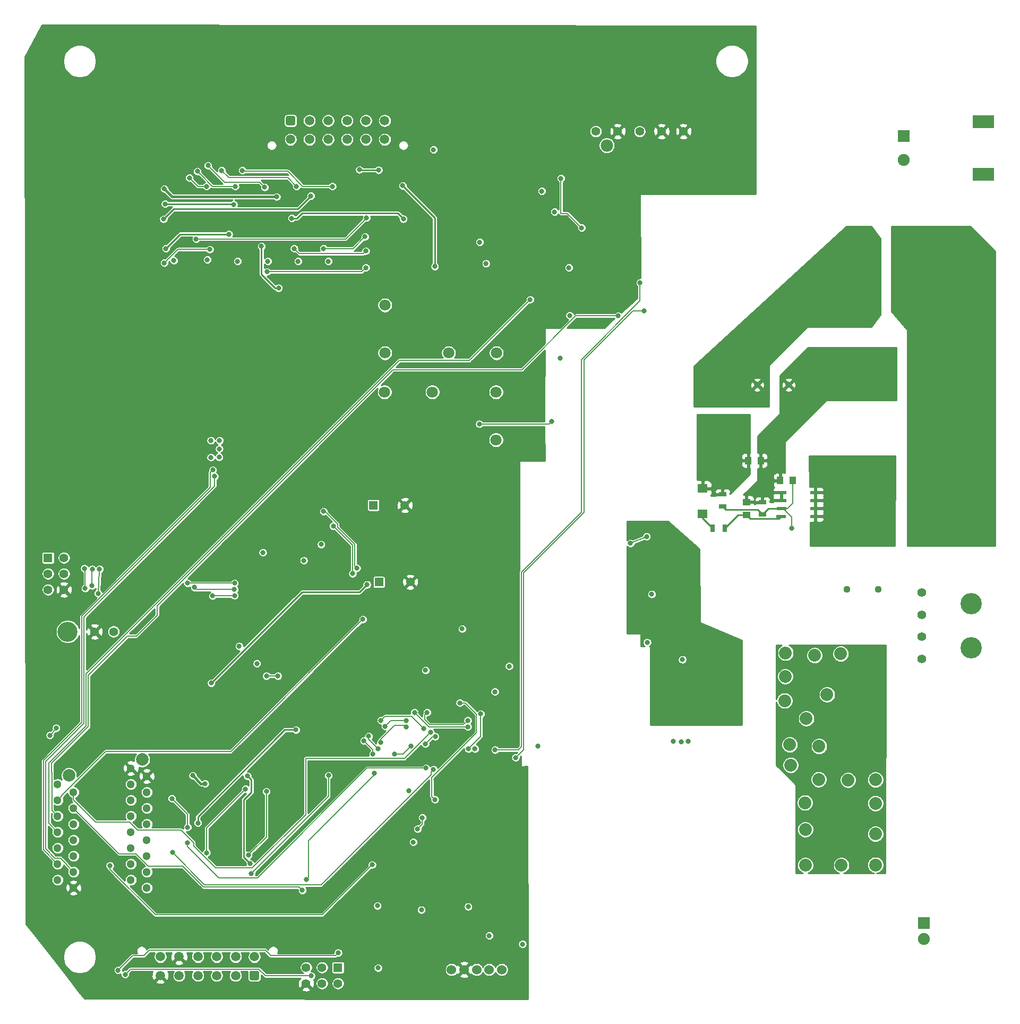
<source format=gbr>
%TF.GenerationSoftware,KiCad,Pcbnew,5.1.10-88a1d61d58~88~ubuntu20.04.1*%
%TF.CreationDate,2022-03-23T18:39:57-04:00*%
%TF.ProjectId,service_section_controller,73657276-6963-4655-9f73-656374696f6e,1.0*%
%TF.SameCoordinates,Original*%
%TF.FileFunction,Copper,L4,Bot*%
%TF.FilePolarity,Positive*%
%FSLAX46Y46*%
G04 Gerber Fmt 4.6, Leading zero omitted, Abs format (unit mm)*
G04 Created by KiCad (PCBNEW 5.1.10-88a1d61d58~88~ubuntu20.04.1) date 2022-03-23 18:39:57*
%MOMM*%
%LPD*%
G01*
G04 APERTURE LIST*
%TA.AperFunction,ComponentPad*%
%ADD10C,3.400000*%
%TD*%
%TA.AperFunction,ComponentPad*%
%ADD11C,1.397000*%
%TD*%
%TA.AperFunction,ComponentPad*%
%ADD12C,1.371600*%
%TD*%
%TA.AperFunction,ComponentPad*%
%ADD13R,1.371600X1.371600*%
%TD*%
%TA.AperFunction,ComponentPad*%
%ADD14C,1.400000*%
%TD*%
%TA.AperFunction,ComponentPad*%
%ADD15R,1.400000X1.400000*%
%TD*%
%TA.AperFunction,ComponentPad*%
%ADD16C,1.500000*%
%TD*%
%TA.AperFunction,ConnectorPad*%
%ADD17R,1.600000X0.610000*%
%TD*%
%TA.AperFunction,SMDPad,CuDef*%
%ADD18R,0.700000X1.300000*%
%TD*%
%TA.AperFunction,ComponentPad*%
%ADD19C,1.000000*%
%TD*%
%TA.AperFunction,ComponentPad*%
%ADD20C,1.800000*%
%TD*%
%TA.AperFunction,WasherPad*%
%ADD21R,3.400000X2.000000*%
%TD*%
%TA.AperFunction,ComponentPad*%
%ADD22R,1.900000X1.900000*%
%TD*%
%TA.AperFunction,ComponentPad*%
%ADD23C,1.900000*%
%TD*%
%TA.AperFunction,ComponentPad*%
%ADD24C,1.524000*%
%TD*%
%TA.AperFunction,ComponentPad*%
%ADD25C,2.000000*%
%TD*%
%TA.AperFunction,ComponentPad*%
%ADD26C,1.300000*%
%TD*%
%TA.AperFunction,ComponentPad*%
%ADD27C,1.981000*%
%TD*%
%TA.AperFunction,SMDPad,CuDef*%
%ADD28R,1.640000X1.400000*%
%TD*%
%TA.AperFunction,SMDPad,CuDef*%
%ADD29R,1.000000X1.250000*%
%TD*%
%TA.AperFunction,SMDPad,CuDef*%
%ADD30R,1.250000X1.000000*%
%TD*%
%TA.AperFunction,SMDPad,CuDef*%
%ADD31R,1.300000X0.700000*%
%TD*%
%TA.AperFunction,ComponentPad*%
%ADD32C,3.200000*%
%TD*%
%TA.AperFunction,ComponentPad*%
%ADD33C,1.420000*%
%TD*%
%TA.AperFunction,ComponentPad*%
%ADD34C,1.117600*%
%TD*%
%TA.AperFunction,ViaPad*%
%ADD35C,0.800000*%
%TD*%
%TA.AperFunction,ViaPad*%
%ADD36C,2.032000*%
%TD*%
%TA.AperFunction,Conductor*%
%ADD37C,0.152400*%
%TD*%
%TA.AperFunction,Conductor*%
%ADD38C,0.250000*%
%TD*%
%TA.AperFunction,Conductor*%
%ADD39C,0.254000*%
%TD*%
%TA.AperFunction,Conductor*%
%ADD40C,0.381000*%
%TD*%
%TA.AperFunction,Conductor*%
%ADD41C,0.100000*%
%TD*%
%TA.AperFunction,NonConductor*%
%ADD42C,0.254000*%
%TD*%
%TA.AperFunction,NonConductor*%
%ADD43C,0.100000*%
%TD*%
G04 APERTURE END LIST*
D10*
%TO.P,J404,*%
%TO.N,*%
X278801000Y-138892400D03*
D11*
%TO.P,J404,3*%
%TO.N,+TS*%
X270891000Y-144142400D03*
%TO.P,J404,2*%
%TO.N,-TS*%
X270891000Y-140642400D03*
D10*
%TO.P,J404,*%
%TO.N,*%
X278801000Y-145892400D03*
D11*
%TO.P,J404,4*%
%TO.N,-TS*%
X270891000Y-147642400D03*
%TO.P,J404,1*%
%TO.N,+TS*%
X270891000Y-137142400D03*
%TD*%
D12*
%TO.P,C902,2*%
%TO.N,+AIR_COIL-*%
X189331600Y-135432800D03*
D13*
%TO.P,C902,1*%
%TO.N,+AIR_COIL+*%
X184327800Y-135432800D03*
%TD*%
D14*
%TO.P,J1001,6*%
%TO.N,+AIR_COIL-*%
X172720000Y-199390000D03*
%TO.P,J1001,5*%
%TO.N,PM_RESET*%
X172720000Y-196850000D03*
%TO.P,J1001,4*%
%TO.N,PM_MOSI*%
X175260000Y-199390000D03*
%TO.P,J1001,3*%
%TO.N,PM_SCK*%
X175260000Y-196850000D03*
%TO.P,J1001,2*%
%TO.N,+5V_BMS*%
X177800000Y-199390000D03*
D15*
%TO.P,J1001,1*%
%TO.N,PM_MISO*%
X177800000Y-196850000D03*
%TD*%
%TO.P,J1101,1*%
%TO.N,DETECT_HVD*%
%TA.AperFunction,ComponentPad*%
G36*
G01*
X169493500Y-62412500D02*
X169493500Y-61412500D01*
G75*
G02*
X169743500Y-61162500I250000J0D01*
G01*
X170743500Y-61162500D01*
G75*
G02*
X170993500Y-61412500I0J-250000D01*
G01*
X170993500Y-62412500D01*
G75*
G02*
X170743500Y-62662500I-250000J0D01*
G01*
X169743500Y-62662500D01*
G75*
G02*
X169493500Y-62412500I0J250000D01*
G01*
G37*
%TD.AperFunction*%
D16*
%TO.P,J1101,2*%
%TO.N,DETECT_IMD_LATCH*%
X173243500Y-61912500D03*
%TO.P,J1101,3*%
%TO.N,DETECT_HVD_CONN*%
X176243500Y-61912500D03*
%TO.P,J1101,4*%
%TO.N,DETECT_MPC*%
X179243500Y-61912500D03*
%TO.P,J1101,5*%
%TO.N,DETECT_BMS*%
X182243500Y-61912500D03*
%TO.P,J1101,6*%
%TO.N,DETECT_IMD_LATCH*%
X185243500Y-61912500D03*
%TO.P,J1101,7*%
%TO.N,DETECT_HVD*%
X170243500Y-64912500D03*
%TO.P,J1101,8*%
%TO.N,+AIR_COIL+*%
X173243500Y-64912500D03*
%TO.P,J1101,9*%
%TO.N,DETECT_HVD_CONN*%
X176243500Y-64912500D03*
%TO.P,J1101,10*%
%TO.N,DETECT_MPC*%
X179243500Y-64912500D03*
%TO.P,J1101,11*%
%TO.N,DETECT_BMS*%
X182243500Y-64912500D03*
%TO.P,J1101,12*%
%TO.N,+AIR_COIL+*%
X185243500Y-64912500D03*
%TD*%
D17*
%TO.P,U702,5*%
%TO.N,TS+_FUSED*%
X253906000Y-121158000D03*
%TO.P,U702,6*%
X253906000Y-122428000D03*
%TO.P,U702,7*%
X253906000Y-123698000D03*
%TO.P,U702,8*%
X253906000Y-124968000D03*
%TO.P,U702,4*%
%TO.N,/power_secondary.sch/SW*%
X248506000Y-121158000D03*
%TO.P,U702,2*%
%TO.N,/power_secondary.sch/FB*%
X248506000Y-123698000D03*
%TO.P,U702,1*%
%TO.N,/power_secondary.sch/VCC*%
X248496000Y-124968000D03*
%TO.P,U702,3*%
%TO.N,/power_secondary.sch/SW*%
X248506000Y-122428000D03*
%TD*%
D18*
%TO.P,R704,2*%
%TO.N,/power_secondary.sch/VCC*%
X239456000Y-126873000D03*
%TO.P,R704,1*%
%TO.N,Net-(D701-Pad2)*%
X237556000Y-126873000D03*
%TD*%
D19*
%TO.P,L701,2*%
%TO.N,+15V*%
X244682000Y-104013000D03*
%TO.P,L701,1*%
%TO.N,/power_secondary.sch/SW*%
X249682000Y-104013000D03*
%TD*%
D20*
%TO.P,K801,5*%
%TO.N,+12V_SHUTDOWN*%
X203009500Y-112776000D03*
%TO.P,K801,3*%
%TO.N,DETECT_MPC*%
X185229500Y-105156000D03*
%TO.P,K801,2*%
%TO.N,DETECT_BMS*%
X192849500Y-105156000D03*
%TO.P,K801,1*%
%TO.N,Net-(D801-Pad1)*%
X203009500Y-105156000D03*
%TD*%
D14*
%TO.P,J1002,6*%
%TO.N,+AIR_COIL-*%
X134112000Y-136652000D03*
%TO.P,J1002,5*%
%TO.N,SM_RESET*%
X131572000Y-136652000D03*
%TO.P,J1002,4*%
%TO.N,SM_MOSI*%
X134112000Y-134112000D03*
%TO.P,J1002,3*%
%TO.N,SM_SCK*%
X131572000Y-134112000D03*
%TO.P,J1002,2*%
%TO.N,+5V_AIR_CONTROL*%
X134112000Y-131572000D03*
D15*
%TO.P,J1002,1*%
%TO.N,SM_MISO*%
X131572000Y-131572000D03*
%TD*%
D21*
%TO.P,J802,*%
%TO.N,*%
X280708100Y-62115700D03*
X280708100Y-70497700D03*
D22*
%TO.P,J802,1*%
%TO.N,IM*%
X268008100Y-64401700D03*
D23*
%TO.P,J802,2*%
%TO.N,IP*%
X268008100Y-68211700D03*
%TD*%
D24*
%TO.P,J801,5*%
%TO.N,nOCD*%
X203910700Y-197180200D03*
%TO.P,J801,4*%
%TO.N,VREF*%
X201910700Y-197180200D03*
%TO.P,J801,3*%
%TO.N,VOUT*%
X199910700Y-197180200D03*
%TO.P,J801,2*%
%TO.N,+AIR_COIL-*%
X197910700Y-197180200D03*
%TO.P,J801,1*%
%TO.N,+5V_BMS*%
X195910700Y-197180200D03*
%TD*%
D16*
%TO.P,J,12*%
%TO.N,+AIR_COIL+*%
X149465000Y-195120000D03*
%TO.P,J,11*%
%TO.N,+AIR_COIL-*%
X152465000Y-195120000D03*
%TO.P,J,10*%
%TO.N,-AIR_COIL-*%
X155465000Y-195120000D03*
%TO.P,J,9*%
%TO.N,+AIR_COIL+*%
X158465000Y-195120000D03*
%TO.P,J,8*%
%TO.N,-AIR_AUX-*%
X161465000Y-195120000D03*
%TO.P,J,7*%
%TO.N,+5V_AIR_CONTROL*%
X164465000Y-195120000D03*
%TO.P,J,6*%
%TO.N,+AIR_COIL-*%
X149465000Y-198120000D03*
%TO.P,J,5*%
%TO.N,+AIR_COIL+*%
X152465000Y-198120000D03*
%TO.P,J,4*%
%TO.N,+AIR_AUX-*%
X155465000Y-198120000D03*
%TO.P,J,3*%
%TO.N,+5V_AIR_CONTROL*%
X158465000Y-198120000D03*
%TO.P,J,2*%
%TO.N,+AIR_COIL+*%
X161465000Y-198120000D03*
%TO.P,J,1*%
%TO.N,PRECHARGE_LSD*%
%TA.AperFunction,ComponentPad*%
G36*
G01*
X165215000Y-197620000D02*
X165215000Y-198620000D01*
G75*
G02*
X164965000Y-198870000I-250000J0D01*
G01*
X163965000Y-198870000D01*
G75*
G02*
X163715000Y-198620000I0J250000D01*
G01*
X163715000Y-197620000D01*
G75*
G02*
X163965000Y-197370000I250000J0D01*
G01*
X164965000Y-197370000D01*
G75*
G02*
X165215000Y-197620000I0J-250000D01*
G01*
G37*
%TD.AperFunction*%
%TD*%
D25*
%TO.P,J401,17*%
%TO.N,N/C*%
X146580000Y-163700000D03*
D26*
%TO.P,J401,16*%
%TO.N,SM_RJ45_LEDO*%
X147320000Y-184150000D03*
%TO.P,J401,15*%
%TO.N,SM_RJ45_LEDG*%
X144780000Y-182880000D03*
%TO.P,J401,14*%
%TO.N,PM_RESET*%
X147320000Y-181610000D03*
%TO.P,J401,13*%
%TO.N,PM_SCK*%
X144780000Y-180340000D03*
%TO.P,J401,12*%
%TO.N,PM_MOSI*%
X147320000Y-179070000D03*
%TO.P,J401,11*%
%TO.N,PM_MISO*%
X144780000Y-177800000D03*
%TO.P,J401,10*%
%TO.N,+5V_AIR_CONTROL*%
X147320000Y-176530000D03*
%TO.P,J401,9*%
%TO.N,PM_RJ45_LEDO*%
X144780000Y-175260000D03*
%TO.P,J401,8*%
%TO.N,PM_RJ45_LEDG*%
X147320000Y-173990000D03*
%TO.P,J401,6*%
%TO.N,SM_SCK*%
X147320000Y-171450000D03*
%TO.P,J401,4*%
%TO.N,SM_MISO*%
X147320000Y-168910000D03*
%TO.P,J401,2*%
%TO.N,+AIR_COIL-*%
X147320000Y-166370000D03*
%TO.P,J401,7*%
%TO.N,SM_RESET*%
X144780000Y-172720000D03*
%TO.P,J401,1*%
%TO.N,+AIR_COIL-*%
X144780000Y-165100000D03*
%TO.P,J401,3*%
%TO.N,+5V_BMS*%
X144780000Y-167640000D03*
%TO.P,J401,5*%
%TO.N,SM_MOSI*%
X144780000Y-170180000D03*
%TD*%
D11*
%TO.P,J301,5*%
%TO.N,+AIR_COIL-*%
X232905000Y-63627000D03*
%TO.P,J301,4*%
X229405000Y-63627000D03*
%TO.P,J301,3*%
%TO.N,+12V_IMD*%
X225905000Y-63627000D03*
D27*
%TO.P,J301,*%
%TO.N,*%
X220655000Y-65857000D03*
D11*
%TO.P,J301,1*%
%TO.N,IMD_Output*%
X218905000Y-63627000D03*
%TO.P,J301,2*%
%TO.N,+AIR_COIL-*%
X222405000Y-63627000D03*
%TD*%
D28*
%TO.P,D701,2*%
%TO.N,Net-(D701-Pad2)*%
X235966000Y-124553000D03*
%TO.P,D701,1*%
%TO.N,Net-(C705-Pad1)*%
X235966000Y-120523000D03*
%TD*%
D12*
%TO.P,C901,2*%
%TO.N,+AIR_COIL-*%
X188468000Y-123190000D03*
D13*
%TO.P,C901,1*%
%TO.N,+AIR_COIL+*%
X183464200Y-123190000D03*
%TD*%
D29*
%TO.P,C705,2*%
%TO.N,/power_secondary.sch/SW*%
X245221000Y-116078000D03*
%TO.P,C705,1*%
%TO.N,Net-(C705-Pad1)*%
X243221000Y-116078000D03*
%TD*%
%TO.P,C703,2*%
%TO.N,/power_secondary.sch/SW*%
X248301000Y-119253000D03*
%TO.P,C703,1*%
%TO.N,/power_secondary.sch/FB*%
X250301000Y-119253000D03*
%TD*%
D30*
%TO.P,C702,2*%
%TO.N,/power_secondary.sch/SW*%
X242951000Y-122698000D03*
%TO.P,C702,1*%
%TO.N,/power_secondary.sch/VCC*%
X242951000Y-124698000D03*
%TD*%
D22*
%TO.P,J601,1*%
%TO.N,-TS*%
X271221200Y-189788800D03*
D23*
%TO.P,J601,2*%
%TO.N,AIL+*%
X271221200Y-192288800D03*
%TD*%
D31*
%TO.P,R706,2*%
%TO.N,/power_secondary.sch/SW*%
X245491000Y-122748000D03*
%TO.P,R706,1*%
%TO.N,/power_secondary.sch/FB*%
X245491000Y-124648000D03*
%TD*%
%TO.P,R705,1*%
%TO.N,Net-(C705-Pad1)*%
X239141000Y-121478000D03*
%TO.P,R705,2*%
%TO.N,/power_secondary.sch/FB*%
X239141000Y-123378000D03*
%TD*%
D20*
%TO.P,K301,1*%
%TO.N,Net-(D301-Pad1)*%
X185293000Y-98933000D03*
%TO.P,K301,2*%
%TO.N,DETECT_BMS*%
X195453000Y-98933000D03*
%TO.P,K301,3*%
%TO.N,DETECT_IMD_LATCH*%
X203073000Y-98933000D03*
%TO.P,K301,5*%
%TO.N,+12V_SHUTDOWN*%
X185293000Y-91313000D03*
%TD*%
D26*
%TO.P,J402,5*%
%TO.N,TSAL_GREEN-*%
X133096000Y-172720000D03*
%TO.P,J402,3*%
%TO.N,FAN_PWM*%
X133096000Y-170180000D03*
%TO.P,J402,1*%
%TO.N,BSPD_CURRENT_SENSE*%
X133096000Y-167640000D03*
%TO.P,J402,7*%
%TO.N,TSAL_RED-*%
X133096000Y-175260000D03*
%TO.P,J402,2*%
%TO.N,CHARGE_ENABLE2*%
X135636000Y-168910000D03*
%TO.P,J402,4*%
%TO.N,CHARGE_ENABLE1*%
X135636000Y-171450000D03*
%TO.P,J402,6*%
%TO.N,TSAL_GREEN-*%
X135636000Y-173990000D03*
%TO.P,J402,8*%
%TO.N,+12V_TSAL*%
X135636000Y-176530000D03*
%TO.P,J402,9*%
X133096000Y-177800000D03*
%TO.P,J402,10*%
X135636000Y-179070000D03*
%TO.P,J402,11*%
%TO.N,CANL*%
X133096000Y-180340000D03*
%TO.P,J402,12*%
%TO.N,CANH*%
X135636000Y-181610000D03*
%TO.P,J402,13*%
%TO.N,+BATT*%
X133096000Y-182880000D03*
%TO.P,J402,14*%
%TO.N,+AIR_COIL-*%
X135636000Y-184150000D03*
D25*
%TO.P,J402,15*%
%TO.N,N/C*%
X134896000Y-166240000D03*
%TD*%
D32*
%TO.P,J405,*%
%TO.N,*%
X134696200Y-143332200D03*
D33*
%TO.P,J405,1*%
%TO.N,+AIR_COIL-*%
X139016200Y-143332200D03*
%TO.P,J405,2*%
%TO.N,+AIR_COIL+*%
X142016200Y-143332200D03*
%TD*%
D34*
%TO.P,F701,1*%
%TO.N,TS+_FUSED*%
X258978400Y-136550400D03*
%TO.P,F701,2*%
%TO.N,+TS*%
X263978400Y-136550400D03*
%TD*%
D35*
%TO.N,BSPD_CURRENT_SENSE*%
X190500000Y-174764610D03*
X191262000Y-172974000D03*
X193256304Y-170090696D03*
X197231000Y-154686000D03*
X141440000Y-180610000D03*
X183260000Y-180470000D03*
%TO.N,+AIR_COIL-*%
X243078000Y-73152000D03*
X211582000Y-70612000D03*
X167132000Y-77470000D03*
X172720000Y-77470000D03*
X178308000Y-77470000D03*
X152146000Y-77216000D03*
X157480000Y-77470000D03*
X162560000Y-77470000D03*
X141224000Y-65913000D03*
X198755000Y-77724000D03*
X200914000Y-72390000D03*
X194310000Y-78994000D03*
X205867000Y-105283000D03*
X208534000Y-69342000D03*
X211582000Y-78994000D03*
X218948000Y-72136000D03*
X219329000Y-94488000D03*
X217170000Y-84074000D03*
X211328000Y-81026000D03*
X220218000Y-81026000D03*
X194564000Y-74676000D03*
X216662000Y-77216000D03*
X150063200Y-88747600D03*
X146761200Y-88747600D03*
X143713200Y-88747600D03*
X139649200Y-90779600D03*
X139649200Y-93319600D03*
X139649200Y-96113600D03*
X155143200Y-104495600D03*
X209931000Y-94488000D03*
X132537200Y-110591600D03*
X132537200Y-112877600D03*
X132537200Y-114909600D03*
X132537200Y-116941600D03*
X133045200Y-118973600D03*
X135331200Y-118973600D03*
X137363200Y-118973600D03*
X189814200Y-181813200D03*
X198577200Y-182194200D03*
X184048400Y-182168800D03*
X189077600Y-196951600D03*
X194513200Y-181813200D03*
X189636400Y-192887600D03*
X165354000Y-178562000D03*
X173736000Y-167386000D03*
X166751000Y-164338000D03*
X178181000Y-151765000D03*
X189738000Y-149352000D03*
X187071000Y-147066000D03*
X192278000Y-145923000D03*
X197485000Y-147955000D03*
X191008000Y-156210000D03*
X199390000Y-143891000D03*
X205105000Y-144145000D03*
X196469000Y-167259000D03*
X193421000Y-166878000D03*
X199205775Y-156774764D03*
X196549654Y-191469654D03*
X151675000Y-130925000D03*
X165750000Y-128700000D03*
X170300000Y-129375000D03*
X170425000Y-119725000D03*
X165150000Y-145600000D03*
X176100000Y-162250000D03*
X176175000Y-156725000D03*
X148110000Y-140570000D03*
X213720000Y-88120000D03*
X200761600Y-178663600D03*
X206363800Y-159918400D03*
X161696400Y-171018200D03*
%TO.N,Net-(C301-Pad1)*%
X213360000Y-71120000D03*
X216662000Y-78994000D03*
%TO.N,/power_secondary.sch/SW*%
X263398000Y-100965000D03*
%TO.N,/power_secondary.sch/FB*%
X250190000Y-126873000D03*
%TO.N,+AIR_COIL+*%
X188130000Y-72280000D03*
X193240000Y-85150000D03*
X157590000Y-151520000D03*
X182422800Y-135839200D03*
%TO.N,Net-(C1008-Pad1)*%
X162050000Y-145650000D03*
%TO.N,Net-(D501-Pad2)*%
X156845000Y-72390000D03*
X154101801Y-71018399D03*
%TO.N,Net-(D502-Pad2)*%
X161417000Y-72390000D03*
X155371800Y-69977000D03*
%TO.N,Net-(D504-Pad2)*%
X176911000Y-72390000D03*
X162560000Y-69850000D03*
%TO.N,Net-(D505-Pad2)*%
X171196000Y-72390000D03*
X159258000Y-69850000D03*
%TO.N,Net-(D506-Pad2)*%
X166116000Y-72517000D03*
X157073600Y-69062600D03*
%TO.N,Net-(D601-Pad2)*%
X232511600Y-160883600D03*
X227838000Y-137363200D03*
%TO.N,PM_RESET*%
X191516000Y-158756204D03*
X184658000Y-157480000D03*
%TO.N,CHARGE_ENABLE2*%
X192540000Y-159410000D03*
%TO.N,CHARGE_ENABLE1*%
X193313480Y-160043824D03*
X172110000Y-184550000D03*
X172730000Y-182850000D03*
X183640000Y-165890000D03*
X186810000Y-162850001D03*
X189411854Y-161581854D03*
X191730000Y-161220000D03*
%TO.N,BMS_RELAY_DRIVE*%
X198595520Y-161998999D03*
X200558009Y-156435152D03*
X200350000Y-110250000D03*
X211861400Y-109804200D03*
%TO.N,/micros/PM_DBG_2*%
X183375000Y-162850000D03*
X181925000Y-160725000D03*
%TO.N,/micros/PM_DBG_1*%
X184173033Y-161969259D03*
X182702854Y-160002854D03*
%TO.N,MOSI_ISO*%
X192008003Y-156210000D03*
X198501000Y-157484197D03*
%TO.N,MISO_ISO*%
X198501000Y-158484200D03*
X190007997Y-156210000D03*
%TO.N,PM_MOSI*%
X188722000Y-157480000D03*
X185322004Y-158398004D03*
X143870000Y-197950000D03*
X173530000Y-198160000D03*
%TO.N,PM_MISO*%
X188722000Y-158480003D03*
X184616296Y-161016296D03*
X142736854Y-197283146D03*
X177840000Y-194500000D03*
%TO.N,SM_MISO*%
X161271441Y-136599594D03*
X154910044Y-136276200D03*
%TO.N,SM_RESET*%
X161323258Y-137598252D03*
X157800000Y-137628601D03*
X131850000Y-159840000D03*
X132877757Y-158692243D03*
%TO.N,SM_MOSI*%
X161300000Y-135600000D03*
X153825000Y-135600000D03*
X137500000Y-136430000D03*
X137370000Y-133260000D03*
%TO.N,FAN_PWM*%
X181760000Y-141370000D03*
%TO.N,TSAL_GREEN-*%
X222490000Y-93010000D03*
%TO.N,TSAL_RED-*%
X208430000Y-90430000D03*
%TO.N,CANL*%
X157850000Y-117580000D03*
X180806200Y-133207980D03*
X175500000Y-124180000D03*
%TO.N,CANH*%
X158126201Y-118580000D03*
X180130000Y-134090000D03*
X177050000Y-126510000D03*
%TO.N,-AIR_COIL-*%
X155460000Y-173810000D03*
X171100000Y-158980000D03*
%TO.N,-AIR_AUX-*%
X166380000Y-168790000D03*
X163510809Y-178936315D03*
%TO.N,+AIR_AUX-*%
X156860000Y-178550000D03*
X163068000Y-168402000D03*
%TO.N,PRECHARGE_LSD*%
X163360000Y-166320000D03*
X163810000Y-180300000D03*
%TO.N,DETECT_IMD_LATCH*%
X149987000Y-77597000D03*
X173482000Y-73914000D03*
X184277000Y-69786500D03*
X181229000Y-69723000D03*
%TO.N,DETECT_BMS*%
X150114000Y-72771000D03*
X168021000Y-74041000D03*
X170434000Y-77470000D03*
X188225000Y-77575000D03*
%TO.N,DETECT_MPC*%
X150368000Y-82296000D03*
X160401000Y-80010000D03*
X168338500Y-88582500D03*
X165608000Y-81915000D03*
%TO.N,SS_HVD_CONN*%
X150114000Y-84582000D03*
X157353000Y-82423000D03*
%TO.N,DETECT_HVD_CONN*%
X150241000Y-75184000D03*
X161163000Y-75269790D03*
%TO.N,SS_HVD*%
X155194000Y-80772000D03*
X182372000Y-77393809D03*
%TO.N,SS_MPC*%
X182245000Y-85344000D03*
X166497000Y-85979000D03*
%TO.N,SS_BMS*%
X182245000Y-82677000D03*
X170815000Y-82296000D03*
%TO.N,SS_IMD_LATCH*%
X182118000Y-80391000D03*
X175514000Y-82296000D03*
%TO.N,Net-(R602-Pad1)*%
X232714800Y-147777200D03*
X233680000Y-160832800D03*
D36*
%TO.N,Net-(R604-Pad1)*%
X237693200Y-150317200D03*
X234315000Y-139573000D03*
X233553000Y-135255000D03*
X233426000Y-130759200D03*
X230962200Y-127914400D03*
X238760000Y-144830800D03*
X240741200Y-147624800D03*
X232359200Y-143103600D03*
X230428800Y-153873200D03*
X235839000Y-154051000D03*
D35*
X228066600Y-132232400D03*
X224790000Y-126796800D03*
X224561400Y-137896600D03*
X224485200Y-142468600D03*
X227990400Y-155448000D03*
X227990400Y-152019000D03*
X228066600Y-147548600D03*
X226568000Y-143738600D03*
X227761800Y-141884400D03*
X238404400Y-157276800D03*
X236067600Y-157276800D03*
X233934000Y-145999200D03*
X234657900Y-148463000D03*
X231432100Y-149415500D03*
X240436400Y-157226000D03*
X240385600Y-154686000D03*
%TO.N,Net-(R605-Pad1)*%
X231292400Y-160782000D03*
X227114189Y-145046611D03*
%TO.N,AIL+*%
X224432346Y-129262654D03*
X227025200Y-128168400D03*
%TO.N,Net-(R809-Pad1)*%
X226640000Y-92230000D03*
X206130000Y-163400000D03*
%TO.N,Net-(R810-Pad2)*%
X225963800Y-87740000D03*
X202850000Y-162160000D03*
%TO.N,Net-(R1012-Pad2)*%
X138600000Y-136000000D03*
X138620000Y-133370000D03*
%TO.N,Net-(R1013-Pad2)*%
X139540000Y-137240000D03*
X139770000Y-133370000D03*
%TO.N,Net-(R1004-Pad2)*%
X151310000Y-169910000D03*
X191840000Y-165080000D03*
X153820809Y-176987200D03*
X153820809Y-174498000D03*
%TO.N,Net-(R1005-Pad2)*%
X151390000Y-178540000D03*
X193040965Y-165300965D03*
%TO.N,+15V*%
X258826000Y-91821000D03*
X262890000Y-85217000D03*
X235966000Y-104013000D03*
X262686800Y-81280000D03*
D36*
X252272800Y-170586400D03*
X263499600Y-166928800D03*
X259130800Y-166979600D03*
X254457200Y-166878000D03*
X254508000Y-161594800D03*
X249834400Y-161340800D03*
X249986800Y-164592000D03*
X252323600Y-174853600D03*
X252323600Y-180543200D03*
X258064000Y-180543200D03*
X263499600Y-180492400D03*
X263499600Y-175564800D03*
X263499600Y-170688000D03*
X252476000Y-157175200D03*
X255778000Y-153365200D03*
X249021600Y-154330400D03*
X249174000Y-146710400D03*
X253796800Y-147116800D03*
X249123200Y-150469600D03*
X257962400Y-146862800D03*
D35*
%TO.N,Net-(C705-Pad1)*%
X235966000Y-111125000D03*
%TO.N,+12V_IMD*%
X200406000Y-81280000D03*
X210312000Y-73152000D03*
X212344000Y-76454000D03*
X214630000Y-85344000D03*
X193040000Y-66548000D03*
X201391414Y-84683586D03*
%TO.N,+12V_TSAL*%
X214757000Y-92964000D03*
X213207600Y-99796600D03*
%TO.N,+5V_BMS*%
X198577200Y-187147200D03*
X189814200Y-176860200D03*
X184099200Y-186994800D03*
X184200800Y-196900800D03*
X201930000Y-191770000D03*
X191109600Y-187655200D03*
X205105000Y-148844000D03*
X197612000Y-142875000D03*
X191770000Y-149479000D03*
X209677000Y-161544000D03*
X189103000Y-168656000D03*
X199644000Y-161998999D03*
X202819000Y-152908000D03*
X207230000Y-193120000D03*
%TO.N,+5V_AIR_CONTROL*%
X166624000Y-84328000D03*
X171450000Y-84328000D03*
X176276000Y-84328000D03*
X161798000Y-84328000D03*
X156972000Y-84074000D03*
X151638000Y-84201000D03*
X175125000Y-129425000D03*
X172350000Y-132000000D03*
X165825000Y-130725000D03*
X164875000Y-148425000D03*
X163990000Y-181850000D03*
X176290000Y-166250000D03*
X168210000Y-150390000D03*
X166410000Y-150390000D03*
X156606240Y-167553640D03*
X154645360Y-166263320D03*
X158902400Y-112877600D03*
X158877000Y-114198400D03*
X158851600Y-115519200D03*
X157530800Y-112877600D03*
X157530800Y-115570000D03*
%TO.N,-TS*%
X267462000Y-81153000D03*
X273558000Y-121285000D03*
X275590000Y-121285000D03*
X275590000Y-116713000D03*
X273558000Y-116713000D03*
X267462000Y-85217000D03*
X271526000Y-91821000D03*
X270510000Y-100965000D03*
%TO.N,TS+_FUSED*%
X260350000Y-116967000D03*
X261747000Y-116967000D03*
X260477000Y-121158000D03*
X261747000Y-121158000D03*
%TD*%
D37*
%TO.N,BSPD_CURRENT_SENSE*%
X191262000Y-174002610D02*
X191262000Y-172974000D01*
X190500000Y-174764610D02*
X191262000Y-174002610D01*
X198117789Y-154686000D02*
X197231000Y-154686000D01*
X199881976Y-156450187D02*
X198117789Y-154686000D01*
X199881976Y-159416246D02*
X199881976Y-156450187D01*
X192744799Y-166553423D02*
X199881976Y-159416246D01*
X192744799Y-169579191D02*
X192744799Y-166553423D01*
X193256304Y-170090696D02*
X192744799Y-169579191D01*
X141440000Y-181175685D02*
X148714315Y-188450000D01*
X141440000Y-180610000D02*
X141440000Y-181175685D01*
X175280000Y-188450000D02*
X183260000Y-180470000D01*
X148714315Y-188450000D02*
X175280000Y-188450000D01*
%TO.N,Net-(C301-Pad1)*%
X213360000Y-71120000D02*
X213360000Y-76708000D01*
X214376000Y-76708000D02*
X216662000Y-78994000D01*
X213360000Y-76708000D02*
X214376000Y-76708000D01*
D38*
%TO.N,/power_secondary.sch/VCC*%
X243576001Y-125323001D02*
X242951000Y-124698000D01*
X248140999Y-125323001D02*
X243576001Y-125323001D01*
X248496000Y-124968000D02*
X248140999Y-125323001D01*
X241631000Y-124698000D02*
X239456000Y-126873000D01*
X242951000Y-124698000D02*
X241631000Y-124698000D01*
%TO.N,/power_secondary.sch/FB*%
X246441000Y-123698000D02*
X245491000Y-124648000D01*
X248506000Y-123698000D02*
X246441000Y-123698000D01*
X239635999Y-123872999D02*
X239141000Y-123378000D01*
X244715999Y-123872999D02*
X239635999Y-123872999D01*
X245491000Y-124648000D02*
X244715999Y-123872999D01*
D37*
X249458400Y-123698000D02*
X248506000Y-123698000D01*
X250301000Y-122855400D02*
X249458400Y-123698000D01*
X250301000Y-119253000D02*
X250301000Y-122855400D01*
X248828162Y-123698000D02*
X248506000Y-123698000D01*
X250190000Y-125059838D02*
X248828162Y-123698000D01*
X250190000Y-126873000D02*
X250190000Y-125059838D01*
D39*
%TO.N,+AIR_COIL+*%
X193240000Y-77390000D02*
X193240000Y-85150000D01*
X188130000Y-72280000D02*
X193240000Y-77390000D01*
X157590000Y-151520000D02*
X172070000Y-137040000D01*
X181222000Y-137040000D02*
X182422800Y-135839200D01*
X172070000Y-137040000D02*
X181222000Y-137040000D01*
D37*
%TO.N,Net-(D501-Pad2)*%
X156845000Y-72390000D02*
X155473402Y-72390000D01*
X155473402Y-72390000D02*
X154101801Y-71018399D01*
%TO.N,Net-(D502-Pad2)*%
X157810200Y-72390000D02*
X155797199Y-70376999D01*
X161417000Y-72390000D02*
X157810200Y-72390000D01*
X155797199Y-70376999D02*
X155771799Y-70376999D01*
X155771799Y-70376999D02*
X155371800Y-69977000D01*
%TO.N,Net-(D504-Pad2)*%
X176911000Y-72390000D02*
X172212000Y-72390000D01*
X172212000Y-72390000D02*
X169799000Y-69977000D01*
X162687000Y-69977000D02*
X162560000Y-69850000D01*
X169799000Y-69977000D02*
X162687000Y-69977000D01*
%TO.N,Net-(D505-Pad2)*%
X171196000Y-72390000D02*
X169799000Y-70993000D01*
X160401000Y-70993000D02*
X159258000Y-69850000D01*
X169799000Y-70993000D02*
X160401000Y-70993000D01*
%TO.N,Net-(D506-Pad2)*%
X157473599Y-69462599D02*
X157073600Y-69062600D01*
X166116000Y-72517000D02*
X165312799Y-71713799D01*
X165312799Y-71713799D02*
X159724799Y-71713799D01*
X159724799Y-71713799D02*
X157473599Y-69462599D01*
D38*
%TO.N,Net-(D701-Pad2)*%
X235966000Y-125283000D02*
X237556000Y-126873000D01*
X235966000Y-124553000D02*
X235966000Y-125283000D01*
D37*
%TO.N,PM_RESET*%
X189563595Y-156803799D02*
X185334201Y-156803799D01*
X191516000Y-158756204D02*
X189563595Y-156803799D01*
X185334201Y-156803799D02*
X184658000Y-157480000D01*
%TO.N,CHARGE_ENABLE2*%
X188423799Y-163526201D02*
X192540000Y-159410000D01*
X172644577Y-163526201D02*
X188423799Y-163526201D01*
X172644577Y-172466201D02*
X172644577Y-163526201D01*
X158285423Y-180976201D02*
X164134577Y-180976201D01*
X154783799Y-177474577D02*
X158285423Y-180976201D01*
X164134577Y-180976201D02*
X172644577Y-172466201D01*
X154783799Y-177474577D02*
X154783799Y-176953799D01*
X144536979Y-173646201D02*
X139166201Y-173646201D01*
X145806979Y-174916201D02*
X144536979Y-173646201D01*
X152746201Y-174916201D02*
X145806979Y-174916201D01*
X154783799Y-176953799D02*
X152746201Y-174916201D01*
X135636000Y-170116000D02*
X135636000Y-168910000D01*
X139166201Y-173646201D02*
X135636000Y-170116000D01*
%TO.N,CHARGE_ENABLE1*%
X153035417Y-180683799D02*
X156374027Y-184022410D01*
X147563021Y-180683799D02*
X153035417Y-180683799D01*
X145605423Y-178726201D02*
X147563021Y-180683799D01*
X142912201Y-178726201D02*
X145605423Y-178726201D01*
X135636000Y-171450000D02*
X142912201Y-178726201D01*
X171582410Y-184022410D02*
X172110000Y-184550000D01*
X156374027Y-184022410D02*
X171582410Y-184022410D01*
X173129999Y-182450001D02*
X173129999Y-176630001D01*
X172730000Y-182850000D02*
X173129999Y-182450001D01*
X183640000Y-166120000D02*
X183640000Y-165890000D01*
X173129999Y-176630001D02*
X183640000Y-166120000D01*
X188143707Y-162850001D02*
X189411854Y-161581854D01*
X186810000Y-162850001D02*
X188143707Y-162850001D01*
X192906176Y-160043824D02*
X193313480Y-160043824D01*
X191730000Y-161220000D02*
X192906176Y-160043824D01*
%TO.N,BMS_RELAY_DRIVE*%
X200558009Y-160036510D02*
X200558009Y-156435152D01*
X198595520Y-161998999D02*
X200558009Y-160036510D01*
X211415600Y-110250000D02*
X211861400Y-109804200D01*
X200350000Y-110250000D02*
X211415600Y-110250000D01*
%TO.N,/micros/PM_DBG_2*%
X183375000Y-162175000D02*
X181925000Y-160725000D01*
X183375000Y-162850000D02*
X183375000Y-162175000D01*
%TO.N,/micros/PM_DBG_1*%
X182702854Y-160499080D02*
X182702854Y-160002854D01*
X184173033Y-161969259D02*
X182702854Y-160499080D01*
%TO.N,MOSI_ISO*%
X191608004Y-156609999D02*
X191608004Y-157311625D01*
X192008003Y-156210000D02*
X191608004Y-156609999D01*
X191608004Y-157311625D02*
X192428169Y-158131790D01*
X197853407Y-158131790D02*
X198501000Y-157484197D01*
X192428169Y-158131790D02*
X197853407Y-158131790D01*
%TO.N,MISO_ISO*%
X192282197Y-158484200D02*
X190007997Y-156210000D01*
X198501000Y-158484200D02*
X192282197Y-158484200D01*
%TO.N,PM_MOSI*%
X186240008Y-157480000D02*
X185322004Y-158398004D01*
X188722000Y-157480000D02*
X186240008Y-157480000D01*
X166249176Y-198160000D02*
X173530000Y-198160000D01*
X165182966Y-197093790D02*
X166249176Y-198160000D01*
X144726210Y-197093790D02*
X165182966Y-197093790D01*
X143870000Y-197950000D02*
X144726210Y-197093790D01*
%TO.N,PM_MISO*%
X184616907Y-160450000D02*
X184616296Y-160450611D01*
X184616296Y-160450611D02*
X184616296Y-161016296D01*
X184625000Y-160450000D02*
X184616907Y-160450000D01*
X186833000Y-158242000D02*
X184625000Y-160450000D01*
X188483997Y-158242000D02*
X186833000Y-158242000D01*
X188722000Y-158480003D02*
X188483997Y-158242000D01*
X177383799Y-194956201D02*
X177840000Y-194500000D01*
X167092423Y-194956201D02*
X177383799Y-194956201D01*
X166230021Y-194093799D02*
X167092423Y-194956201D01*
X147699979Y-194093799D02*
X166230021Y-194093799D01*
X146837577Y-194956201D02*
X147699979Y-194093799D01*
X145063799Y-194956201D02*
X146837577Y-194956201D01*
X142736854Y-197283146D02*
X145063799Y-194956201D01*
%TO.N,SM_MISO*%
X155233438Y-136599594D02*
X154910044Y-136276200D01*
X161271441Y-136599594D02*
X155233438Y-136599594D01*
%TO.N,SM_RESET*%
X157830349Y-137598252D02*
X157800000Y-137628601D01*
X161323258Y-137598252D02*
X157830349Y-137598252D01*
X132877757Y-158812243D02*
X132877757Y-158692243D01*
X131850000Y-159840000D02*
X132877757Y-158812243D01*
%TO.N,SM_MOSI*%
X161300000Y-135600000D02*
X153825000Y-135600000D01*
X137500000Y-133390000D02*
X137370000Y-133260000D01*
X137500000Y-136430000D02*
X137500000Y-133390000D01*
%TO.N,FAN_PWM*%
X133745999Y-169429223D02*
X133745999Y-169530001D01*
X133745999Y-169530001D02*
X133096000Y-170180000D01*
X140751423Y-162423799D02*
X133745999Y-169429223D01*
X160706201Y-162423799D02*
X140751423Y-162423799D01*
X181760000Y-141370000D02*
X160706201Y-162423799D01*
%TO.N,TSAL_GREEN-*%
X132169799Y-171793799D02*
X132169799Y-165769799D01*
X133096000Y-172720000D02*
X132169799Y-171793799D01*
X132169799Y-165769799D02*
X132160000Y-165760000D01*
X132160000Y-165760000D02*
X132160000Y-164298382D01*
X132160000Y-164298382D02*
X137998431Y-158459952D01*
X137998431Y-150274011D02*
X144222442Y-144050000D01*
X137998431Y-158459952D02*
X137998431Y-150274011D01*
X148960000Y-140720778D02*
X148960000Y-139217604D01*
X145630778Y-144050000D02*
X148960000Y-140720778D01*
X144222442Y-144050000D02*
X145630778Y-144050000D01*
X148960000Y-139217604D02*
X186587604Y-101590000D01*
X186587604Y-101590000D02*
X205370000Y-101590000D01*
X215711778Y-93010000D02*
X222490000Y-93010000D01*
X207131778Y-101590000D02*
X215711778Y-93010000D01*
X205370000Y-101590000D02*
X207131778Y-101590000D01*
%TO.N,TSAL_RED-*%
X137646021Y-150033201D02*
X137646021Y-158313979D01*
X187570021Y-100109201D02*
X137646021Y-150033201D01*
X198750799Y-100109201D02*
X187570021Y-100109201D01*
X208430000Y-90430000D02*
X198750799Y-100109201D01*
X137646021Y-158313979D02*
X131700000Y-164260000D01*
X131700000Y-173864000D02*
X133096000Y-175260000D01*
X131700000Y-164260000D02*
X131700000Y-173864000D01*
%TO.N,CANL*%
X130830000Y-178074000D02*
X133096000Y-180340000D01*
X136941201Y-157778799D02*
X130830000Y-163890000D01*
X136941201Y-140839577D02*
X136941201Y-157778799D01*
X157450001Y-120330777D02*
X136941201Y-140839577D01*
X130830000Y-163890000D02*
X130830000Y-178074000D01*
X157450001Y-117979999D02*
X157450001Y-120330777D01*
X157850000Y-117580000D02*
X157450001Y-117979999D01*
X180787980Y-133207980D02*
X180482410Y-132902410D01*
X180806200Y-133207980D02*
X180787980Y-133207980D01*
X180482410Y-129444027D02*
X180275972Y-129237590D01*
X180482410Y-132902410D02*
X180482410Y-129444027D01*
X180275972Y-129237590D02*
X177726201Y-126687819D01*
X175720778Y-124180000D02*
X175500000Y-124180000D01*
X177726201Y-126185423D02*
X175720778Y-124180000D01*
X177726201Y-126687819D02*
X177726201Y-126185423D01*
%TO.N,CANH*%
X134490000Y-180464000D02*
X135636000Y-181610000D01*
X134490000Y-180363222D02*
X134490000Y-180464000D01*
X133540577Y-179413799D02*
X134490000Y-180363222D01*
X132668181Y-179413799D02*
X133540577Y-179413799D01*
X131182410Y-177928028D02*
X132668181Y-179413799D01*
X131182410Y-164035972D02*
X131182410Y-177928028D01*
X137087173Y-158131209D02*
X131182410Y-164035972D01*
X137293611Y-157924772D02*
X137087173Y-158131209D01*
X158126201Y-120152959D02*
X137293611Y-140985549D01*
X137293611Y-140985549D02*
X137293611Y-157924772D01*
X158126201Y-118580000D02*
X158126201Y-120152959D01*
X180130000Y-129590000D02*
X177050000Y-126510000D01*
X180130000Y-134090000D02*
X180130000Y-129590000D01*
D39*
%TO.N,-AIR_COIL-*%
X169330222Y-158980000D02*
X171100000Y-158980000D01*
X155460000Y-172850222D02*
X169330222Y-158980000D01*
X155460000Y-173810000D02*
X155460000Y-172850222D01*
D37*
%TO.N,-AIR_AUX-*%
X166380000Y-176067124D02*
X163910808Y-178536316D01*
X166380000Y-168790000D02*
X166380000Y-176067124D01*
X163910808Y-178536316D02*
X163510809Y-178936315D01*
%TO.N,+AIR_AUX-*%
X156860000Y-174610000D02*
X162668001Y-168801999D01*
X156860000Y-178550000D02*
X156860000Y-174610000D01*
X162668001Y-168801999D02*
X163068000Y-168402000D01*
D39*
%TO.N,PRECHARGE_LSD*%
X163977402Y-168918560D02*
X163977402Y-166937402D01*
X162783799Y-179273799D02*
X162783799Y-170112163D01*
X163977402Y-166937402D02*
X163759999Y-166719999D01*
X162783799Y-170112163D02*
X163977402Y-168918560D01*
X163759999Y-166719999D02*
X163360000Y-166320000D01*
X163810000Y-180300000D02*
X162783799Y-179273799D01*
D37*
%TO.N,DETECT_IMD_LATCH*%
X181292500Y-69786500D02*
X181229000Y-69723000D01*
D39*
X184277000Y-69786500D02*
X181292500Y-69786500D01*
X171399200Y-75996800D02*
X173482000Y-73914000D01*
X149987000Y-77597000D02*
X151587200Y-75996800D01*
X151587200Y-75996800D02*
X171399200Y-75996800D01*
D40*
%TO.N,DETECT_BMS*%
X151384000Y-74041000D02*
X168021000Y-74041000D01*
X150114000Y-72771000D02*
X151384000Y-74041000D01*
D39*
X171246800Y-77470000D02*
X170434000Y-77470000D01*
X172050001Y-76666799D02*
X171246800Y-77470000D01*
X188225000Y-77575000D02*
X187316799Y-76666799D01*
X187316799Y-76666799D02*
X172050001Y-76666799D01*
%TO.N,DETECT_MPC*%
X152654000Y-80010000D02*
X160401000Y-80010000D01*
X150368000Y-82296000D02*
X152654000Y-80010000D01*
X165608000Y-86417685D02*
X165608000Y-81915000D01*
X167772815Y-88582500D02*
X165608000Y-86417685D01*
X168338500Y-88582500D02*
X167772815Y-88582500D01*
D37*
%TO.N,SS_HVD_CONN*%
X152273000Y-82423000D02*
X157353000Y-82423000D01*
X150114000Y-84582000D02*
X152273000Y-82423000D01*
D39*
%TO.N,DETECT_HVD_CONN*%
X150241000Y-75184000D02*
X161077210Y-75184000D01*
D37*
X161077210Y-75184000D02*
X161163000Y-75269790D01*
%TO.N,SS_HVD*%
X181972001Y-77793808D02*
X182372000Y-77393809D01*
X155194000Y-80772000D02*
X178993809Y-80772000D01*
X178993809Y-80772000D02*
X181972001Y-77793808D01*
%TO.N,SS_MPC*%
X181610000Y-85979000D02*
X166497000Y-85979000D01*
X182245000Y-85344000D02*
X181610000Y-85979000D01*
%TO.N,SS_BMS*%
X171595999Y-83076999D02*
X170815000Y-82296000D01*
X181845001Y-83076999D02*
X171595999Y-83076999D01*
X182245000Y-82677000D02*
X181845001Y-83076999D01*
%TO.N,SS_IMD_LATCH*%
X180213000Y-82296000D02*
X175514000Y-82296000D01*
X182118000Y-80391000D02*
X180213000Y-82296000D01*
%TO.N,Net-(R602-Pad1)*%
X233899001Y-160613799D02*
X233680000Y-160832800D01*
%TO.N,AIL+*%
X224432346Y-129262654D02*
X227025200Y-128168400D01*
%TO.N,Net-(R809-Pad1)*%
X207400000Y-162130000D02*
X206130000Y-163400000D01*
X207400000Y-134000000D02*
X207400000Y-162130000D01*
X217058240Y-100011760D02*
X217058240Y-124341760D01*
X224840000Y-92230000D02*
X217058240Y-100011760D01*
X217058240Y-124341760D02*
X207400000Y-134000000D01*
X226640000Y-92230000D02*
X224840000Y-92230000D01*
%TO.N,Net-(R810-Pad2)*%
X206510000Y-162160000D02*
X202850000Y-162160000D01*
X207040000Y-161630000D02*
X206510000Y-162160000D01*
X216588340Y-99983277D02*
X216588340Y-124313278D01*
X207040000Y-133861618D02*
X207040000Y-161630000D01*
X225950000Y-88319485D02*
X225950000Y-90621618D01*
X225963800Y-88305685D02*
X225950000Y-88319485D01*
X216588340Y-124313278D02*
X207040000Y-133861618D01*
X225950000Y-90621618D02*
X216588340Y-99983277D01*
X225963800Y-87740000D02*
X225963800Y-88305685D01*
%TO.N,Net-(R1012-Pad2)*%
X138600000Y-133390000D02*
X138620000Y-133370000D01*
X138600000Y-136000000D02*
X138600000Y-133390000D01*
%TO.N,Net-(R1013-Pad2)*%
X139770000Y-133660000D02*
X139540000Y-137240000D01*
X139770000Y-133370000D02*
X139770000Y-133660000D01*
%TO.N,Net-(R1004-Pad2)*%
X153820809Y-172420809D02*
X153820809Y-173932315D01*
X151310000Y-169910000D02*
X153820809Y-172420809D01*
X191840000Y-165080000D02*
X182430000Y-165080000D01*
X158794125Y-182526201D02*
X153820809Y-177552885D01*
X153820809Y-177552885D02*
X153820809Y-176987200D01*
X182430000Y-165080000D02*
X164983799Y-182526201D01*
X164983799Y-182526201D02*
X158794125Y-182526201D01*
X153820809Y-173932315D02*
X153820809Y-174498000D01*
%TO.N,Net-(R1005-Pad2)*%
X192640966Y-166158874D02*
X175129840Y-183670000D01*
X192640966Y-165700964D02*
X192640966Y-166158874D01*
X193040965Y-165300965D02*
X192640966Y-165700964D01*
X156520000Y-183670000D02*
X151390000Y-178540000D01*
X175129840Y-183670000D02*
X156520000Y-183670000D01*
%TO.N,+5V_AIR_CONTROL*%
X176290000Y-169550000D02*
X176290000Y-166250000D01*
X163990000Y-181850000D02*
X176290000Y-169550000D01*
X168210000Y-150390000D02*
X166410000Y-150390000D01*
D40*
X155935680Y-167553640D02*
X154645360Y-166263320D01*
X156606240Y-167553640D02*
X155935680Y-167553640D01*
D37*
%TO.N,TS+_FUSED*%
X254858400Y-124968000D02*
X253906000Y-124968000D01*
%TD*%
D39*
%TO.N,TS+_FUSED*%
X266574100Y-129667000D02*
X253109900Y-129667000D01*
X253077215Y-125908237D01*
X253106000Y-125911072D01*
X253620250Y-125908000D01*
X253779000Y-125749250D01*
X253779000Y-125095000D01*
X254033000Y-125095000D01*
X254033000Y-125749250D01*
X254191750Y-125908000D01*
X254706000Y-125911072D01*
X254830482Y-125898812D01*
X254950180Y-125862502D01*
X255060494Y-125803537D01*
X255157185Y-125724185D01*
X255236537Y-125627494D01*
X255295502Y-125517180D01*
X255331812Y-125397482D01*
X255344072Y-125273000D01*
X255341000Y-125253750D01*
X255182250Y-125095000D01*
X254033000Y-125095000D01*
X253779000Y-125095000D01*
X253759000Y-125095000D01*
X253759000Y-124841000D01*
X253779000Y-124841000D01*
X253779000Y-123825000D01*
X254033000Y-123825000D01*
X254033000Y-124841000D01*
X255182250Y-124841000D01*
X255341000Y-124682250D01*
X255344072Y-124663000D01*
X255331812Y-124538518D01*
X255295502Y-124418820D01*
X255249630Y-124333000D01*
X255295502Y-124247180D01*
X255331812Y-124127482D01*
X255344072Y-124003000D01*
X255341000Y-123983750D01*
X255182250Y-123825000D01*
X254033000Y-123825000D01*
X253779000Y-123825000D01*
X253759000Y-123825000D01*
X253759000Y-123571000D01*
X253779000Y-123571000D01*
X253779000Y-122555000D01*
X254033000Y-122555000D01*
X254033000Y-123571000D01*
X255182250Y-123571000D01*
X255341000Y-123412250D01*
X255344072Y-123393000D01*
X255331812Y-123268518D01*
X255295502Y-123148820D01*
X255249630Y-123063000D01*
X255295502Y-122977180D01*
X255331812Y-122857482D01*
X255344072Y-122733000D01*
X255341000Y-122713750D01*
X255182250Y-122555000D01*
X254033000Y-122555000D01*
X253779000Y-122555000D01*
X253759000Y-122555000D01*
X253759000Y-122301000D01*
X253779000Y-122301000D01*
X253779000Y-121285000D01*
X254033000Y-121285000D01*
X254033000Y-122301000D01*
X255182250Y-122301000D01*
X255341000Y-122142250D01*
X255344072Y-122123000D01*
X255331812Y-121998518D01*
X255295502Y-121878820D01*
X255249630Y-121793000D01*
X255295502Y-121707180D01*
X255331812Y-121587482D01*
X255344072Y-121463000D01*
X255341000Y-121443750D01*
X255182250Y-121285000D01*
X254033000Y-121285000D01*
X253779000Y-121285000D01*
X253759000Y-121285000D01*
X253759000Y-121031000D01*
X253779000Y-121031000D01*
X253779000Y-120376750D01*
X254033000Y-120376750D01*
X254033000Y-121031000D01*
X255182250Y-121031000D01*
X255341000Y-120872250D01*
X255344072Y-120853000D01*
X255331812Y-120728518D01*
X255295502Y-120608820D01*
X255236537Y-120498506D01*
X255157185Y-120401815D01*
X255060494Y-120322463D01*
X254950180Y-120263498D01*
X254830482Y-120227188D01*
X254706000Y-120214928D01*
X254191750Y-120218000D01*
X254033000Y-120376750D01*
X253779000Y-120376750D01*
X253620250Y-120218000D01*
X253106000Y-120214928D01*
X253027775Y-120222632D01*
X252985109Y-115316000D01*
X266698891Y-115316000D01*
X266574100Y-129667000D01*
%TA.AperFunction,Conductor*%
D41*
G36*
X266574100Y-129667000D02*
G01*
X253109900Y-129667000D01*
X253077215Y-125908237D01*
X253106000Y-125911072D01*
X253620250Y-125908000D01*
X253779000Y-125749250D01*
X253779000Y-125095000D01*
X254033000Y-125095000D01*
X254033000Y-125749250D01*
X254191750Y-125908000D01*
X254706000Y-125911072D01*
X254830482Y-125898812D01*
X254950180Y-125862502D01*
X255060494Y-125803537D01*
X255157185Y-125724185D01*
X255236537Y-125627494D01*
X255295502Y-125517180D01*
X255331812Y-125397482D01*
X255344072Y-125273000D01*
X255341000Y-125253750D01*
X255182250Y-125095000D01*
X254033000Y-125095000D01*
X253779000Y-125095000D01*
X253759000Y-125095000D01*
X253759000Y-124841000D01*
X253779000Y-124841000D01*
X253779000Y-123825000D01*
X254033000Y-123825000D01*
X254033000Y-124841000D01*
X255182250Y-124841000D01*
X255341000Y-124682250D01*
X255344072Y-124663000D01*
X255331812Y-124538518D01*
X255295502Y-124418820D01*
X255249630Y-124333000D01*
X255295502Y-124247180D01*
X255331812Y-124127482D01*
X255344072Y-124003000D01*
X255341000Y-123983750D01*
X255182250Y-123825000D01*
X254033000Y-123825000D01*
X253779000Y-123825000D01*
X253759000Y-123825000D01*
X253759000Y-123571000D01*
X253779000Y-123571000D01*
X253779000Y-122555000D01*
X254033000Y-122555000D01*
X254033000Y-123571000D01*
X255182250Y-123571000D01*
X255341000Y-123412250D01*
X255344072Y-123393000D01*
X255331812Y-123268518D01*
X255295502Y-123148820D01*
X255249630Y-123063000D01*
X255295502Y-122977180D01*
X255331812Y-122857482D01*
X255344072Y-122733000D01*
X255341000Y-122713750D01*
X255182250Y-122555000D01*
X254033000Y-122555000D01*
X253779000Y-122555000D01*
X253759000Y-122555000D01*
X253759000Y-122301000D01*
X253779000Y-122301000D01*
X253779000Y-121285000D01*
X254033000Y-121285000D01*
X254033000Y-122301000D01*
X255182250Y-122301000D01*
X255341000Y-122142250D01*
X255344072Y-122123000D01*
X255331812Y-121998518D01*
X255295502Y-121878820D01*
X255249630Y-121793000D01*
X255295502Y-121707180D01*
X255331812Y-121587482D01*
X255344072Y-121463000D01*
X255341000Y-121443750D01*
X255182250Y-121285000D01*
X254033000Y-121285000D01*
X253779000Y-121285000D01*
X253759000Y-121285000D01*
X253759000Y-121031000D01*
X253779000Y-121031000D01*
X253779000Y-120376750D01*
X254033000Y-120376750D01*
X254033000Y-121031000D01*
X255182250Y-121031000D01*
X255341000Y-120872250D01*
X255344072Y-120853000D01*
X255331812Y-120728518D01*
X255295502Y-120608820D01*
X255236537Y-120498506D01*
X255157185Y-120401815D01*
X255060494Y-120322463D01*
X254950180Y-120263498D01*
X254830482Y-120227188D01*
X254706000Y-120214928D01*
X254191750Y-120218000D01*
X254033000Y-120376750D01*
X253779000Y-120376750D01*
X253620250Y-120218000D01*
X253106000Y-120214928D01*
X253027775Y-120222632D01*
X252985109Y-115316000D01*
X266698891Y-115316000D01*
X266574100Y-129667000D01*
G37*
%TD.AperFunction*%
%TD*%
D39*
%TO.N,/power_secondary.sch/SW*%
X266827000Y-106426000D02*
X255778000Y-106426000D01*
X255753224Y-106428440D01*
X255729399Y-106435667D01*
X255707443Y-106447403D01*
X255688197Y-106463197D01*
X249084197Y-113067197D01*
X249068403Y-113086443D01*
X249056667Y-113108399D01*
X249049440Y-113132224D01*
X249047000Y-113157000D01*
X249047000Y-118039471D01*
X249045180Y-118038498D01*
X248925482Y-118002188D01*
X248801000Y-117989928D01*
X248586750Y-117993000D01*
X248428000Y-118151750D01*
X248428000Y-119126000D01*
X248448000Y-119126000D01*
X248448000Y-119380000D01*
X248428000Y-119380000D01*
X248428000Y-119400000D01*
X248174000Y-119400000D01*
X248174000Y-119380000D01*
X247324750Y-119380000D01*
X247166000Y-119538750D01*
X247162928Y-119878000D01*
X247175188Y-120002482D01*
X247211498Y-120122180D01*
X247270463Y-120232494D01*
X247347199Y-120325998D01*
X247254815Y-120401815D01*
X247175463Y-120498506D01*
X247116498Y-120608820D01*
X247080188Y-120728518D01*
X247067928Y-120853000D01*
X247071000Y-120872250D01*
X247229750Y-121031000D01*
X248379000Y-121031000D01*
X248379000Y-121011000D01*
X248633000Y-121011000D01*
X248633000Y-121031000D01*
X248653000Y-121031000D01*
X248653000Y-121285000D01*
X248633000Y-121285000D01*
X248633000Y-122301000D01*
X248653000Y-122301000D01*
X248653000Y-122555000D01*
X248633000Y-122555000D01*
X248633000Y-122575000D01*
X248379000Y-122575000D01*
X248379000Y-122555000D01*
X247229750Y-122555000D01*
X247102750Y-122682000D01*
X246776000Y-122682000D01*
X246776000Y-122620998D01*
X246617252Y-122620998D01*
X246776000Y-122462250D01*
X246779072Y-122398000D01*
X246766812Y-122273518D01*
X246730502Y-122153820D01*
X246671537Y-122043506D01*
X246592185Y-121946815D01*
X246495494Y-121867463D01*
X246385180Y-121808498D01*
X246265482Y-121772188D01*
X246141000Y-121759928D01*
X245776750Y-121763000D01*
X245618000Y-121921750D01*
X245618000Y-122621000D01*
X245638000Y-122621000D01*
X245638000Y-122875000D01*
X245618000Y-122875000D01*
X245618000Y-122895000D01*
X245364000Y-122895000D01*
X245364000Y-122875000D01*
X244364750Y-122875000D01*
X244211636Y-123028114D01*
X244211000Y-122983750D01*
X244052250Y-122825000D01*
X243078000Y-122825000D01*
X243078000Y-122845000D01*
X242824000Y-122845000D01*
X242824000Y-122825000D01*
X242804000Y-122825000D01*
X242804000Y-122571000D01*
X242824000Y-122571000D01*
X242824000Y-121721750D01*
X243078000Y-121721750D01*
X243078000Y-122571000D01*
X244052250Y-122571000D01*
X244203947Y-122419303D01*
X244206000Y-122462250D01*
X244364750Y-122621000D01*
X245364000Y-122621000D01*
X245364000Y-121921750D01*
X245205250Y-121763000D01*
X244841000Y-121759928D01*
X244716518Y-121772188D01*
X244596820Y-121808498D01*
X244486506Y-121867463D01*
X244389815Y-121946815D01*
X244310463Y-122043506D01*
X244251498Y-122153820D01*
X244215188Y-122273518D01*
X244212615Y-122299648D01*
X244214072Y-122198000D01*
X244201812Y-122073518D01*
X244165502Y-121953820D01*
X244106537Y-121843506D01*
X244027185Y-121746815D01*
X243930494Y-121667463D01*
X243820180Y-121608498D01*
X243700482Y-121572188D01*
X243576000Y-121559928D01*
X243236750Y-121563000D01*
X243078000Y-121721750D01*
X242824000Y-121721750D01*
X242665250Y-121563000D01*
X242473344Y-121561262D01*
X242571606Y-121463000D01*
X247067928Y-121463000D01*
X247080188Y-121587482D01*
X247116498Y-121707180D01*
X247162370Y-121793000D01*
X247116498Y-121878820D01*
X247080188Y-121998518D01*
X247067928Y-122123000D01*
X247071000Y-122142250D01*
X247229750Y-122301000D01*
X248379000Y-122301000D01*
X248379000Y-121285000D01*
X247229750Y-121285000D01*
X247071000Y-121443750D01*
X247067928Y-121463000D01*
X242571606Y-121463000D01*
X244691803Y-119342803D01*
X244707597Y-119323557D01*
X244719333Y-119301601D01*
X244726560Y-119277776D01*
X244729000Y-119253000D01*
X244729000Y-118628000D01*
X247162928Y-118628000D01*
X247166000Y-118967250D01*
X247324750Y-119126000D01*
X248174000Y-119126000D01*
X248174000Y-118151750D01*
X248015250Y-117993000D01*
X247801000Y-117989928D01*
X247676518Y-118002188D01*
X247556820Y-118038498D01*
X247446506Y-118097463D01*
X247349815Y-118176815D01*
X247270463Y-118273506D01*
X247211498Y-118383820D01*
X247175188Y-118503518D01*
X247162928Y-118628000D01*
X244729000Y-118628000D01*
X244729000Y-117340957D01*
X244935250Y-117338000D01*
X245094000Y-117179250D01*
X245094000Y-116205000D01*
X245348000Y-116205000D01*
X245348000Y-117179250D01*
X245506750Y-117338000D01*
X245721000Y-117341072D01*
X245845482Y-117328812D01*
X245965180Y-117292502D01*
X246075494Y-117233537D01*
X246172185Y-117154185D01*
X246251537Y-117057494D01*
X246310502Y-116947180D01*
X246346812Y-116827482D01*
X246359072Y-116703000D01*
X246356000Y-116363750D01*
X246197250Y-116205000D01*
X245348000Y-116205000D01*
X245094000Y-116205000D01*
X245074000Y-116205000D01*
X245074000Y-115951000D01*
X245094000Y-115951000D01*
X245094000Y-114976750D01*
X245348000Y-114976750D01*
X245348000Y-115951000D01*
X246197250Y-115951000D01*
X246356000Y-115792250D01*
X246359072Y-115453000D01*
X246346812Y-115328518D01*
X246310502Y-115208820D01*
X246251537Y-115098506D01*
X246172185Y-115001815D01*
X246075494Y-114922463D01*
X245965180Y-114863498D01*
X245845482Y-114827188D01*
X245721000Y-114814928D01*
X245506750Y-114818000D01*
X245348000Y-114976750D01*
X245094000Y-114976750D01*
X244935250Y-114818000D01*
X244729000Y-114815043D01*
X244729000Y-112193606D01*
X248247803Y-108674803D01*
X248263597Y-108655557D01*
X248275333Y-108633601D01*
X248282560Y-108609776D01*
X248285000Y-108585000D01*
X248285000Y-104791166D01*
X249083439Y-104791166D01*
X249118550Y-105004588D01*
X249322826Y-105095458D01*
X249540905Y-105144731D01*
X249764406Y-105150511D01*
X249984740Y-105112577D01*
X250193440Y-105032387D01*
X250245450Y-105004588D01*
X250280561Y-104791166D01*
X249682000Y-104192605D01*
X249083439Y-104791166D01*
X248285000Y-104791166D01*
X248285000Y-104095406D01*
X248544489Y-104095406D01*
X248582423Y-104315740D01*
X248662613Y-104524440D01*
X248690412Y-104576450D01*
X248903834Y-104611561D01*
X249502395Y-104013000D01*
X249861605Y-104013000D01*
X250460166Y-104611561D01*
X250673588Y-104576450D01*
X250764458Y-104372174D01*
X250813731Y-104154095D01*
X250819511Y-103930594D01*
X250781577Y-103710260D01*
X250701387Y-103501560D01*
X250673588Y-103449550D01*
X250460166Y-103414439D01*
X249861605Y-104013000D01*
X249502395Y-104013000D01*
X248903834Y-103414439D01*
X248690412Y-103449550D01*
X248599542Y-103653826D01*
X248550269Y-103871905D01*
X248544489Y-104095406D01*
X248285000Y-104095406D01*
X248285000Y-103234834D01*
X249083439Y-103234834D01*
X249682000Y-103833395D01*
X250280561Y-103234834D01*
X250245450Y-103021412D01*
X250041174Y-102930542D01*
X249823095Y-102881269D01*
X249599594Y-102875489D01*
X249379260Y-102913423D01*
X249170560Y-102993613D01*
X249118550Y-103021412D01*
X249083439Y-103234834D01*
X248285000Y-103234834D01*
X248285000Y-102541606D01*
X252782606Y-98044000D01*
X266827000Y-98044000D01*
X266827000Y-106426000D01*
%TA.AperFunction,Conductor*%
D41*
G36*
X266827000Y-106426000D02*
G01*
X255778000Y-106426000D01*
X255753224Y-106428440D01*
X255729399Y-106435667D01*
X255707443Y-106447403D01*
X255688197Y-106463197D01*
X249084197Y-113067197D01*
X249068403Y-113086443D01*
X249056667Y-113108399D01*
X249049440Y-113132224D01*
X249047000Y-113157000D01*
X249047000Y-118039471D01*
X249045180Y-118038498D01*
X248925482Y-118002188D01*
X248801000Y-117989928D01*
X248586750Y-117993000D01*
X248428000Y-118151750D01*
X248428000Y-119126000D01*
X248448000Y-119126000D01*
X248448000Y-119380000D01*
X248428000Y-119380000D01*
X248428000Y-119400000D01*
X248174000Y-119400000D01*
X248174000Y-119380000D01*
X247324750Y-119380000D01*
X247166000Y-119538750D01*
X247162928Y-119878000D01*
X247175188Y-120002482D01*
X247211498Y-120122180D01*
X247270463Y-120232494D01*
X247347199Y-120325998D01*
X247254815Y-120401815D01*
X247175463Y-120498506D01*
X247116498Y-120608820D01*
X247080188Y-120728518D01*
X247067928Y-120853000D01*
X247071000Y-120872250D01*
X247229750Y-121031000D01*
X248379000Y-121031000D01*
X248379000Y-121011000D01*
X248633000Y-121011000D01*
X248633000Y-121031000D01*
X248653000Y-121031000D01*
X248653000Y-121285000D01*
X248633000Y-121285000D01*
X248633000Y-122301000D01*
X248653000Y-122301000D01*
X248653000Y-122555000D01*
X248633000Y-122555000D01*
X248633000Y-122575000D01*
X248379000Y-122575000D01*
X248379000Y-122555000D01*
X247229750Y-122555000D01*
X247102750Y-122682000D01*
X246776000Y-122682000D01*
X246776000Y-122620998D01*
X246617252Y-122620998D01*
X246776000Y-122462250D01*
X246779072Y-122398000D01*
X246766812Y-122273518D01*
X246730502Y-122153820D01*
X246671537Y-122043506D01*
X246592185Y-121946815D01*
X246495494Y-121867463D01*
X246385180Y-121808498D01*
X246265482Y-121772188D01*
X246141000Y-121759928D01*
X245776750Y-121763000D01*
X245618000Y-121921750D01*
X245618000Y-122621000D01*
X245638000Y-122621000D01*
X245638000Y-122875000D01*
X245618000Y-122875000D01*
X245618000Y-122895000D01*
X245364000Y-122895000D01*
X245364000Y-122875000D01*
X244364750Y-122875000D01*
X244211636Y-123028114D01*
X244211000Y-122983750D01*
X244052250Y-122825000D01*
X243078000Y-122825000D01*
X243078000Y-122845000D01*
X242824000Y-122845000D01*
X242824000Y-122825000D01*
X242804000Y-122825000D01*
X242804000Y-122571000D01*
X242824000Y-122571000D01*
X242824000Y-121721750D01*
X243078000Y-121721750D01*
X243078000Y-122571000D01*
X244052250Y-122571000D01*
X244203947Y-122419303D01*
X244206000Y-122462250D01*
X244364750Y-122621000D01*
X245364000Y-122621000D01*
X245364000Y-121921750D01*
X245205250Y-121763000D01*
X244841000Y-121759928D01*
X244716518Y-121772188D01*
X244596820Y-121808498D01*
X244486506Y-121867463D01*
X244389815Y-121946815D01*
X244310463Y-122043506D01*
X244251498Y-122153820D01*
X244215188Y-122273518D01*
X244212615Y-122299648D01*
X244214072Y-122198000D01*
X244201812Y-122073518D01*
X244165502Y-121953820D01*
X244106537Y-121843506D01*
X244027185Y-121746815D01*
X243930494Y-121667463D01*
X243820180Y-121608498D01*
X243700482Y-121572188D01*
X243576000Y-121559928D01*
X243236750Y-121563000D01*
X243078000Y-121721750D01*
X242824000Y-121721750D01*
X242665250Y-121563000D01*
X242473344Y-121561262D01*
X242571606Y-121463000D01*
X247067928Y-121463000D01*
X247080188Y-121587482D01*
X247116498Y-121707180D01*
X247162370Y-121793000D01*
X247116498Y-121878820D01*
X247080188Y-121998518D01*
X247067928Y-122123000D01*
X247071000Y-122142250D01*
X247229750Y-122301000D01*
X248379000Y-122301000D01*
X248379000Y-121285000D01*
X247229750Y-121285000D01*
X247071000Y-121443750D01*
X247067928Y-121463000D01*
X242571606Y-121463000D01*
X244691803Y-119342803D01*
X244707597Y-119323557D01*
X244719333Y-119301601D01*
X244726560Y-119277776D01*
X244729000Y-119253000D01*
X244729000Y-118628000D01*
X247162928Y-118628000D01*
X247166000Y-118967250D01*
X247324750Y-119126000D01*
X248174000Y-119126000D01*
X248174000Y-118151750D01*
X248015250Y-117993000D01*
X247801000Y-117989928D01*
X247676518Y-118002188D01*
X247556820Y-118038498D01*
X247446506Y-118097463D01*
X247349815Y-118176815D01*
X247270463Y-118273506D01*
X247211498Y-118383820D01*
X247175188Y-118503518D01*
X247162928Y-118628000D01*
X244729000Y-118628000D01*
X244729000Y-117340957D01*
X244935250Y-117338000D01*
X245094000Y-117179250D01*
X245094000Y-116205000D01*
X245348000Y-116205000D01*
X245348000Y-117179250D01*
X245506750Y-117338000D01*
X245721000Y-117341072D01*
X245845482Y-117328812D01*
X245965180Y-117292502D01*
X246075494Y-117233537D01*
X246172185Y-117154185D01*
X246251537Y-117057494D01*
X246310502Y-116947180D01*
X246346812Y-116827482D01*
X246359072Y-116703000D01*
X246356000Y-116363750D01*
X246197250Y-116205000D01*
X245348000Y-116205000D01*
X245094000Y-116205000D01*
X245074000Y-116205000D01*
X245074000Y-115951000D01*
X245094000Y-115951000D01*
X245094000Y-114976750D01*
X245348000Y-114976750D01*
X245348000Y-115951000D01*
X246197250Y-115951000D01*
X246356000Y-115792250D01*
X246359072Y-115453000D01*
X246346812Y-115328518D01*
X246310502Y-115208820D01*
X246251537Y-115098506D01*
X246172185Y-115001815D01*
X246075494Y-114922463D01*
X245965180Y-114863498D01*
X245845482Y-114827188D01*
X245721000Y-114814928D01*
X245506750Y-114818000D01*
X245348000Y-114976750D01*
X245094000Y-114976750D01*
X244935250Y-114818000D01*
X244729000Y-114815043D01*
X244729000Y-112193606D01*
X248247803Y-108674803D01*
X248263597Y-108655557D01*
X248275333Y-108633601D01*
X248282560Y-108609776D01*
X248285000Y-108585000D01*
X248285000Y-104791166D01*
X249083439Y-104791166D01*
X249118550Y-105004588D01*
X249322826Y-105095458D01*
X249540905Y-105144731D01*
X249764406Y-105150511D01*
X249984740Y-105112577D01*
X250193440Y-105032387D01*
X250245450Y-105004588D01*
X250280561Y-104791166D01*
X249682000Y-104192605D01*
X249083439Y-104791166D01*
X248285000Y-104791166D01*
X248285000Y-104095406D01*
X248544489Y-104095406D01*
X248582423Y-104315740D01*
X248662613Y-104524440D01*
X248690412Y-104576450D01*
X248903834Y-104611561D01*
X249502395Y-104013000D01*
X249861605Y-104013000D01*
X250460166Y-104611561D01*
X250673588Y-104576450D01*
X250764458Y-104372174D01*
X250813731Y-104154095D01*
X250819511Y-103930594D01*
X250781577Y-103710260D01*
X250701387Y-103501560D01*
X250673588Y-103449550D01*
X250460166Y-103414439D01*
X249861605Y-104013000D01*
X249502395Y-104013000D01*
X248903834Y-103414439D01*
X248690412Y-103449550D01*
X248599542Y-103653826D01*
X248550269Y-103871905D01*
X248544489Y-104095406D01*
X248285000Y-104095406D01*
X248285000Y-103234834D01*
X249083439Y-103234834D01*
X249682000Y-103833395D01*
X250280561Y-103234834D01*
X250245450Y-103021412D01*
X250041174Y-102930542D01*
X249823095Y-102881269D01*
X249599594Y-102875489D01*
X249379260Y-102913423D01*
X249170560Y-102993613D01*
X249118550Y-103021412D01*
X249083439Y-103234834D01*
X248285000Y-103234834D01*
X248285000Y-102541606D01*
X252782606Y-98044000D01*
X266827000Y-98044000D01*
X266827000Y-106426000D01*
G37*
%TD.AperFunction*%
%TD*%
D39*
%TO.N,-TS*%
X282575000Y-82729606D02*
X282575000Y-129667000D01*
X268605000Y-129667000D01*
X268605000Y-95377000D01*
X268602560Y-95352224D01*
X268595333Y-95328399D01*
X268583597Y-95306443D01*
X268575564Y-95295697D01*
X266065000Y-92283020D01*
X266065000Y-78740000D01*
X278585394Y-78740000D01*
X282575000Y-82729606D01*
%TA.AperFunction,Conductor*%
D41*
G36*
X282575000Y-82729606D02*
G01*
X282575000Y-129667000D01*
X268605000Y-129667000D01*
X268605000Y-95377000D01*
X268602560Y-95352224D01*
X268595333Y-95328399D01*
X268583597Y-95306443D01*
X268575564Y-95295697D01*
X266065000Y-92283020D01*
X266065000Y-78740000D01*
X278585394Y-78740000D01*
X282575000Y-82729606D01*
G37*
%TD.AperFunction*%
%TD*%
D39*
%TO.N,+15V*%
X264287000Y-80687333D02*
X264287000Y-92794667D01*
X262826500Y-94742000D01*
X252730000Y-94742000D01*
X252705224Y-94744440D01*
X252681399Y-94751667D01*
X252659443Y-94763403D01*
X252640197Y-94779197D01*
X246544197Y-100875197D01*
X246528403Y-100894443D01*
X246516667Y-100916399D01*
X246509440Y-100940224D01*
X246507000Y-100965000D01*
X246507000Y-107442000D01*
X234569000Y-107442000D01*
X234569000Y-104791166D01*
X244083439Y-104791166D01*
X244118550Y-105004588D01*
X244322826Y-105095458D01*
X244540905Y-105144731D01*
X244764406Y-105150511D01*
X244984740Y-105112577D01*
X245193440Y-105032387D01*
X245245450Y-105004588D01*
X245280561Y-104791166D01*
X244682000Y-104192605D01*
X244083439Y-104791166D01*
X234569000Y-104791166D01*
X234569000Y-104095406D01*
X243544489Y-104095406D01*
X243582423Y-104315740D01*
X243662613Y-104524440D01*
X243690412Y-104576450D01*
X243903834Y-104611561D01*
X244502395Y-104013000D01*
X244861605Y-104013000D01*
X245460166Y-104611561D01*
X245673588Y-104576450D01*
X245764458Y-104372174D01*
X245813731Y-104154095D01*
X245819511Y-103930594D01*
X245781577Y-103710260D01*
X245701387Y-103501560D01*
X245673588Y-103449550D01*
X245460166Y-103414439D01*
X244861605Y-104013000D01*
X244502395Y-104013000D01*
X243903834Y-103414439D01*
X243690412Y-103449550D01*
X243599542Y-103653826D01*
X243550269Y-103871905D01*
X243544489Y-104095406D01*
X234569000Y-104095406D01*
X234569000Y-103234834D01*
X244083439Y-103234834D01*
X244682000Y-103833395D01*
X245280561Y-103234834D01*
X245245450Y-103021412D01*
X245041174Y-102930542D01*
X244823095Y-102881269D01*
X244599594Y-102875489D01*
X244379260Y-102913423D01*
X244170560Y-102993613D01*
X244118550Y-103021412D01*
X244083439Y-103234834D01*
X234569000Y-103234834D01*
X234569000Y-101020868D01*
X258875401Y-78740000D01*
X262826500Y-78740000D01*
X264287000Y-80687333D01*
%TA.AperFunction,Conductor*%
D41*
G36*
X264287000Y-80687333D02*
G01*
X264287000Y-92794667D01*
X262826500Y-94742000D01*
X252730000Y-94742000D01*
X252705224Y-94744440D01*
X252681399Y-94751667D01*
X252659443Y-94763403D01*
X252640197Y-94779197D01*
X246544197Y-100875197D01*
X246528403Y-100894443D01*
X246516667Y-100916399D01*
X246509440Y-100940224D01*
X246507000Y-100965000D01*
X246507000Y-107442000D01*
X234569000Y-107442000D01*
X234569000Y-104791166D01*
X244083439Y-104791166D01*
X244118550Y-105004588D01*
X244322826Y-105095458D01*
X244540905Y-105144731D01*
X244764406Y-105150511D01*
X244984740Y-105112577D01*
X245193440Y-105032387D01*
X245245450Y-105004588D01*
X245280561Y-104791166D01*
X244682000Y-104192605D01*
X244083439Y-104791166D01*
X234569000Y-104791166D01*
X234569000Y-104095406D01*
X243544489Y-104095406D01*
X243582423Y-104315740D01*
X243662613Y-104524440D01*
X243690412Y-104576450D01*
X243903834Y-104611561D01*
X244502395Y-104013000D01*
X244861605Y-104013000D01*
X245460166Y-104611561D01*
X245673588Y-104576450D01*
X245764458Y-104372174D01*
X245813731Y-104154095D01*
X245819511Y-103930594D01*
X245781577Y-103710260D01*
X245701387Y-103501560D01*
X245673588Y-103449550D01*
X245460166Y-103414439D01*
X244861605Y-104013000D01*
X244502395Y-104013000D01*
X243903834Y-103414439D01*
X243690412Y-103449550D01*
X243599542Y-103653826D01*
X243550269Y-103871905D01*
X243544489Y-104095406D01*
X234569000Y-104095406D01*
X234569000Y-103234834D01*
X244083439Y-103234834D01*
X244682000Y-103833395D01*
X245280561Y-103234834D01*
X245245450Y-103021412D01*
X245041174Y-102930542D01*
X244823095Y-102881269D01*
X244599594Y-102875489D01*
X244379260Y-102913423D01*
X244170560Y-102993613D01*
X244118550Y-103021412D01*
X244083439Y-103234834D01*
X234569000Y-103234834D01*
X234569000Y-101020868D01*
X258875401Y-78740000D01*
X262826500Y-78740000D01*
X264287000Y-80687333D01*
G37*
%TD.AperFunction*%
%TD*%
D39*
%TO.N,Net-(C705-Pad1)*%
X243459000Y-114865750D02*
X243348000Y-114976750D01*
X243348000Y-115951000D01*
X243368000Y-115951000D01*
X243368000Y-116205000D01*
X243348000Y-116205000D01*
X243348000Y-117179250D01*
X243459000Y-117290250D01*
X243459000Y-118184394D01*
X240292396Y-121350998D01*
X240267252Y-121350998D01*
X240426000Y-121192250D01*
X240429072Y-121128000D01*
X240416812Y-121003518D01*
X240380502Y-120883820D01*
X240321537Y-120773506D01*
X240242185Y-120676815D01*
X240145494Y-120597463D01*
X240035180Y-120538498D01*
X239915482Y-120502188D01*
X239791000Y-120489928D01*
X239426750Y-120493000D01*
X239268000Y-120651750D01*
X239268000Y-121351000D01*
X239288000Y-121351000D01*
X239288000Y-121605000D01*
X239268000Y-121605000D01*
X239268000Y-121625000D01*
X239014000Y-121625000D01*
X239014000Y-121605000D01*
X238014750Y-121605000D01*
X237953750Y-121666000D01*
X237243902Y-121666000D01*
X237316537Y-121577494D01*
X237375502Y-121467180D01*
X237411812Y-121347482D01*
X237424072Y-121223000D01*
X237423368Y-121128000D01*
X237852928Y-121128000D01*
X237856000Y-121192250D01*
X238014750Y-121351000D01*
X239014000Y-121351000D01*
X239014000Y-120651750D01*
X238855250Y-120493000D01*
X238491000Y-120489928D01*
X238366518Y-120502188D01*
X238246820Y-120538498D01*
X238136506Y-120597463D01*
X238039815Y-120676815D01*
X237960463Y-120773506D01*
X237901498Y-120883820D01*
X237865188Y-121003518D01*
X237852928Y-121128000D01*
X237423368Y-121128000D01*
X237421000Y-120808750D01*
X237262250Y-120650000D01*
X236093000Y-120650000D01*
X236093000Y-120670000D01*
X235839000Y-120670000D01*
X235839000Y-120650000D01*
X235819000Y-120650000D01*
X235819000Y-120396000D01*
X235839000Y-120396000D01*
X235839000Y-119346750D01*
X236093000Y-119346750D01*
X236093000Y-120396000D01*
X237262250Y-120396000D01*
X237421000Y-120237250D01*
X237424072Y-119823000D01*
X237411812Y-119698518D01*
X237375502Y-119578820D01*
X237316537Y-119468506D01*
X237237185Y-119371815D01*
X237140494Y-119292463D01*
X237030180Y-119233498D01*
X236910482Y-119197188D01*
X236786000Y-119184928D01*
X236251750Y-119188000D01*
X236093000Y-119346750D01*
X235839000Y-119346750D01*
X235680250Y-119188000D01*
X235146000Y-119184928D01*
X235077000Y-119191724D01*
X235077000Y-116703000D01*
X242082928Y-116703000D01*
X242095188Y-116827482D01*
X242131498Y-116947180D01*
X242190463Y-117057494D01*
X242269815Y-117154185D01*
X242366506Y-117233537D01*
X242476820Y-117292502D01*
X242596518Y-117328812D01*
X242721000Y-117341072D01*
X242935250Y-117338000D01*
X243094000Y-117179250D01*
X243094000Y-116205000D01*
X242244750Y-116205000D01*
X242086000Y-116363750D01*
X242082928Y-116703000D01*
X235077000Y-116703000D01*
X235077000Y-115453000D01*
X242082928Y-115453000D01*
X242086000Y-115792250D01*
X242244750Y-115951000D01*
X243094000Y-115951000D01*
X243094000Y-114976750D01*
X242935250Y-114818000D01*
X242721000Y-114814928D01*
X242596518Y-114827188D01*
X242476820Y-114863498D01*
X242366506Y-114922463D01*
X242269815Y-115001815D01*
X242190463Y-115098506D01*
X242131498Y-115208820D01*
X242095188Y-115328518D01*
X242082928Y-115453000D01*
X235077000Y-115453000D01*
X235077000Y-108712000D01*
X243459000Y-108712000D01*
X243459000Y-114865750D01*
%TA.AperFunction,Conductor*%
D41*
G36*
X243459000Y-114865750D02*
G01*
X243348000Y-114976750D01*
X243348000Y-115951000D01*
X243368000Y-115951000D01*
X243368000Y-116205000D01*
X243348000Y-116205000D01*
X243348000Y-117179250D01*
X243459000Y-117290250D01*
X243459000Y-118184394D01*
X240292396Y-121350998D01*
X240267252Y-121350998D01*
X240426000Y-121192250D01*
X240429072Y-121128000D01*
X240416812Y-121003518D01*
X240380502Y-120883820D01*
X240321537Y-120773506D01*
X240242185Y-120676815D01*
X240145494Y-120597463D01*
X240035180Y-120538498D01*
X239915482Y-120502188D01*
X239791000Y-120489928D01*
X239426750Y-120493000D01*
X239268000Y-120651750D01*
X239268000Y-121351000D01*
X239288000Y-121351000D01*
X239288000Y-121605000D01*
X239268000Y-121605000D01*
X239268000Y-121625000D01*
X239014000Y-121625000D01*
X239014000Y-121605000D01*
X238014750Y-121605000D01*
X237953750Y-121666000D01*
X237243902Y-121666000D01*
X237316537Y-121577494D01*
X237375502Y-121467180D01*
X237411812Y-121347482D01*
X237424072Y-121223000D01*
X237423368Y-121128000D01*
X237852928Y-121128000D01*
X237856000Y-121192250D01*
X238014750Y-121351000D01*
X239014000Y-121351000D01*
X239014000Y-120651750D01*
X238855250Y-120493000D01*
X238491000Y-120489928D01*
X238366518Y-120502188D01*
X238246820Y-120538498D01*
X238136506Y-120597463D01*
X238039815Y-120676815D01*
X237960463Y-120773506D01*
X237901498Y-120883820D01*
X237865188Y-121003518D01*
X237852928Y-121128000D01*
X237423368Y-121128000D01*
X237421000Y-120808750D01*
X237262250Y-120650000D01*
X236093000Y-120650000D01*
X236093000Y-120670000D01*
X235839000Y-120670000D01*
X235839000Y-120650000D01*
X235819000Y-120650000D01*
X235819000Y-120396000D01*
X235839000Y-120396000D01*
X235839000Y-119346750D01*
X236093000Y-119346750D01*
X236093000Y-120396000D01*
X237262250Y-120396000D01*
X237421000Y-120237250D01*
X237424072Y-119823000D01*
X237411812Y-119698518D01*
X237375502Y-119578820D01*
X237316537Y-119468506D01*
X237237185Y-119371815D01*
X237140494Y-119292463D01*
X237030180Y-119233498D01*
X236910482Y-119197188D01*
X236786000Y-119184928D01*
X236251750Y-119188000D01*
X236093000Y-119346750D01*
X235839000Y-119346750D01*
X235680250Y-119188000D01*
X235146000Y-119184928D01*
X235077000Y-119191724D01*
X235077000Y-116703000D01*
X242082928Y-116703000D01*
X242095188Y-116827482D01*
X242131498Y-116947180D01*
X242190463Y-117057494D01*
X242269815Y-117154185D01*
X242366506Y-117233537D01*
X242476820Y-117292502D01*
X242596518Y-117328812D01*
X242721000Y-117341072D01*
X242935250Y-117338000D01*
X243094000Y-117179250D01*
X243094000Y-116205000D01*
X242244750Y-116205000D01*
X242086000Y-116363750D01*
X242082928Y-116703000D01*
X235077000Y-116703000D01*
X235077000Y-115453000D01*
X242082928Y-115453000D01*
X242086000Y-115792250D01*
X242244750Y-115951000D01*
X243094000Y-115951000D01*
X243094000Y-114976750D01*
X242935250Y-114818000D01*
X242721000Y-114814928D01*
X242596518Y-114827188D01*
X242476820Y-114863498D01*
X242366506Y-114922463D01*
X242269815Y-115001815D01*
X242190463Y-115098506D01*
X242131498Y-115208820D01*
X242095188Y-115328518D01*
X242082928Y-115453000D01*
X235077000Y-115453000D01*
X235077000Y-108712000D01*
X243459000Y-108712000D01*
X243459000Y-114865750D01*
G37*
%TD.AperFunction*%
%TD*%
D39*
%TO.N,+AIR_COIL-*%
X244408000Y-46816889D02*
X244408000Y-73637828D01*
X226060172Y-73613000D01*
X226035392Y-73615407D01*
X226011558Y-73622602D01*
X225989586Y-73634308D01*
X225970319Y-73650076D01*
X225954499Y-73669300D01*
X225942733Y-73691240D01*
X225935474Y-73715055D01*
X225933003Y-73740803D01*
X226016891Y-87013000D01*
X225892197Y-87013000D01*
X225751742Y-87040938D01*
X225619436Y-87095741D01*
X225500364Y-87175302D01*
X225399102Y-87276564D01*
X225319541Y-87395636D01*
X225264738Y-87527942D01*
X225236800Y-87668397D01*
X225236800Y-87811603D01*
X225264738Y-87952058D01*
X225319541Y-88084364D01*
X225399102Y-88203436D01*
X225500364Y-88304698D01*
X225546426Y-88335475D01*
X225546800Y-88339276D01*
X225546801Y-90194554D01*
X222991420Y-92483286D01*
X222953436Y-92445302D01*
X222834364Y-92365741D01*
X222702058Y-92310938D01*
X222561603Y-92283000D01*
X222418397Y-92283000D01*
X222277942Y-92310938D01*
X222145636Y-92365741D01*
X222026564Y-92445302D01*
X221925302Y-92546564D01*
X221885054Y-92606800D01*
X215731565Y-92606800D01*
X215711777Y-92604851D01*
X215691989Y-92606800D01*
X215691980Y-92606800D01*
X215632737Y-92612635D01*
X215556734Y-92635690D01*
X215486689Y-92673130D01*
X215439469Y-92711883D01*
X215401259Y-92619636D01*
X215321698Y-92500564D01*
X215220436Y-92399302D01*
X215101364Y-92319741D01*
X214969058Y-92264938D01*
X214828603Y-92237000D01*
X214685397Y-92237000D01*
X214544942Y-92264938D01*
X214412636Y-92319741D01*
X214293564Y-92399302D01*
X214192302Y-92500564D01*
X214112741Y-92619636D01*
X214057938Y-92751942D01*
X214030000Y-92892397D01*
X214030000Y-93035603D01*
X214057938Y-93176058D01*
X214112741Y-93308364D01*
X214192302Y-93427436D01*
X214293564Y-93528698D01*
X214412636Y-93608259D01*
X214505035Y-93646532D01*
X213231767Y-94919800D01*
X210921600Y-94919800D01*
X210896824Y-94922240D01*
X210872999Y-94929467D01*
X210851043Y-94941203D01*
X210831797Y-94956997D01*
X210816003Y-94976243D01*
X210804267Y-94998199D01*
X210797040Y-95022024D01*
X210794606Y-95045603D01*
X210772619Y-97378949D01*
X206964768Y-101186800D01*
X187062633Y-101186800D01*
X187737032Y-100512401D01*
X198731008Y-100512401D01*
X198750799Y-100514350D01*
X198770590Y-100512401D01*
X198770597Y-100512401D01*
X198829840Y-100506566D01*
X198905843Y-100483511D01*
X198975888Y-100446071D01*
X199037283Y-100395685D01*
X199049906Y-100380304D01*
X200618059Y-98812151D01*
X201846000Y-98812151D01*
X201846000Y-99053849D01*
X201893153Y-99290903D01*
X201985647Y-99514202D01*
X202119927Y-99715167D01*
X202290833Y-99886073D01*
X202491798Y-100020353D01*
X202715097Y-100112847D01*
X202952151Y-100160000D01*
X203193849Y-100160000D01*
X203430903Y-100112847D01*
X203654202Y-100020353D01*
X203855167Y-99886073D01*
X204026073Y-99715167D01*
X204160353Y-99514202D01*
X204252847Y-99290903D01*
X204300000Y-99053849D01*
X204300000Y-98812151D01*
X204252847Y-98575097D01*
X204160353Y-98351798D01*
X204026073Y-98150833D01*
X203855167Y-97979927D01*
X203654202Y-97845647D01*
X203430903Y-97753153D01*
X203193849Y-97706000D01*
X202952151Y-97706000D01*
X202715097Y-97753153D01*
X202491798Y-97845647D01*
X202290833Y-97979927D01*
X202119927Y-98150833D01*
X201985647Y-98351798D01*
X201893153Y-98575097D01*
X201846000Y-98812151D01*
X200618059Y-98812151D01*
X208287344Y-91142867D01*
X208358397Y-91157000D01*
X208501603Y-91157000D01*
X208642058Y-91129062D01*
X208774364Y-91074259D01*
X208893436Y-90994698D01*
X208994698Y-90893436D01*
X209074259Y-90774364D01*
X209129062Y-90642058D01*
X209157000Y-90501603D01*
X209157000Y-90358397D01*
X209129062Y-90217942D01*
X209074259Y-90085636D01*
X208994698Y-89966564D01*
X208893436Y-89865302D01*
X208774364Y-89785741D01*
X208642058Y-89730938D01*
X208501603Y-89703000D01*
X208358397Y-89703000D01*
X208217942Y-89730938D01*
X208085636Y-89785741D01*
X207966564Y-89865302D01*
X207865302Y-89966564D01*
X207785741Y-90085636D01*
X207730938Y-90217942D01*
X207703000Y-90358397D01*
X207703000Y-90501603D01*
X207717133Y-90572656D01*
X198583789Y-99706001D01*
X196412198Y-99706001D01*
X196540353Y-99514202D01*
X196632847Y-99290903D01*
X196680000Y-99053849D01*
X196680000Y-98812151D01*
X196632847Y-98575097D01*
X196540353Y-98351798D01*
X196406073Y-98150833D01*
X196235167Y-97979927D01*
X196034202Y-97845647D01*
X195810903Y-97753153D01*
X195573849Y-97706000D01*
X195332151Y-97706000D01*
X195095097Y-97753153D01*
X194871798Y-97845647D01*
X194670833Y-97979927D01*
X194499927Y-98150833D01*
X194365647Y-98351798D01*
X194273153Y-98575097D01*
X194226000Y-98812151D01*
X194226000Y-99053849D01*
X194273153Y-99290903D01*
X194365647Y-99514202D01*
X194493802Y-99706001D01*
X187589812Y-99706001D01*
X187570021Y-99704052D01*
X187550230Y-99706001D01*
X187550223Y-99706001D01*
X187498352Y-99711110D01*
X187490979Y-99711836D01*
X187479999Y-99715167D01*
X187414977Y-99734891D01*
X187344932Y-99772331D01*
X187283537Y-99822717D01*
X187270919Y-99838092D01*
X137696811Y-149412201D01*
X137696811Y-144260616D01*
X138267389Y-144260616D01*
X138328063Y-144495403D01*
X138568215Y-144607302D01*
X138825583Y-144670198D01*
X139090277Y-144681677D01*
X139352122Y-144641295D01*
X139601059Y-144550606D01*
X139704337Y-144495403D01*
X139765011Y-144260616D01*
X139016200Y-143511805D01*
X138267389Y-144260616D01*
X137696811Y-144260616D01*
X137696811Y-143601374D01*
X137707105Y-143668122D01*
X137797794Y-143917059D01*
X137852997Y-144020337D01*
X138087784Y-144081011D01*
X138836595Y-143332200D01*
X139195805Y-143332200D01*
X139944616Y-144081011D01*
X140179403Y-144020337D01*
X140291302Y-143780185D01*
X140354198Y-143522817D01*
X140365677Y-143258123D01*
X140361350Y-143230064D01*
X140979200Y-143230064D01*
X140979200Y-143434336D01*
X141019051Y-143634682D01*
X141097222Y-143823404D01*
X141210709Y-143993249D01*
X141355151Y-144137691D01*
X141524996Y-144251178D01*
X141713718Y-144329349D01*
X141914064Y-144369200D01*
X142118336Y-144369200D01*
X142318682Y-144329349D01*
X142507404Y-144251178D01*
X142677249Y-144137691D01*
X142821691Y-143993249D01*
X142935178Y-143823404D01*
X143013349Y-143634682D01*
X143053200Y-143434336D01*
X143053200Y-143230064D01*
X143013349Y-143029718D01*
X142935178Y-142840996D01*
X142821691Y-142671151D01*
X142677249Y-142526709D01*
X142507404Y-142413222D01*
X142318682Y-142335051D01*
X142118336Y-142295200D01*
X141914064Y-142295200D01*
X141713718Y-142335051D01*
X141524996Y-142413222D01*
X141355151Y-142526709D01*
X141210709Y-142671151D01*
X141097222Y-142840996D01*
X141019051Y-143029718D01*
X140979200Y-143230064D01*
X140361350Y-143230064D01*
X140325295Y-142996278D01*
X140234606Y-142747341D01*
X140179403Y-142644063D01*
X139944616Y-142583389D01*
X139195805Y-143332200D01*
X138836595Y-143332200D01*
X138087784Y-142583389D01*
X137852997Y-142644063D01*
X137741098Y-142884215D01*
X137696811Y-143065436D01*
X137696811Y-142403784D01*
X138267389Y-142403784D01*
X139016200Y-143152595D01*
X139765011Y-142403784D01*
X139704337Y-142168997D01*
X139464185Y-142057098D01*
X139206817Y-141994202D01*
X138942123Y-141982723D01*
X138680278Y-142023105D01*
X138431341Y-142113794D01*
X138328063Y-142168997D01*
X138267389Y-142403784D01*
X137696811Y-142403784D01*
X137696811Y-141152559D01*
X158397310Y-120452061D01*
X158412685Y-120439443D01*
X158463071Y-120378048D01*
X158500511Y-120308003D01*
X158523566Y-120232000D01*
X158529401Y-120172757D01*
X158529401Y-120172748D01*
X158531350Y-120152960D01*
X158529401Y-120133172D01*
X158529401Y-119184946D01*
X158589637Y-119144698D01*
X158690899Y-119043436D01*
X158770460Y-118924364D01*
X158825263Y-118792058D01*
X158853201Y-118651603D01*
X158853201Y-118508397D01*
X158825263Y-118367942D01*
X158770460Y-118235636D01*
X158690899Y-118116564D01*
X158589637Y-118015302D01*
X158481690Y-117943175D01*
X158494259Y-117924364D01*
X158549062Y-117792058D01*
X158577000Y-117651603D01*
X158577000Y-117508397D01*
X158549062Y-117367942D01*
X158494259Y-117235636D01*
X158414698Y-117116564D01*
X158313436Y-117015302D01*
X158194364Y-116935741D01*
X158062058Y-116880938D01*
X157921603Y-116853000D01*
X157778397Y-116853000D01*
X157637942Y-116880938D01*
X157505636Y-116935741D01*
X157386564Y-117015302D01*
X157285302Y-117116564D01*
X157205741Y-117235636D01*
X157150938Y-117367942D01*
X157123000Y-117508397D01*
X157123000Y-117651603D01*
X157137615Y-117725077D01*
X157113131Y-117754911D01*
X157075691Y-117824956D01*
X157052636Y-117900959D01*
X157046801Y-117960202D01*
X157046801Y-117960208D01*
X157044852Y-117979999D01*
X157046801Y-117999790D01*
X157046802Y-120163765D01*
X140222532Y-136988036D01*
X140184259Y-136895636D01*
X140104698Y-136776564D01*
X140003436Y-136675302D01*
X139981262Y-136660486D01*
X140152926Y-133988493D01*
X140233436Y-133934698D01*
X140334698Y-133833436D01*
X140414259Y-133714364D01*
X140469062Y-133582058D01*
X140497000Y-133441603D01*
X140497000Y-133298397D01*
X140469062Y-133157942D01*
X140414259Y-133025636D01*
X140334698Y-132906564D01*
X140233436Y-132805302D01*
X140114364Y-132725741D01*
X139982058Y-132670938D01*
X139841603Y-132643000D01*
X139698397Y-132643000D01*
X139557942Y-132670938D01*
X139425636Y-132725741D01*
X139306564Y-132805302D01*
X139205302Y-132906564D01*
X139195000Y-132921982D01*
X139184698Y-132906564D01*
X139083436Y-132805302D01*
X138964364Y-132725741D01*
X138832058Y-132670938D01*
X138691603Y-132643000D01*
X138548397Y-132643000D01*
X138407942Y-132670938D01*
X138275636Y-132725741D01*
X138156564Y-132805302D01*
X138055302Y-132906564D01*
X138027646Y-132947955D01*
X138014259Y-132915636D01*
X137934698Y-132796564D01*
X137833436Y-132695302D01*
X137714364Y-132615741D01*
X137582058Y-132560938D01*
X137441603Y-132533000D01*
X137298397Y-132533000D01*
X137157942Y-132560938D01*
X137025636Y-132615741D01*
X136906564Y-132695302D01*
X136805302Y-132796564D01*
X136725741Y-132915636D01*
X136670938Y-133047942D01*
X136643000Y-133188397D01*
X136643000Y-133331603D01*
X136670938Y-133472058D01*
X136725741Y-133604364D01*
X136805302Y-133723436D01*
X136906564Y-133824698D01*
X137025636Y-133904259D01*
X137096801Y-133933736D01*
X137096800Y-135825054D01*
X137036564Y-135865302D01*
X136935302Y-135966564D01*
X136855741Y-136085636D01*
X136800938Y-136217942D01*
X136773000Y-136358397D01*
X136773000Y-136501603D01*
X136800938Y-136642058D01*
X136855741Y-136774364D01*
X136935302Y-136893436D01*
X137036564Y-136994698D01*
X137155636Y-137074259D01*
X137287942Y-137129062D01*
X137428397Y-137157000D01*
X137571603Y-137157000D01*
X137712058Y-137129062D01*
X137844364Y-137074259D01*
X137963436Y-136994698D01*
X138064698Y-136893436D01*
X138144259Y-136774364D01*
X138199062Y-136642058D01*
X138205313Y-136610634D01*
X138255636Y-136644259D01*
X138387942Y-136699062D01*
X138528397Y-136727000D01*
X138671603Y-136727000D01*
X138812058Y-136699062D01*
X138944364Y-136644259D01*
X139063436Y-136564698D01*
X139164698Y-136463436D01*
X139188112Y-136428395D01*
X139176541Y-136608500D01*
X139076564Y-136675302D01*
X138975302Y-136776564D01*
X138895741Y-136895636D01*
X138840938Y-137027942D01*
X138813000Y-137168397D01*
X138813000Y-137311603D01*
X138840938Y-137452058D01*
X138895741Y-137584364D01*
X138975302Y-137703436D01*
X139076564Y-137804698D01*
X139195636Y-137884259D01*
X139288036Y-137922532D01*
X136670098Y-140540470D01*
X136654717Y-140553093D01*
X136604331Y-140614489D01*
X136566891Y-140684534D01*
X136555897Y-140720778D01*
X136543836Y-140760536D01*
X136543035Y-140768667D01*
X136538001Y-140819780D01*
X136538001Y-140819786D01*
X136536052Y-140839577D01*
X136538001Y-140859368D01*
X136538001Y-142743207D01*
X136403885Y-142419423D01*
X136192999Y-142103809D01*
X135924591Y-141835401D01*
X135608977Y-141624515D01*
X135258285Y-141479253D01*
X134885993Y-141405200D01*
X134506407Y-141405200D01*
X134134115Y-141479253D01*
X133783423Y-141624515D01*
X133467809Y-141835401D01*
X133199401Y-142103809D01*
X132988515Y-142419423D01*
X132843253Y-142770115D01*
X132769200Y-143142407D01*
X132769200Y-143521993D01*
X132843253Y-143894285D01*
X132988515Y-144244977D01*
X133199401Y-144560591D01*
X133467809Y-144828999D01*
X133783423Y-145039885D01*
X134134115Y-145185147D01*
X134506407Y-145259200D01*
X134885993Y-145259200D01*
X135258285Y-145185147D01*
X135608977Y-145039885D01*
X135924591Y-144828999D01*
X136192999Y-144560591D01*
X136403885Y-144244977D01*
X136538001Y-143921193D01*
X136538002Y-157611787D01*
X130558897Y-163590893D01*
X130543516Y-163603516D01*
X130493130Y-163664912D01*
X130455690Y-163734957D01*
X130432635Y-163810960D01*
X130426800Y-163870203D01*
X130426800Y-163870209D01*
X130424851Y-163890000D01*
X130426800Y-163909791D01*
X130426801Y-178054199D01*
X130424851Y-178074000D01*
X130432635Y-178153041D01*
X130455691Y-178229044D01*
X130493131Y-178299089D01*
X130511156Y-178321052D01*
X130543517Y-178360484D01*
X130558892Y-178373102D01*
X132181226Y-179995437D01*
X132156546Y-180055020D01*
X132119000Y-180243774D01*
X132119000Y-180436226D01*
X132156546Y-180624980D01*
X132230194Y-180802783D01*
X132337115Y-180962801D01*
X132473199Y-181098885D01*
X132633217Y-181205806D01*
X132811020Y-181279454D01*
X132999774Y-181317000D01*
X133192226Y-181317000D01*
X133380980Y-181279454D01*
X133558783Y-181205806D01*
X133718801Y-181098885D01*
X133854885Y-180962801D01*
X133961806Y-180802783D01*
X134035454Y-180624980D01*
X134059693Y-180503126D01*
X134091873Y-180535306D01*
X134092635Y-180543041D01*
X134115690Y-180619044D01*
X134153130Y-180689089D01*
X134203516Y-180750484D01*
X134218896Y-180763106D01*
X134721226Y-181265436D01*
X134696546Y-181325020D01*
X134659000Y-181513774D01*
X134659000Y-181706226D01*
X134696546Y-181894980D01*
X134770194Y-182072783D01*
X134877115Y-182232801D01*
X135013199Y-182368885D01*
X135173217Y-182475806D01*
X135351020Y-182549454D01*
X135539774Y-182587000D01*
X135732226Y-182587000D01*
X135920980Y-182549454D01*
X136098783Y-182475806D01*
X136258801Y-182368885D01*
X136394885Y-182232801D01*
X136501806Y-182072783D01*
X136575454Y-181894980D01*
X136613000Y-181706226D01*
X136613000Y-181513774D01*
X136575454Y-181325020D01*
X136501806Y-181147217D01*
X136394885Y-180987199D01*
X136258801Y-180851115D01*
X136098783Y-180744194D01*
X135920980Y-180670546D01*
X135732226Y-180633000D01*
X135539774Y-180633000D01*
X135351020Y-180670546D01*
X135291436Y-180695226D01*
X135134607Y-180538397D01*
X140713000Y-180538397D01*
X140713000Y-180681603D01*
X140740938Y-180822058D01*
X140795741Y-180954364D01*
X140875302Y-181073436D01*
X140976564Y-181174698D01*
X141038853Y-181216318D01*
X141042635Y-181254726D01*
X141061526Y-181317000D01*
X141065691Y-181330729D01*
X141103131Y-181400774D01*
X141153517Y-181462169D01*
X141168892Y-181474787D01*
X148415213Y-188721109D01*
X148427831Y-188736484D01*
X148489226Y-188786870D01*
X148559271Y-188824310D01*
X148612218Y-188840371D01*
X148635273Y-188847365D01*
X148642646Y-188848091D01*
X148694517Y-188853200D01*
X148694524Y-188853200D01*
X148714315Y-188855149D01*
X148734106Y-188853200D01*
X175260209Y-188853200D01*
X175280000Y-188855149D01*
X175299791Y-188853200D01*
X175299798Y-188853200D01*
X175359041Y-188847365D01*
X175435044Y-188824310D01*
X175505089Y-188786870D01*
X175566484Y-188736484D01*
X175579107Y-188721103D01*
X177377013Y-186923197D01*
X183372200Y-186923197D01*
X183372200Y-187066403D01*
X183400138Y-187206858D01*
X183454941Y-187339164D01*
X183534502Y-187458236D01*
X183635764Y-187559498D01*
X183754836Y-187639059D01*
X183887142Y-187693862D01*
X184027597Y-187721800D01*
X184170803Y-187721800D01*
X184311258Y-187693862D01*
X184443564Y-187639059D01*
X184526569Y-187583597D01*
X190382600Y-187583597D01*
X190382600Y-187726803D01*
X190410538Y-187867258D01*
X190465341Y-187999564D01*
X190544902Y-188118636D01*
X190646164Y-188219898D01*
X190765236Y-188299459D01*
X190897542Y-188354262D01*
X191037997Y-188382200D01*
X191181203Y-188382200D01*
X191321658Y-188354262D01*
X191453964Y-188299459D01*
X191573036Y-188219898D01*
X191674298Y-188118636D01*
X191753859Y-187999564D01*
X191808662Y-187867258D01*
X191836600Y-187726803D01*
X191836600Y-187583597D01*
X191808662Y-187443142D01*
X191753859Y-187310836D01*
X191674298Y-187191764D01*
X191573036Y-187090502D01*
X191550729Y-187075597D01*
X197850200Y-187075597D01*
X197850200Y-187218803D01*
X197878138Y-187359258D01*
X197932941Y-187491564D01*
X198012502Y-187610636D01*
X198113764Y-187711898D01*
X198232836Y-187791459D01*
X198365142Y-187846262D01*
X198505597Y-187874200D01*
X198648803Y-187874200D01*
X198789258Y-187846262D01*
X198921564Y-187791459D01*
X199040636Y-187711898D01*
X199141898Y-187610636D01*
X199221459Y-187491564D01*
X199276262Y-187359258D01*
X199304200Y-187218803D01*
X199304200Y-187075597D01*
X199276262Y-186935142D01*
X199221459Y-186802836D01*
X199141898Y-186683764D01*
X199040636Y-186582502D01*
X198921564Y-186502941D01*
X198789258Y-186448138D01*
X198648803Y-186420200D01*
X198505597Y-186420200D01*
X198365142Y-186448138D01*
X198232836Y-186502941D01*
X198113764Y-186582502D01*
X198012502Y-186683764D01*
X197932941Y-186802836D01*
X197878138Y-186935142D01*
X197850200Y-187075597D01*
X191550729Y-187075597D01*
X191453964Y-187010941D01*
X191321658Y-186956138D01*
X191181203Y-186928200D01*
X191037997Y-186928200D01*
X190897542Y-186956138D01*
X190765236Y-187010941D01*
X190646164Y-187090502D01*
X190544902Y-187191764D01*
X190465341Y-187310836D01*
X190410538Y-187443142D01*
X190382600Y-187583597D01*
X184526569Y-187583597D01*
X184562636Y-187559498D01*
X184663898Y-187458236D01*
X184743459Y-187339164D01*
X184798262Y-187206858D01*
X184826200Y-187066403D01*
X184826200Y-186923197D01*
X184798262Y-186782742D01*
X184743459Y-186650436D01*
X184663898Y-186531364D01*
X184562636Y-186430102D01*
X184443564Y-186350541D01*
X184311258Y-186295738D01*
X184170803Y-186267800D01*
X184027597Y-186267800D01*
X183887142Y-186295738D01*
X183754836Y-186350541D01*
X183635764Y-186430102D01*
X183534502Y-186531364D01*
X183454941Y-186650436D01*
X183400138Y-186782742D01*
X183372200Y-186923197D01*
X177377013Y-186923197D01*
X183117344Y-181182867D01*
X183188397Y-181197000D01*
X183331603Y-181197000D01*
X183472058Y-181169062D01*
X183604364Y-181114259D01*
X183723436Y-181034698D01*
X183824698Y-180933436D01*
X183904259Y-180814364D01*
X183959062Y-180682058D01*
X183987000Y-180541603D01*
X183987000Y-180398397D01*
X183959062Y-180257942D01*
X183904259Y-180125636D01*
X183824698Y-180006564D01*
X183723436Y-179905302D01*
X183604364Y-179825741D01*
X183472058Y-179770938D01*
X183331603Y-179743000D01*
X183188397Y-179743000D01*
X183047942Y-179770938D01*
X182915636Y-179825741D01*
X182796564Y-179905302D01*
X182695302Y-180006564D01*
X182615741Y-180125636D01*
X182560938Y-180257942D01*
X182533000Y-180398397D01*
X182533000Y-180541603D01*
X182547133Y-180612656D01*
X175112990Y-188046800D01*
X148881326Y-188046800D01*
X144888300Y-184053774D01*
X146343000Y-184053774D01*
X146343000Y-184246226D01*
X146380546Y-184434980D01*
X146454194Y-184612783D01*
X146561115Y-184772801D01*
X146697199Y-184908885D01*
X146857217Y-185015806D01*
X147035020Y-185089454D01*
X147223774Y-185127000D01*
X147416226Y-185127000D01*
X147604980Y-185089454D01*
X147782783Y-185015806D01*
X147942801Y-184908885D01*
X148078885Y-184772801D01*
X148185806Y-184612783D01*
X148259454Y-184434980D01*
X148297000Y-184246226D01*
X148297000Y-184053774D01*
X148259454Y-183865020D01*
X148185806Y-183687217D01*
X148078885Y-183527199D01*
X147942801Y-183391115D01*
X147782783Y-183284194D01*
X147604980Y-183210546D01*
X147416226Y-183173000D01*
X147223774Y-183173000D01*
X147035020Y-183210546D01*
X146857217Y-183284194D01*
X146697199Y-183391115D01*
X146561115Y-183527199D01*
X146454194Y-183687217D01*
X146380546Y-183865020D01*
X146343000Y-184053774D01*
X144888300Y-184053774D01*
X144691525Y-183857000D01*
X144876226Y-183857000D01*
X145064980Y-183819454D01*
X145242783Y-183745806D01*
X145402801Y-183638885D01*
X145538885Y-183502801D01*
X145645806Y-183342783D01*
X145719454Y-183164980D01*
X145757000Y-182976226D01*
X145757000Y-182783774D01*
X145719454Y-182595020D01*
X145645806Y-182417217D01*
X145538885Y-182257199D01*
X145402801Y-182121115D01*
X145242783Y-182014194D01*
X145064980Y-181940546D01*
X144876226Y-181903000D01*
X144683774Y-181903000D01*
X144495020Y-181940546D01*
X144317217Y-182014194D01*
X144157199Y-182121115D01*
X144021115Y-182257199D01*
X143914194Y-182417217D01*
X143840546Y-182595020D01*
X143803000Y-182783774D01*
X143803000Y-182968475D01*
X141956330Y-181121804D01*
X142004698Y-181073436D01*
X142084259Y-180954364D01*
X142139062Y-180822058D01*
X142167000Y-180681603D01*
X142167000Y-180538397D01*
X142139062Y-180397942D01*
X142084259Y-180265636D01*
X142069652Y-180243774D01*
X143803000Y-180243774D01*
X143803000Y-180436226D01*
X143840546Y-180624980D01*
X143914194Y-180802783D01*
X144021115Y-180962801D01*
X144157199Y-181098885D01*
X144317217Y-181205806D01*
X144495020Y-181279454D01*
X144683774Y-181317000D01*
X144876226Y-181317000D01*
X145064980Y-181279454D01*
X145242783Y-181205806D01*
X145402801Y-181098885D01*
X145538885Y-180962801D01*
X145645806Y-180802783D01*
X145719454Y-180624980D01*
X145757000Y-180436226D01*
X145757000Y-180243774D01*
X145719454Y-180055020D01*
X145645806Y-179877217D01*
X145538885Y-179717199D01*
X145402801Y-179581115D01*
X145242783Y-179474194D01*
X145064980Y-179400546D01*
X144876226Y-179363000D01*
X144683774Y-179363000D01*
X144495020Y-179400546D01*
X144317217Y-179474194D01*
X144157199Y-179581115D01*
X144021115Y-179717199D01*
X143914194Y-179877217D01*
X143840546Y-180055020D01*
X143803000Y-180243774D01*
X142069652Y-180243774D01*
X142004698Y-180146564D01*
X141903436Y-180045302D01*
X141784364Y-179965741D01*
X141652058Y-179910938D01*
X141511603Y-179883000D01*
X141368397Y-179883000D01*
X141227942Y-179910938D01*
X141095636Y-179965741D01*
X140976564Y-180045302D01*
X140875302Y-180146564D01*
X140795741Y-180265636D01*
X140740938Y-180397942D01*
X140713000Y-180538397D01*
X135134607Y-180538397D01*
X134888127Y-180291917D01*
X134887365Y-180284181D01*
X134886279Y-180280599D01*
X134875108Y-180243774D01*
X134864310Y-180208178D01*
X134826870Y-180138133D01*
X134798164Y-180103155D01*
X134789104Y-180092115D01*
X134789102Y-180092113D01*
X134776484Y-180076738D01*
X134761110Y-180064121D01*
X133839684Y-179142696D01*
X133827061Y-179127315D01*
X133765666Y-179076929D01*
X133695621Y-179039489D01*
X133619618Y-179016434D01*
X133560375Y-179010599D01*
X133560368Y-179010599D01*
X133540577Y-179008650D01*
X133520786Y-179010599D01*
X132835192Y-179010599D01*
X132798367Y-178973774D01*
X134659000Y-178973774D01*
X134659000Y-179166226D01*
X134696546Y-179354980D01*
X134770194Y-179532783D01*
X134877115Y-179692801D01*
X135013199Y-179828885D01*
X135173217Y-179935806D01*
X135351020Y-180009454D01*
X135539774Y-180047000D01*
X135732226Y-180047000D01*
X135920980Y-180009454D01*
X136098783Y-179935806D01*
X136258801Y-179828885D01*
X136394885Y-179692801D01*
X136501806Y-179532783D01*
X136575454Y-179354980D01*
X136613000Y-179166226D01*
X136613000Y-178973774D01*
X136575454Y-178785020D01*
X136501806Y-178607217D01*
X136394885Y-178447199D01*
X136258801Y-178311115D01*
X136098783Y-178204194D01*
X135920980Y-178130546D01*
X135732226Y-178093000D01*
X135539774Y-178093000D01*
X135351020Y-178130546D01*
X135173217Y-178204194D01*
X135013199Y-178311115D01*
X134877115Y-178447199D01*
X134770194Y-178607217D01*
X134696546Y-178785020D01*
X134659000Y-178973774D01*
X132798367Y-178973774D01*
X131585610Y-177761018D01*
X131585610Y-177703774D01*
X132119000Y-177703774D01*
X132119000Y-177896226D01*
X132156546Y-178084980D01*
X132230194Y-178262783D01*
X132337115Y-178422801D01*
X132473199Y-178558885D01*
X132633217Y-178665806D01*
X132811020Y-178739454D01*
X132999774Y-178777000D01*
X133192226Y-178777000D01*
X133380980Y-178739454D01*
X133558783Y-178665806D01*
X133718801Y-178558885D01*
X133854885Y-178422801D01*
X133961806Y-178262783D01*
X134035454Y-178084980D01*
X134073000Y-177896226D01*
X134073000Y-177703774D01*
X134035454Y-177515020D01*
X133961806Y-177337217D01*
X133854885Y-177177199D01*
X133718801Y-177041115D01*
X133558783Y-176934194D01*
X133380980Y-176860546D01*
X133192226Y-176823000D01*
X132999774Y-176823000D01*
X132811020Y-176860546D01*
X132633217Y-176934194D01*
X132473199Y-177041115D01*
X132337115Y-177177199D01*
X132230194Y-177337217D01*
X132156546Y-177515020D01*
X132119000Y-177703774D01*
X131585610Y-177703774D01*
X131585610Y-176433774D01*
X134659000Y-176433774D01*
X134659000Y-176626226D01*
X134696546Y-176814980D01*
X134770194Y-176992783D01*
X134877115Y-177152801D01*
X135013199Y-177288885D01*
X135173217Y-177395806D01*
X135351020Y-177469454D01*
X135539774Y-177507000D01*
X135732226Y-177507000D01*
X135920980Y-177469454D01*
X136098783Y-177395806D01*
X136258801Y-177288885D01*
X136394885Y-177152801D01*
X136501806Y-176992783D01*
X136575454Y-176814980D01*
X136613000Y-176626226D01*
X136613000Y-176433774D01*
X136575454Y-176245020D01*
X136501806Y-176067217D01*
X136394885Y-175907199D01*
X136258801Y-175771115D01*
X136098783Y-175664194D01*
X135920980Y-175590546D01*
X135732226Y-175553000D01*
X135539774Y-175553000D01*
X135351020Y-175590546D01*
X135173217Y-175664194D01*
X135013199Y-175771115D01*
X134877115Y-175907199D01*
X134770194Y-176067217D01*
X134696546Y-176245020D01*
X134659000Y-176433774D01*
X131585610Y-176433774D01*
X131585610Y-174319820D01*
X132181226Y-174915437D01*
X132156546Y-174975020D01*
X132119000Y-175163774D01*
X132119000Y-175356226D01*
X132156546Y-175544980D01*
X132230194Y-175722783D01*
X132337115Y-175882801D01*
X132473199Y-176018885D01*
X132633217Y-176125806D01*
X132811020Y-176199454D01*
X132999774Y-176237000D01*
X133192226Y-176237000D01*
X133380980Y-176199454D01*
X133558783Y-176125806D01*
X133718801Y-176018885D01*
X133854885Y-175882801D01*
X133961806Y-175722783D01*
X134035454Y-175544980D01*
X134073000Y-175356226D01*
X134073000Y-175163774D01*
X134035454Y-174975020D01*
X133961806Y-174797217D01*
X133854885Y-174637199D01*
X133718801Y-174501115D01*
X133558783Y-174394194D01*
X133380980Y-174320546D01*
X133192226Y-174283000D01*
X132999774Y-174283000D01*
X132811020Y-174320546D01*
X132751437Y-174345226D01*
X132299985Y-173893774D01*
X134659000Y-173893774D01*
X134659000Y-174086226D01*
X134696546Y-174274980D01*
X134770194Y-174452783D01*
X134877115Y-174612801D01*
X135013199Y-174748885D01*
X135173217Y-174855806D01*
X135351020Y-174929454D01*
X135539774Y-174967000D01*
X135732226Y-174967000D01*
X135920980Y-174929454D01*
X136098783Y-174855806D01*
X136258801Y-174748885D01*
X136394885Y-174612801D01*
X136501806Y-174452783D01*
X136575454Y-174274980D01*
X136613000Y-174086226D01*
X136613000Y-173893774D01*
X136575454Y-173705020D01*
X136501806Y-173527217D01*
X136394885Y-173367199D01*
X136258801Y-173231115D01*
X136098783Y-173124194D01*
X135920980Y-173050546D01*
X135732226Y-173013000D01*
X135539774Y-173013000D01*
X135351020Y-173050546D01*
X135173217Y-173124194D01*
X135013199Y-173231115D01*
X134877115Y-173367199D01*
X134770194Y-173527217D01*
X134696546Y-173705020D01*
X134659000Y-173893774D01*
X132299985Y-173893774D01*
X132103200Y-173696990D01*
X132103200Y-172297410D01*
X132181226Y-172375436D01*
X132156546Y-172435020D01*
X132119000Y-172623774D01*
X132119000Y-172816226D01*
X132156546Y-173004980D01*
X132230194Y-173182783D01*
X132337115Y-173342801D01*
X132473199Y-173478885D01*
X132633217Y-173585806D01*
X132811020Y-173659454D01*
X132999774Y-173697000D01*
X133192226Y-173697000D01*
X133380980Y-173659454D01*
X133558783Y-173585806D01*
X133718801Y-173478885D01*
X133854885Y-173342801D01*
X133961806Y-173182783D01*
X134035454Y-173004980D01*
X134073000Y-172816226D01*
X134073000Y-172623774D01*
X134035454Y-172435020D01*
X133961806Y-172257217D01*
X133854885Y-172097199D01*
X133718801Y-171961115D01*
X133558783Y-171854194D01*
X133380980Y-171780546D01*
X133192226Y-171743000D01*
X132999774Y-171743000D01*
X132811020Y-171780546D01*
X132751436Y-171805226D01*
X132572999Y-171626789D01*
X132572999Y-171005569D01*
X132633217Y-171045806D01*
X132811020Y-171119454D01*
X132999774Y-171157000D01*
X133192226Y-171157000D01*
X133380980Y-171119454D01*
X133558783Y-171045806D01*
X133718801Y-170938885D01*
X133854885Y-170802801D01*
X133961806Y-170642783D01*
X134035454Y-170464980D01*
X134073000Y-170276226D01*
X134073000Y-170083774D01*
X134035454Y-169895020D01*
X134010774Y-169835437D01*
X134017108Y-169829103D01*
X134032483Y-169816485D01*
X134082869Y-169755090D01*
X134120309Y-169685044D01*
X134143364Y-169609041D01*
X134144126Y-169601306D01*
X134672307Y-169073125D01*
X134696546Y-169194980D01*
X134770194Y-169372783D01*
X134877115Y-169532801D01*
X135013199Y-169668885D01*
X135173217Y-169775806D01*
X135232800Y-169800486D01*
X135232800Y-170096209D01*
X135230851Y-170116000D01*
X135232800Y-170135791D01*
X135232800Y-170135797D01*
X135238635Y-170195040D01*
X135261690Y-170271043D01*
X135299130Y-170341088D01*
X135349516Y-170402484D01*
X135364897Y-170415107D01*
X135442199Y-170492409D01*
X135351020Y-170510546D01*
X135173217Y-170584194D01*
X135013199Y-170691115D01*
X134877115Y-170827199D01*
X134770194Y-170987217D01*
X134696546Y-171165020D01*
X134659000Y-171353774D01*
X134659000Y-171546226D01*
X134696546Y-171734980D01*
X134770194Y-171912783D01*
X134877115Y-172072801D01*
X135013199Y-172208885D01*
X135173217Y-172315806D01*
X135351020Y-172389454D01*
X135539774Y-172427000D01*
X135732226Y-172427000D01*
X135920980Y-172389454D01*
X135980564Y-172364774D01*
X142613096Y-178997307D01*
X142625717Y-179012685D01*
X142687112Y-179063071D01*
X142757157Y-179100511D01*
X142833160Y-179123566D01*
X142892403Y-179129401D01*
X142892412Y-179129401D01*
X142912200Y-179131350D01*
X142931988Y-179129401D01*
X145438413Y-179129401D01*
X146995802Y-180686791D01*
X146857217Y-180744194D01*
X146697199Y-180851115D01*
X146561115Y-180987199D01*
X146454194Y-181147217D01*
X146380546Y-181325020D01*
X146343000Y-181513774D01*
X146343000Y-181706226D01*
X146380546Y-181894980D01*
X146454194Y-182072783D01*
X146561115Y-182232801D01*
X146697199Y-182368885D01*
X146857217Y-182475806D01*
X147035020Y-182549454D01*
X147223774Y-182587000D01*
X147416226Y-182587000D01*
X147604980Y-182549454D01*
X147782783Y-182475806D01*
X147942801Y-182368885D01*
X148078885Y-182232801D01*
X148185806Y-182072783D01*
X148259454Y-181894980D01*
X148297000Y-181706226D01*
X148297000Y-181513774D01*
X148259454Y-181325020D01*
X148185806Y-181147217D01*
X148145569Y-181086999D01*
X152868407Y-181086999D01*
X156074922Y-184293516D01*
X156087543Y-184308894D01*
X156102918Y-184321512D01*
X156102920Y-184321514D01*
X156112779Y-184329605D01*
X156148938Y-184359280D01*
X156218983Y-184396720D01*
X156294986Y-184419775D01*
X156354229Y-184425610D01*
X156354238Y-184425610D01*
X156374026Y-184427559D01*
X156393814Y-184425610D01*
X171393500Y-184425610D01*
X171383000Y-184478397D01*
X171383000Y-184621603D01*
X171410938Y-184762058D01*
X171465741Y-184894364D01*
X171545302Y-185013436D01*
X171646564Y-185114698D01*
X171765636Y-185194259D01*
X171897942Y-185249062D01*
X172038397Y-185277000D01*
X172181603Y-185277000D01*
X172322058Y-185249062D01*
X172454364Y-185194259D01*
X172573436Y-185114698D01*
X172674698Y-185013436D01*
X172754259Y-184894364D01*
X172809062Y-184762058D01*
X172837000Y-184621603D01*
X172837000Y-184478397D01*
X172809062Y-184337942D01*
X172754259Y-184205636D01*
X172674698Y-184086564D01*
X172661334Y-184073200D01*
X175110049Y-184073200D01*
X175129840Y-184075149D01*
X175149631Y-184073200D01*
X175149638Y-184073200D01*
X175208881Y-184067365D01*
X175284884Y-184044310D01*
X175354929Y-184006870D01*
X175416324Y-183956484D01*
X175428947Y-183941103D01*
X182581453Y-176788597D01*
X189087200Y-176788597D01*
X189087200Y-176931803D01*
X189115138Y-177072258D01*
X189169941Y-177204564D01*
X189249502Y-177323636D01*
X189350764Y-177424898D01*
X189469836Y-177504459D01*
X189602142Y-177559262D01*
X189742597Y-177587200D01*
X189885803Y-177587200D01*
X190026258Y-177559262D01*
X190158564Y-177504459D01*
X190277636Y-177424898D01*
X190378898Y-177323636D01*
X190458459Y-177204564D01*
X190513262Y-177072258D01*
X190541200Y-176931803D01*
X190541200Y-176788597D01*
X190513262Y-176648142D01*
X190458459Y-176515836D01*
X190378898Y-176396764D01*
X190277636Y-176295502D01*
X190158564Y-176215941D01*
X190026258Y-176161138D01*
X189885803Y-176133200D01*
X189742597Y-176133200D01*
X189602142Y-176161138D01*
X189469836Y-176215941D01*
X189350764Y-176295502D01*
X189249502Y-176396764D01*
X189169941Y-176515836D01*
X189115138Y-176648142D01*
X189087200Y-176788597D01*
X182581453Y-176788597D01*
X184677043Y-174693007D01*
X189773000Y-174693007D01*
X189773000Y-174836213D01*
X189800938Y-174976668D01*
X189855741Y-175108974D01*
X189935302Y-175228046D01*
X190036564Y-175329308D01*
X190155636Y-175408869D01*
X190287942Y-175463672D01*
X190428397Y-175491610D01*
X190571603Y-175491610D01*
X190712058Y-175463672D01*
X190844364Y-175408869D01*
X190963436Y-175329308D01*
X191064698Y-175228046D01*
X191144259Y-175108974D01*
X191199062Y-174976668D01*
X191227000Y-174836213D01*
X191227000Y-174693007D01*
X191212867Y-174621953D01*
X191533104Y-174301716D01*
X191548484Y-174289094D01*
X191598870Y-174227699D01*
X191636310Y-174157654D01*
X191659365Y-174081651D01*
X191665200Y-174022408D01*
X191665200Y-174022401D01*
X191667149Y-174002610D01*
X191665200Y-173982819D01*
X191665200Y-173578946D01*
X191725436Y-173538698D01*
X191826698Y-173437436D01*
X191906259Y-173318364D01*
X191961062Y-173186058D01*
X191989000Y-173045603D01*
X191989000Y-172902397D01*
X191961062Y-172761942D01*
X191906259Y-172629636D01*
X191826698Y-172510564D01*
X191725436Y-172409302D01*
X191606364Y-172329741D01*
X191474058Y-172274938D01*
X191333603Y-172247000D01*
X191190397Y-172247000D01*
X191049942Y-172274938D01*
X190917636Y-172329741D01*
X190798564Y-172409302D01*
X190697302Y-172510564D01*
X190617741Y-172629636D01*
X190562938Y-172761942D01*
X190535000Y-172902397D01*
X190535000Y-173045603D01*
X190562938Y-173186058D01*
X190617741Y-173318364D01*
X190697302Y-173437436D01*
X190798564Y-173538698D01*
X190858800Y-173578947D01*
X190858800Y-173835600D01*
X190642657Y-174051743D01*
X190571603Y-174037610D01*
X190428397Y-174037610D01*
X190287942Y-174065548D01*
X190155636Y-174120351D01*
X190036564Y-174199912D01*
X189935302Y-174301174D01*
X189855741Y-174420246D01*
X189800938Y-174552552D01*
X189773000Y-174693007D01*
X184677043Y-174693007D01*
X192341600Y-167028451D01*
X192341599Y-169559400D01*
X192339650Y-169579191D01*
X192341599Y-169598982D01*
X192341599Y-169598988D01*
X192347434Y-169658231D01*
X192370489Y-169734234D01*
X192407929Y-169804279D01*
X192458315Y-169865675D01*
X192473696Y-169878298D01*
X192543437Y-169948039D01*
X192529304Y-170019093D01*
X192529304Y-170162299D01*
X192557242Y-170302754D01*
X192612045Y-170435060D01*
X192691606Y-170554132D01*
X192792868Y-170655394D01*
X192911940Y-170734955D01*
X193044246Y-170789758D01*
X193184701Y-170817696D01*
X193327907Y-170817696D01*
X193468362Y-170789758D01*
X193600668Y-170734955D01*
X193719740Y-170655394D01*
X193821002Y-170554132D01*
X193900563Y-170435060D01*
X193955366Y-170302754D01*
X193983304Y-170162299D01*
X193983304Y-170019093D01*
X193955366Y-169878638D01*
X193900563Y-169746332D01*
X193821002Y-169627260D01*
X193719740Y-169525998D01*
X193600668Y-169446437D01*
X193468362Y-169391634D01*
X193327907Y-169363696D01*
X193184701Y-169363696D01*
X193147999Y-169370996D01*
X193147999Y-166720433D01*
X197868520Y-161999913D01*
X197868520Y-162070602D01*
X197896458Y-162211057D01*
X197951261Y-162343363D01*
X198030822Y-162462435D01*
X198132084Y-162563697D01*
X198251156Y-162643258D01*
X198383462Y-162698061D01*
X198523917Y-162725999D01*
X198667123Y-162725999D01*
X198807578Y-162698061D01*
X198939884Y-162643258D01*
X199058956Y-162563697D01*
X199119760Y-162502893D01*
X199180564Y-162563697D01*
X199299636Y-162643258D01*
X199431942Y-162698061D01*
X199572397Y-162725999D01*
X199715603Y-162725999D01*
X199856058Y-162698061D01*
X199988364Y-162643258D01*
X200107436Y-162563697D01*
X200208698Y-162462435D01*
X200288259Y-162343363D01*
X200343062Y-162211057D01*
X200371000Y-162070602D01*
X200371000Y-161927396D01*
X200343062Y-161786941D01*
X200288259Y-161654635D01*
X200208698Y-161535563D01*
X200107436Y-161434301D01*
X199988364Y-161354740D01*
X199862234Y-161302495D01*
X200829119Y-160335611D01*
X200844493Y-160322994D01*
X200867504Y-160294956D01*
X200894879Y-160261599D01*
X200932319Y-160191555D01*
X200955374Y-160115551D01*
X200958586Y-160082938D01*
X200961209Y-160056308D01*
X200961209Y-160056301D01*
X200963158Y-160036510D01*
X200961209Y-160016719D01*
X200961209Y-157040098D01*
X201021445Y-156999850D01*
X201122707Y-156898588D01*
X201202268Y-156779516D01*
X201257071Y-156647210D01*
X201285009Y-156506755D01*
X201285009Y-156363549D01*
X201257071Y-156223094D01*
X201202268Y-156090788D01*
X201122707Y-155971716D01*
X201021445Y-155870454D01*
X200902373Y-155790893D01*
X200770067Y-155736090D01*
X200629612Y-155708152D01*
X200486406Y-155708152D01*
X200345951Y-155736090D01*
X200213645Y-155790893D01*
X200094573Y-155870454D01*
X199993311Y-155971716D01*
X199985462Y-155983462D01*
X198416896Y-154414897D01*
X198404273Y-154399516D01*
X198342878Y-154349130D01*
X198272833Y-154311690D01*
X198196830Y-154288635D01*
X198137587Y-154282800D01*
X198137580Y-154282800D01*
X198117789Y-154280851D01*
X198097998Y-154282800D01*
X197835946Y-154282800D01*
X197795698Y-154222564D01*
X197694436Y-154121302D01*
X197575364Y-154041741D01*
X197443058Y-153986938D01*
X197302603Y-153959000D01*
X197159397Y-153959000D01*
X197018942Y-153986938D01*
X196886636Y-154041741D01*
X196767564Y-154121302D01*
X196666302Y-154222564D01*
X196586741Y-154341636D01*
X196531938Y-154473942D01*
X196504000Y-154614397D01*
X196504000Y-154757603D01*
X196531938Y-154898058D01*
X196586741Y-155030364D01*
X196666302Y-155149436D01*
X196767564Y-155250698D01*
X196886636Y-155330259D01*
X197018942Y-155385062D01*
X197159397Y-155413000D01*
X197302603Y-155413000D01*
X197443058Y-155385062D01*
X197575364Y-155330259D01*
X197694436Y-155250698D01*
X197795698Y-155149436D01*
X197835946Y-155089200D01*
X197950779Y-155089200D01*
X199478777Y-156617199D01*
X199478776Y-159249235D01*
X193710468Y-165017544D01*
X193685224Y-164956601D01*
X193605663Y-164837529D01*
X193504401Y-164736267D01*
X193385329Y-164656706D01*
X193253023Y-164601903D01*
X193112568Y-164573965D01*
X192969362Y-164573965D01*
X192828907Y-164601903D01*
X192696601Y-164656706D01*
X192577529Y-164736267D01*
X192511762Y-164802034D01*
X192484259Y-164735636D01*
X192404698Y-164616564D01*
X192303436Y-164515302D01*
X192184364Y-164435741D01*
X192052058Y-164380938D01*
X191911603Y-164353000D01*
X191768397Y-164353000D01*
X191627942Y-164380938D01*
X191495636Y-164435741D01*
X191376564Y-164515302D01*
X191275302Y-164616564D01*
X191235054Y-164676800D01*
X182449787Y-164676800D01*
X182429999Y-164674851D01*
X182410211Y-164676800D01*
X182410202Y-164676800D01*
X182350959Y-164682635D01*
X182274956Y-164705690D01*
X182204911Y-164743130D01*
X182143516Y-164793516D01*
X182130898Y-164808891D01*
X164816789Y-182123001D01*
X164663819Y-182123001D01*
X164689062Y-182062058D01*
X164717000Y-181921603D01*
X164717000Y-181778397D01*
X164702867Y-181707343D01*
X176561110Y-169849101D01*
X176576484Y-169836484D01*
X176590350Y-169819589D01*
X176626870Y-169775089D01*
X176642241Y-169746332D01*
X176664310Y-169705044D01*
X176687365Y-169629041D01*
X176693200Y-169569798D01*
X176693200Y-169569791D01*
X176695149Y-169550000D01*
X176693200Y-169530209D01*
X176693200Y-166854946D01*
X176753436Y-166814698D01*
X176854698Y-166713436D01*
X176934259Y-166594364D01*
X176989062Y-166462058D01*
X177017000Y-166321603D01*
X177017000Y-166178397D01*
X176989062Y-166037942D01*
X176934259Y-165905636D01*
X176854698Y-165786564D01*
X176753436Y-165685302D01*
X176634364Y-165605741D01*
X176502058Y-165550938D01*
X176361603Y-165523000D01*
X176218397Y-165523000D01*
X176077942Y-165550938D01*
X175945636Y-165605741D01*
X175826564Y-165685302D01*
X175725302Y-165786564D01*
X175645741Y-165905636D01*
X175590938Y-166037942D01*
X175563000Y-166178397D01*
X175563000Y-166321603D01*
X175590938Y-166462058D01*
X175645741Y-166594364D01*
X175725302Y-166713436D01*
X175826564Y-166814698D01*
X175886801Y-166854947D01*
X175886800Y-169382989D01*
X173047777Y-172222012D01*
X173047777Y-163929401D01*
X188404008Y-163929401D01*
X188423799Y-163931350D01*
X188443590Y-163929401D01*
X188443597Y-163929401D01*
X188502840Y-163923566D01*
X188578843Y-163900511D01*
X188648888Y-163863071D01*
X188710283Y-163812685D01*
X188722906Y-163797304D01*
X191047696Y-161472515D01*
X191085741Y-161564364D01*
X191165302Y-161683436D01*
X191266564Y-161784698D01*
X191385636Y-161864259D01*
X191517942Y-161919062D01*
X191658397Y-161947000D01*
X191801603Y-161947000D01*
X191942058Y-161919062D01*
X192074364Y-161864259D01*
X192193436Y-161784698D01*
X192294698Y-161683436D01*
X192374259Y-161564364D01*
X192429062Y-161432058D01*
X192457000Y-161291603D01*
X192457000Y-161148397D01*
X192442867Y-161077344D01*
X192886997Y-160633213D01*
X192969116Y-160688083D01*
X193101422Y-160742886D01*
X193241877Y-160770824D01*
X193385083Y-160770824D01*
X193525538Y-160742886D01*
X193657844Y-160688083D01*
X193776916Y-160608522D01*
X193878178Y-160507260D01*
X193957739Y-160388188D01*
X194012542Y-160255882D01*
X194040480Y-160115427D01*
X194040480Y-159972221D01*
X194012542Y-159831766D01*
X193957739Y-159699460D01*
X193878178Y-159580388D01*
X193776916Y-159479126D01*
X193657844Y-159399565D01*
X193525538Y-159344762D01*
X193385083Y-159316824D01*
X193262709Y-159316824D01*
X193239062Y-159197942D01*
X193184259Y-159065636D01*
X193104698Y-158946564D01*
X193045534Y-158887400D01*
X197896054Y-158887400D01*
X197936302Y-158947636D01*
X198037564Y-159048898D01*
X198156636Y-159128459D01*
X198288942Y-159183262D01*
X198429397Y-159211200D01*
X198572603Y-159211200D01*
X198713058Y-159183262D01*
X198845364Y-159128459D01*
X198964436Y-159048898D01*
X199065698Y-158947636D01*
X199145259Y-158828564D01*
X199200062Y-158696258D01*
X199228000Y-158555803D01*
X199228000Y-158412597D01*
X199200062Y-158272142D01*
X199145259Y-158139836D01*
X199065698Y-158020764D01*
X199029133Y-157984199D01*
X199065698Y-157947633D01*
X199145259Y-157828561D01*
X199200062Y-157696255D01*
X199228000Y-157555800D01*
X199228000Y-157412594D01*
X199200062Y-157272139D01*
X199145259Y-157139833D01*
X199065698Y-157020761D01*
X198964436Y-156919499D01*
X198845364Y-156839938D01*
X198713058Y-156785135D01*
X198572603Y-156757197D01*
X198429397Y-156757197D01*
X198288942Y-156785135D01*
X198156636Y-156839938D01*
X198037564Y-156919499D01*
X197936302Y-157020761D01*
X197856741Y-157139833D01*
X197801938Y-157272139D01*
X197774000Y-157412594D01*
X197774000Y-157555800D01*
X197788133Y-157626853D01*
X197686397Y-157728590D01*
X192595180Y-157728590D01*
X192011204Y-157144615D01*
X192011204Y-156937000D01*
X192079606Y-156937000D01*
X192220061Y-156909062D01*
X192352367Y-156854259D01*
X192471439Y-156774698D01*
X192572701Y-156673436D01*
X192652262Y-156554364D01*
X192707065Y-156422058D01*
X192735003Y-156281603D01*
X192735003Y-156138397D01*
X192707065Y-155997942D01*
X192652262Y-155865636D01*
X192572701Y-155746564D01*
X192471439Y-155645302D01*
X192352367Y-155565741D01*
X192220061Y-155510938D01*
X192079606Y-155483000D01*
X191936400Y-155483000D01*
X191795945Y-155510938D01*
X191663639Y-155565741D01*
X191544567Y-155645302D01*
X191443305Y-155746564D01*
X191363744Y-155865636D01*
X191308941Y-155997942D01*
X191281003Y-156138397D01*
X191281003Y-156281603D01*
X191295618Y-156355077D01*
X191271134Y-156384911D01*
X191233694Y-156454956D01*
X191220334Y-156499000D01*
X191211859Y-156526938D01*
X191210639Y-156530959D01*
X191204804Y-156590202D01*
X191204804Y-156590208D01*
X191202855Y-156609999D01*
X191204804Y-156629790D01*
X191204804Y-156836597D01*
X190720864Y-156352657D01*
X190734997Y-156281603D01*
X190734997Y-156138397D01*
X190707059Y-155997942D01*
X190652256Y-155865636D01*
X190572695Y-155746564D01*
X190471433Y-155645302D01*
X190352361Y-155565741D01*
X190220055Y-155510938D01*
X190079600Y-155483000D01*
X189936394Y-155483000D01*
X189795939Y-155510938D01*
X189663633Y-155565741D01*
X189544561Y-155645302D01*
X189443299Y-155746564D01*
X189363738Y-155865636D01*
X189308935Y-155997942D01*
X189280997Y-156138397D01*
X189280997Y-156281603D01*
X189304667Y-156400599D01*
X185353992Y-156400599D01*
X185334201Y-156398650D01*
X185314410Y-156400599D01*
X185314403Y-156400599D01*
X185255160Y-156406434D01*
X185179156Y-156429489D01*
X185109112Y-156466929D01*
X185063095Y-156504694D01*
X185063094Y-156504695D01*
X185047717Y-156517315D01*
X185035099Y-156532690D01*
X184800656Y-156767133D01*
X184729603Y-156753000D01*
X184586397Y-156753000D01*
X184445942Y-156780938D01*
X184313636Y-156835741D01*
X184194564Y-156915302D01*
X184093302Y-157016564D01*
X184013741Y-157135636D01*
X183958938Y-157267942D01*
X183931000Y-157408397D01*
X183931000Y-157551603D01*
X183958938Y-157692058D01*
X184013741Y-157824364D01*
X184093302Y-157943436D01*
X184194564Y-158044698D01*
X184313636Y-158124259D01*
X184445942Y-158179062D01*
X184586397Y-158207000D01*
X184618754Y-158207000D01*
X184595004Y-158326401D01*
X184595004Y-158469607D01*
X184622942Y-158610062D01*
X184677745Y-158742368D01*
X184757306Y-158861440D01*
X184858568Y-158962702D01*
X184977640Y-159042263D01*
X185109946Y-159097066D01*
X185250401Y-159125004D01*
X185379786Y-159125004D01*
X184390937Y-160113853D01*
X184330423Y-160163516D01*
X184330148Y-160163852D01*
X184329812Y-160164127D01*
X184279426Y-160225523D01*
X184241986Y-160295568D01*
X184234908Y-160318902D01*
X184219117Y-160370959D01*
X184218931Y-160371571D01*
X184215148Y-160409979D01*
X184152860Y-160451598D01*
X184051598Y-160552860D01*
X183972037Y-160671932D01*
X183917234Y-160804238D01*
X183889296Y-160944693D01*
X183889296Y-161087899D01*
X183896103Y-161122118D01*
X183253913Y-160479929D01*
X183267552Y-160466290D01*
X183347113Y-160347218D01*
X183401916Y-160214912D01*
X183429854Y-160074457D01*
X183429854Y-159931251D01*
X183401916Y-159790796D01*
X183347113Y-159658490D01*
X183267552Y-159539418D01*
X183166290Y-159438156D01*
X183047218Y-159358595D01*
X182914912Y-159303792D01*
X182774457Y-159275854D01*
X182631251Y-159275854D01*
X182490796Y-159303792D01*
X182358490Y-159358595D01*
X182239418Y-159438156D01*
X182138156Y-159539418D01*
X182058595Y-159658490D01*
X182003792Y-159790796D01*
X181975854Y-159931251D01*
X181975854Y-159998000D01*
X181853397Y-159998000D01*
X181712942Y-160025938D01*
X181580636Y-160080741D01*
X181461564Y-160160302D01*
X181360302Y-160261564D01*
X181280741Y-160380636D01*
X181225938Y-160512942D01*
X181198000Y-160653397D01*
X181198000Y-160796603D01*
X181225938Y-160937058D01*
X181280741Y-161069364D01*
X181360302Y-161188436D01*
X181461564Y-161289698D01*
X181580636Y-161369259D01*
X181712942Y-161424062D01*
X181853397Y-161452000D01*
X181996603Y-161452000D01*
X182067657Y-161437867D01*
X182913679Y-162283889D01*
X182911564Y-162285302D01*
X182810302Y-162386564D01*
X182730741Y-162505636D01*
X182675938Y-162637942D01*
X182648000Y-162778397D01*
X182648000Y-162921603D01*
X182675938Y-163062058D01*
X182701181Y-163123001D01*
X172664375Y-163123001D01*
X172644577Y-163121051D01*
X172624779Y-163123001D01*
X172565536Y-163128836D01*
X172489533Y-163151891D01*
X172419488Y-163189331D01*
X172358093Y-163239717D01*
X172307707Y-163301112D01*
X172270267Y-163371157D01*
X172247212Y-163447160D01*
X172239427Y-163526201D01*
X172241378Y-163546009D01*
X172241377Y-172299190D01*
X164492532Y-180048036D01*
X164454259Y-179955636D01*
X164374698Y-179836564D01*
X164273436Y-179735302D01*
X164154364Y-179655741D01*
X164022058Y-179600938D01*
X163881603Y-179573000D01*
X163866508Y-179573000D01*
X163974245Y-179501013D01*
X164075507Y-179399751D01*
X164155068Y-179280679D01*
X164209871Y-179148373D01*
X164237809Y-179007918D01*
X164237809Y-178864712D01*
X164223676Y-178793658D01*
X166651109Y-176366226D01*
X166666484Y-176353608D01*
X166716870Y-176292213D01*
X166754310Y-176222168D01*
X166777365Y-176146165D01*
X166783200Y-176086922D01*
X166783200Y-176086915D01*
X166785149Y-176067124D01*
X166783200Y-176047333D01*
X166783200Y-169394946D01*
X166843436Y-169354698D01*
X166944698Y-169253436D01*
X167024259Y-169134364D01*
X167079062Y-169002058D01*
X167107000Y-168861603D01*
X167107000Y-168718397D01*
X167079062Y-168577942D01*
X167024259Y-168445636D01*
X166944698Y-168326564D01*
X166843436Y-168225302D01*
X166724364Y-168145741D01*
X166592058Y-168090938D01*
X166451603Y-168063000D01*
X166308397Y-168063000D01*
X166167942Y-168090938D01*
X166035636Y-168145741D01*
X165916564Y-168225302D01*
X165815302Y-168326564D01*
X165735741Y-168445636D01*
X165680938Y-168577942D01*
X165653000Y-168718397D01*
X165653000Y-168861603D01*
X165680938Y-169002058D01*
X165735741Y-169134364D01*
X165815302Y-169253436D01*
X165916564Y-169354698D01*
X165976800Y-169394946D01*
X165976801Y-175900112D01*
X163653466Y-178223448D01*
X163582412Y-178209315D01*
X163439206Y-178209315D01*
X163298751Y-178237253D01*
X163237799Y-178262500D01*
X163237799Y-170300215D01*
X164282666Y-169255349D01*
X164299981Y-169241139D01*
X164356715Y-169172009D01*
X164398872Y-169093139D01*
X164424832Y-169007559D01*
X164431402Y-168940855D01*
X164431402Y-168940848D01*
X164433597Y-168918560D01*
X164431402Y-168896272D01*
X164431402Y-166959689D01*
X164433597Y-166937401D01*
X164431402Y-166915113D01*
X164431402Y-166915107D01*
X164424832Y-166848403D01*
X164418649Y-166828018D01*
X164398872Y-166762823D01*
X164356715Y-166683953D01*
X164299981Y-166614823D01*
X164282659Y-166600607D01*
X164096795Y-166414743D01*
X164096790Y-166414737D01*
X164084786Y-166402733D01*
X164087000Y-166391603D01*
X164087000Y-166248397D01*
X164059062Y-166107942D01*
X164004259Y-165975636D01*
X163924698Y-165856564D01*
X163823436Y-165755302D01*
X163704364Y-165675741D01*
X163572058Y-165620938D01*
X163431603Y-165593000D01*
X163359275Y-165593000D01*
X169518275Y-159434000D01*
X170528997Y-159434000D01*
X170535302Y-159443436D01*
X170636564Y-159544698D01*
X170755636Y-159624259D01*
X170887942Y-159679062D01*
X171028397Y-159707000D01*
X171171603Y-159707000D01*
X171312058Y-159679062D01*
X171444364Y-159624259D01*
X171563436Y-159544698D01*
X171664698Y-159443436D01*
X171744259Y-159324364D01*
X171799062Y-159192058D01*
X171827000Y-159051603D01*
X171827000Y-158908397D01*
X171799062Y-158767942D01*
X171744259Y-158635636D01*
X171664698Y-158516564D01*
X171563436Y-158415302D01*
X171444364Y-158335741D01*
X171312058Y-158280938D01*
X171171603Y-158253000D01*
X171028397Y-158253000D01*
X170887942Y-158280938D01*
X170755636Y-158335741D01*
X170636564Y-158415302D01*
X170535302Y-158516564D01*
X170528997Y-158526000D01*
X169352509Y-158526000D01*
X169330221Y-158523805D01*
X169307933Y-158526000D01*
X169307927Y-158526000D01*
X169250523Y-158531654D01*
X169241222Y-158532570D01*
X169173715Y-158553048D01*
X169155643Y-158558530D01*
X169076773Y-158600687D01*
X169052460Y-158620640D01*
X169029792Y-158639244D01*
X169007643Y-158657421D01*
X168993432Y-158674737D01*
X155154738Y-172513432D01*
X155137422Y-172527643D01*
X155123211Y-172544959D01*
X155123209Y-172544961D01*
X155122978Y-172545243D01*
X155080688Y-172596773D01*
X155067607Y-172621246D01*
X155038530Y-172675644D01*
X155012570Y-172761223D01*
X155003805Y-172850222D01*
X155006001Y-172872520D01*
X155006001Y-173238997D01*
X154996564Y-173245302D01*
X154895302Y-173346564D01*
X154815741Y-173465636D01*
X154760938Y-173597942D01*
X154733000Y-173738397D01*
X154733000Y-173881603D01*
X154760938Y-174022058D01*
X154815741Y-174154364D01*
X154895302Y-174273436D01*
X154996564Y-174374698D01*
X155115636Y-174454259D01*
X155247942Y-174509062D01*
X155388397Y-174537000D01*
X155531603Y-174537000D01*
X155672058Y-174509062D01*
X155804364Y-174454259D01*
X155923436Y-174374698D01*
X156024698Y-174273436D01*
X156104259Y-174154364D01*
X156159062Y-174022058D01*
X156187000Y-173881603D01*
X156187000Y-173738397D01*
X156159062Y-173597942D01*
X156104259Y-173465636D01*
X156024698Y-173346564D01*
X155923436Y-173245302D01*
X155914000Y-173238997D01*
X155914000Y-173038274D01*
X162633000Y-166319274D01*
X162633000Y-166391603D01*
X162660938Y-166532058D01*
X162715741Y-166664364D01*
X162795302Y-166783436D01*
X162896564Y-166884698D01*
X163015636Y-166964259D01*
X163147942Y-167019062D01*
X163288397Y-167047000D01*
X163431603Y-167047000D01*
X163442733Y-167044786D01*
X163454737Y-167056790D01*
X163454743Y-167056795D01*
X163523403Y-167125455D01*
X163523403Y-167831934D01*
X163412364Y-167757741D01*
X163280058Y-167702938D01*
X163139603Y-167675000D01*
X162996397Y-167675000D01*
X162855942Y-167702938D01*
X162723636Y-167757741D01*
X162604564Y-167837302D01*
X162503302Y-167938564D01*
X162423741Y-168057636D01*
X162368938Y-168189942D01*
X162341000Y-168330397D01*
X162341000Y-168473603D01*
X162355133Y-168544656D01*
X156588892Y-174310898D01*
X156573517Y-174323516D01*
X156560899Y-174338891D01*
X156560896Y-174338894D01*
X156523131Y-174384911D01*
X156485691Y-174454956D01*
X156462635Y-174530959D01*
X156454851Y-174610000D01*
X156456801Y-174629801D01*
X156456800Y-177945054D01*
X156396564Y-177985302D01*
X156295302Y-178086564D01*
X156215741Y-178205636D01*
X156177468Y-178298036D01*
X155186999Y-177307567D01*
X155186999Y-176973590D01*
X155188948Y-176953799D01*
X155186999Y-176934008D01*
X155186999Y-176934001D01*
X155181164Y-176874758D01*
X155158109Y-176798755D01*
X155120669Y-176728710D01*
X155070283Y-176667315D01*
X155054902Y-176654692D01*
X153589155Y-175188945D01*
X153608751Y-175197062D01*
X153749206Y-175225000D01*
X153892412Y-175225000D01*
X154032867Y-175197062D01*
X154165173Y-175142259D01*
X154284245Y-175062698D01*
X154385507Y-174961436D01*
X154465068Y-174842364D01*
X154519871Y-174710058D01*
X154547809Y-174569603D01*
X154547809Y-174426397D01*
X154519871Y-174285942D01*
X154465068Y-174153636D01*
X154385507Y-174034564D01*
X154284245Y-173933302D01*
X154224009Y-173893054D01*
X154224009Y-172440596D01*
X154225958Y-172420808D01*
X154224009Y-172401020D01*
X154224009Y-172401011D01*
X154218174Y-172341768D01*
X154195119Y-172265765D01*
X154157679Y-172195720D01*
X154107293Y-172134325D01*
X154091919Y-172121708D01*
X152022867Y-170052657D01*
X152037000Y-169981603D01*
X152037000Y-169838397D01*
X152009062Y-169697942D01*
X151954259Y-169565636D01*
X151874698Y-169446564D01*
X151773436Y-169345302D01*
X151654364Y-169265741D01*
X151522058Y-169210938D01*
X151381603Y-169183000D01*
X151238397Y-169183000D01*
X151097942Y-169210938D01*
X150965636Y-169265741D01*
X150846564Y-169345302D01*
X150745302Y-169446564D01*
X150665741Y-169565636D01*
X150610938Y-169697942D01*
X150583000Y-169838397D01*
X150583000Y-169981603D01*
X150610938Y-170122058D01*
X150665741Y-170254364D01*
X150745302Y-170373436D01*
X150846564Y-170474698D01*
X150965636Y-170554259D01*
X151097942Y-170609062D01*
X151238397Y-170637000D01*
X151381603Y-170637000D01*
X151452657Y-170622867D01*
X153417609Y-172587820D01*
X153417610Y-173893053D01*
X153357373Y-173933302D01*
X153256111Y-174034564D01*
X153176550Y-174153636D01*
X153121747Y-174285942D01*
X153093809Y-174426397D01*
X153093809Y-174569603D01*
X153121747Y-174710058D01*
X153129864Y-174729654D01*
X153045308Y-174645098D01*
X153032685Y-174629717D01*
X152971290Y-174579331D01*
X152901245Y-174541891D01*
X152825242Y-174518836D01*
X152765999Y-174513001D01*
X152765992Y-174513001D01*
X152746201Y-174511052D01*
X152726410Y-174513001D01*
X148145569Y-174513001D01*
X148185806Y-174452783D01*
X148259454Y-174274980D01*
X148297000Y-174086226D01*
X148297000Y-173893774D01*
X148259454Y-173705020D01*
X148185806Y-173527217D01*
X148078885Y-173367199D01*
X147942801Y-173231115D01*
X147782783Y-173124194D01*
X147604980Y-173050546D01*
X147416226Y-173013000D01*
X147223774Y-173013000D01*
X147035020Y-173050546D01*
X146857217Y-173124194D01*
X146697199Y-173231115D01*
X146561115Y-173367199D01*
X146454194Y-173527217D01*
X146380546Y-173705020D01*
X146343000Y-173893774D01*
X146343000Y-174086226D01*
X146380546Y-174274980D01*
X146454194Y-174452783D01*
X146494431Y-174513001D01*
X145973990Y-174513001D01*
X145104198Y-173643210D01*
X145242783Y-173585806D01*
X145402801Y-173478885D01*
X145538885Y-173342801D01*
X145645806Y-173182783D01*
X145719454Y-173004980D01*
X145757000Y-172816226D01*
X145757000Y-172623774D01*
X145719454Y-172435020D01*
X145645806Y-172257217D01*
X145538885Y-172097199D01*
X145402801Y-171961115D01*
X145242783Y-171854194D01*
X145064980Y-171780546D01*
X144876226Y-171743000D01*
X144683774Y-171743000D01*
X144495020Y-171780546D01*
X144317217Y-171854194D01*
X144157199Y-171961115D01*
X144021115Y-172097199D01*
X143914194Y-172257217D01*
X143840546Y-172435020D01*
X143803000Y-172623774D01*
X143803000Y-172816226D01*
X143840546Y-173004980D01*
X143914194Y-173182783D01*
X143954431Y-173243001D01*
X139333212Y-173243001D01*
X137443985Y-171353774D01*
X146343000Y-171353774D01*
X146343000Y-171546226D01*
X146380546Y-171734980D01*
X146454194Y-171912783D01*
X146561115Y-172072801D01*
X146697199Y-172208885D01*
X146857217Y-172315806D01*
X147035020Y-172389454D01*
X147223774Y-172427000D01*
X147416226Y-172427000D01*
X147604980Y-172389454D01*
X147782783Y-172315806D01*
X147942801Y-172208885D01*
X148078885Y-172072801D01*
X148185806Y-171912783D01*
X148259454Y-171734980D01*
X148297000Y-171546226D01*
X148297000Y-171353774D01*
X148259454Y-171165020D01*
X148185806Y-170987217D01*
X148078885Y-170827199D01*
X147942801Y-170691115D01*
X147782783Y-170584194D01*
X147604980Y-170510546D01*
X147416226Y-170473000D01*
X147223774Y-170473000D01*
X147035020Y-170510546D01*
X146857217Y-170584194D01*
X146697199Y-170691115D01*
X146561115Y-170827199D01*
X146454194Y-170987217D01*
X146380546Y-171165020D01*
X146343000Y-171353774D01*
X137443985Y-171353774D01*
X136173985Y-170083774D01*
X143803000Y-170083774D01*
X143803000Y-170276226D01*
X143840546Y-170464980D01*
X143914194Y-170642783D01*
X144021115Y-170802801D01*
X144157199Y-170938885D01*
X144317217Y-171045806D01*
X144495020Y-171119454D01*
X144683774Y-171157000D01*
X144876226Y-171157000D01*
X145064980Y-171119454D01*
X145242783Y-171045806D01*
X145402801Y-170938885D01*
X145538885Y-170802801D01*
X145645806Y-170642783D01*
X145719454Y-170464980D01*
X145757000Y-170276226D01*
X145757000Y-170083774D01*
X145719454Y-169895020D01*
X145645806Y-169717217D01*
X145538885Y-169557199D01*
X145402801Y-169421115D01*
X145242783Y-169314194D01*
X145064980Y-169240546D01*
X144876226Y-169203000D01*
X144683774Y-169203000D01*
X144495020Y-169240546D01*
X144317217Y-169314194D01*
X144157199Y-169421115D01*
X144021115Y-169557199D01*
X143914194Y-169717217D01*
X143840546Y-169895020D01*
X143803000Y-170083774D01*
X136173985Y-170083774D01*
X136039200Y-169948990D01*
X136039200Y-169800486D01*
X136098783Y-169775806D01*
X136258801Y-169668885D01*
X136394885Y-169532801D01*
X136501806Y-169372783D01*
X136575454Y-169194980D01*
X136613000Y-169006226D01*
X136613000Y-168813774D01*
X146343000Y-168813774D01*
X146343000Y-169006226D01*
X146380546Y-169194980D01*
X146454194Y-169372783D01*
X146561115Y-169532801D01*
X146697199Y-169668885D01*
X146857217Y-169775806D01*
X147035020Y-169849454D01*
X147223774Y-169887000D01*
X147416226Y-169887000D01*
X147604980Y-169849454D01*
X147782783Y-169775806D01*
X147942801Y-169668885D01*
X148078885Y-169532801D01*
X148185806Y-169372783D01*
X148259454Y-169194980D01*
X148297000Y-169006226D01*
X148297000Y-168813774D01*
X148259454Y-168625020D01*
X148185806Y-168447217D01*
X148078885Y-168287199D01*
X147942801Y-168151115D01*
X147782783Y-168044194D01*
X147604980Y-167970546D01*
X147416226Y-167933000D01*
X147223774Y-167933000D01*
X147035020Y-167970546D01*
X146857217Y-168044194D01*
X146697199Y-168151115D01*
X146561115Y-168287199D01*
X146454194Y-168447217D01*
X146380546Y-168625020D01*
X146343000Y-168813774D01*
X136613000Y-168813774D01*
X136575454Y-168625020D01*
X136501806Y-168447217D01*
X136394885Y-168287199D01*
X136258801Y-168151115D01*
X136098783Y-168044194D01*
X135920980Y-167970546D01*
X135799125Y-167946307D01*
X136201658Y-167543774D01*
X143803000Y-167543774D01*
X143803000Y-167736226D01*
X143840546Y-167924980D01*
X143914194Y-168102783D01*
X144021115Y-168262801D01*
X144157199Y-168398885D01*
X144317217Y-168505806D01*
X144495020Y-168579454D01*
X144683774Y-168617000D01*
X144876226Y-168617000D01*
X145064980Y-168579454D01*
X145242783Y-168505806D01*
X145402801Y-168398885D01*
X145538885Y-168262801D01*
X145645806Y-168102783D01*
X145719454Y-167924980D01*
X145757000Y-167736226D01*
X145757000Y-167543774D01*
X145719454Y-167355020D01*
X145678243Y-167255527D01*
X146614078Y-167255527D01*
X146667466Y-167484201D01*
X146897374Y-167590095D01*
X147143524Y-167649102D01*
X147396455Y-167658952D01*
X147646449Y-167619270D01*
X147883896Y-167531578D01*
X147972534Y-167484201D01*
X148025922Y-167255527D01*
X147320000Y-166549605D01*
X146614078Y-167255527D01*
X145678243Y-167255527D01*
X145645806Y-167177217D01*
X145538885Y-167017199D01*
X145402801Y-166881115D01*
X145242783Y-166774194D01*
X145064980Y-166700546D01*
X144876226Y-166663000D01*
X144683774Y-166663000D01*
X144495020Y-166700546D01*
X144317217Y-166774194D01*
X144157199Y-166881115D01*
X144021115Y-167017199D01*
X143914194Y-167177217D01*
X143840546Y-167355020D01*
X143803000Y-167543774D01*
X136201658Y-167543774D01*
X137298977Y-166446455D01*
X146031048Y-166446455D01*
X146070730Y-166696449D01*
X146158422Y-166933896D01*
X146205799Y-167022534D01*
X146434473Y-167075922D01*
X147140395Y-166370000D01*
X147499605Y-166370000D01*
X148205527Y-167075922D01*
X148434201Y-167022534D01*
X148540095Y-166792626D01*
X148599102Y-166546476D01*
X148608952Y-166293545D01*
X148592789Y-166191717D01*
X153918360Y-166191717D01*
X153918360Y-166334923D01*
X153946298Y-166475378D01*
X154001101Y-166607684D01*
X154080662Y-166726756D01*
X154181924Y-166828018D01*
X154300996Y-166907579D01*
X154433302Y-166962382D01*
X154573757Y-166990320D01*
X154640505Y-166990320D01*
X155551781Y-167901597D01*
X155567982Y-167921338D01*
X155646782Y-167986007D01*
X155736683Y-168034060D01*
X155834232Y-168063651D01*
X155935679Y-168073643D01*
X155961092Y-168071140D01*
X156095606Y-168071140D01*
X156142804Y-168118338D01*
X156261876Y-168197899D01*
X156394182Y-168252702D01*
X156534637Y-168280640D01*
X156677843Y-168280640D01*
X156818298Y-168252702D01*
X156950604Y-168197899D01*
X157069676Y-168118338D01*
X157170938Y-168017076D01*
X157250499Y-167898004D01*
X157305302Y-167765698D01*
X157333240Y-167625243D01*
X157333240Y-167482037D01*
X157305302Y-167341582D01*
X157250499Y-167209276D01*
X157170938Y-167090204D01*
X157069676Y-166988942D01*
X156950604Y-166909381D01*
X156818298Y-166854578D01*
X156677843Y-166826640D01*
X156534637Y-166826640D01*
X156394182Y-166854578D01*
X156261876Y-166909381D01*
X156142804Y-166988942D01*
X156122821Y-167008925D01*
X155372360Y-166258465D01*
X155372360Y-166191717D01*
X155344422Y-166051262D01*
X155289619Y-165918956D01*
X155210058Y-165799884D01*
X155108796Y-165698622D01*
X154989724Y-165619061D01*
X154857418Y-165564258D01*
X154716963Y-165536320D01*
X154573757Y-165536320D01*
X154433302Y-165564258D01*
X154300996Y-165619061D01*
X154181924Y-165698622D01*
X154080662Y-165799884D01*
X154001101Y-165918956D01*
X153946298Y-166051262D01*
X153918360Y-166191717D01*
X148592789Y-166191717D01*
X148569270Y-166043551D01*
X148481578Y-165806104D01*
X148434201Y-165717466D01*
X148205527Y-165664078D01*
X147499605Y-166370000D01*
X147140395Y-166370000D01*
X146434473Y-165664078D01*
X146205799Y-165717466D01*
X146099905Y-165947374D01*
X146040898Y-166193524D01*
X146031048Y-166446455D01*
X137298977Y-166446455D01*
X137759905Y-165985527D01*
X144074078Y-165985527D01*
X144127466Y-166214201D01*
X144357374Y-166320095D01*
X144603524Y-166379102D01*
X144856455Y-166388952D01*
X145106449Y-166349270D01*
X145343896Y-166261578D01*
X145432534Y-166214201D01*
X145485922Y-165985527D01*
X144780000Y-165279605D01*
X144074078Y-165985527D01*
X137759905Y-165985527D01*
X138568977Y-165176455D01*
X143491048Y-165176455D01*
X143530730Y-165426449D01*
X143618422Y-165663896D01*
X143665799Y-165752534D01*
X143894473Y-165805922D01*
X144600395Y-165100000D01*
X143894473Y-164394078D01*
X143665799Y-164447466D01*
X143559905Y-164677374D01*
X143500898Y-164923524D01*
X143491048Y-165176455D01*
X138568977Y-165176455D01*
X140918434Y-162826999D01*
X145576340Y-162826999D01*
X145549252Y-162854087D01*
X145404028Y-163071430D01*
X145303996Y-163312928D01*
X145253000Y-163569302D01*
X145253000Y-163830698D01*
X145268856Y-163910410D01*
X145202626Y-163879905D01*
X144956476Y-163820898D01*
X144703545Y-163811048D01*
X144453551Y-163850730D01*
X144216104Y-163938422D01*
X144127466Y-163985799D01*
X144074078Y-164214473D01*
X144780000Y-164920395D01*
X144794143Y-164906253D01*
X144973748Y-165085858D01*
X144959605Y-165100000D01*
X145665527Y-165805922D01*
X145894201Y-165752534D01*
X146000095Y-165522626D01*
X146009241Y-165484473D01*
X146614078Y-165484473D01*
X147320000Y-166190395D01*
X148025922Y-165484473D01*
X147972534Y-165255799D01*
X147742626Y-165149905D01*
X147496476Y-165090898D01*
X147243545Y-165081048D01*
X146993551Y-165120730D01*
X146756104Y-165208422D01*
X146667466Y-165255799D01*
X146614078Y-165484473D01*
X146009241Y-165484473D01*
X146059102Y-165276476D01*
X146068952Y-165023545D01*
X146052150Y-164917692D01*
X146192928Y-164976004D01*
X146449302Y-165027000D01*
X146710698Y-165027000D01*
X146967072Y-164976004D01*
X147208570Y-164875972D01*
X147425913Y-164730748D01*
X147610748Y-164545913D01*
X147755972Y-164328570D01*
X147856004Y-164087072D01*
X147907000Y-163830698D01*
X147907000Y-163569302D01*
X147856004Y-163312928D01*
X147755972Y-163071430D01*
X147610748Y-162854087D01*
X147583660Y-162826999D01*
X160686410Y-162826999D01*
X160706201Y-162828948D01*
X160725992Y-162826999D01*
X160725999Y-162826999D01*
X160785242Y-162821164D01*
X160861245Y-162798109D01*
X160931290Y-162760669D01*
X160992685Y-162710283D01*
X161005308Y-162694902D01*
X170863813Y-152836397D01*
X202092000Y-152836397D01*
X202092000Y-152979603D01*
X202119938Y-153120058D01*
X202174741Y-153252364D01*
X202254302Y-153371436D01*
X202355564Y-153472698D01*
X202474636Y-153552259D01*
X202606942Y-153607062D01*
X202747397Y-153635000D01*
X202890603Y-153635000D01*
X203031058Y-153607062D01*
X203163364Y-153552259D01*
X203282436Y-153472698D01*
X203383698Y-153371436D01*
X203463259Y-153252364D01*
X203518062Y-153120058D01*
X203546000Y-152979603D01*
X203546000Y-152836397D01*
X203518062Y-152695942D01*
X203463259Y-152563636D01*
X203383698Y-152444564D01*
X203282436Y-152343302D01*
X203163364Y-152263741D01*
X203031058Y-152208938D01*
X202890603Y-152181000D01*
X202747397Y-152181000D01*
X202606942Y-152208938D01*
X202474636Y-152263741D01*
X202355564Y-152343302D01*
X202254302Y-152444564D01*
X202174741Y-152563636D01*
X202119938Y-152695942D01*
X202092000Y-152836397D01*
X170863813Y-152836397D01*
X174292813Y-149407397D01*
X191043000Y-149407397D01*
X191043000Y-149550603D01*
X191070938Y-149691058D01*
X191125741Y-149823364D01*
X191205302Y-149942436D01*
X191306564Y-150043698D01*
X191425636Y-150123259D01*
X191557942Y-150178062D01*
X191698397Y-150206000D01*
X191841603Y-150206000D01*
X191982058Y-150178062D01*
X192114364Y-150123259D01*
X192233436Y-150043698D01*
X192334698Y-149942436D01*
X192414259Y-149823364D01*
X192469062Y-149691058D01*
X192497000Y-149550603D01*
X192497000Y-149407397D01*
X192469062Y-149266942D01*
X192414259Y-149134636D01*
X192334698Y-149015564D01*
X192233436Y-148914302D01*
X192114364Y-148834741D01*
X191982058Y-148779938D01*
X191944147Y-148772397D01*
X204378000Y-148772397D01*
X204378000Y-148915603D01*
X204405938Y-149056058D01*
X204460741Y-149188364D01*
X204540302Y-149307436D01*
X204641564Y-149408698D01*
X204760636Y-149488259D01*
X204892942Y-149543062D01*
X205033397Y-149571000D01*
X205176603Y-149571000D01*
X205317058Y-149543062D01*
X205449364Y-149488259D01*
X205568436Y-149408698D01*
X205669698Y-149307436D01*
X205749259Y-149188364D01*
X205804062Y-149056058D01*
X205832000Y-148915603D01*
X205832000Y-148772397D01*
X205804062Y-148631942D01*
X205749259Y-148499636D01*
X205669698Y-148380564D01*
X205568436Y-148279302D01*
X205449364Y-148199741D01*
X205317058Y-148144938D01*
X205176603Y-148117000D01*
X205033397Y-148117000D01*
X204892942Y-148144938D01*
X204760636Y-148199741D01*
X204641564Y-148279302D01*
X204540302Y-148380564D01*
X204460741Y-148499636D01*
X204405938Y-148631942D01*
X204378000Y-148772397D01*
X191944147Y-148772397D01*
X191841603Y-148752000D01*
X191698397Y-148752000D01*
X191557942Y-148779938D01*
X191425636Y-148834741D01*
X191306564Y-148914302D01*
X191205302Y-149015564D01*
X191125741Y-149134636D01*
X191070938Y-149266942D01*
X191043000Y-149407397D01*
X174292813Y-149407397D01*
X180896813Y-142803397D01*
X196885000Y-142803397D01*
X196885000Y-142946603D01*
X196912938Y-143087058D01*
X196967741Y-143219364D01*
X197047302Y-143338436D01*
X197148564Y-143439698D01*
X197267636Y-143519259D01*
X197399942Y-143574062D01*
X197540397Y-143602000D01*
X197683603Y-143602000D01*
X197824058Y-143574062D01*
X197956364Y-143519259D01*
X198075436Y-143439698D01*
X198176698Y-143338436D01*
X198256259Y-143219364D01*
X198311062Y-143087058D01*
X198339000Y-142946603D01*
X198339000Y-142803397D01*
X198311062Y-142662942D01*
X198256259Y-142530636D01*
X198176698Y-142411564D01*
X198075436Y-142310302D01*
X197956364Y-142230741D01*
X197824058Y-142175938D01*
X197683603Y-142148000D01*
X197540397Y-142148000D01*
X197399942Y-142175938D01*
X197267636Y-142230741D01*
X197148564Y-142310302D01*
X197047302Y-142411564D01*
X196967741Y-142530636D01*
X196912938Y-142662942D01*
X196885000Y-142803397D01*
X180896813Y-142803397D01*
X181617344Y-142082867D01*
X181688397Y-142097000D01*
X181831603Y-142097000D01*
X181972058Y-142069062D01*
X182104364Y-142014259D01*
X182223436Y-141934698D01*
X182324698Y-141833436D01*
X182404259Y-141714364D01*
X182459062Y-141582058D01*
X182487000Y-141441603D01*
X182487000Y-141298397D01*
X182459062Y-141157942D01*
X182404259Y-141025636D01*
X182324698Y-140906564D01*
X182223436Y-140805302D01*
X182104364Y-140725741D01*
X181972058Y-140670938D01*
X181831603Y-140643000D01*
X181688397Y-140643000D01*
X181547942Y-140670938D01*
X181415636Y-140725741D01*
X181296564Y-140805302D01*
X181195302Y-140906564D01*
X181115741Y-141025636D01*
X181060938Y-141157942D01*
X181033000Y-141298397D01*
X181033000Y-141441603D01*
X181047133Y-141512656D01*
X160539191Y-162020599D01*
X140771214Y-162020599D01*
X140751423Y-162018650D01*
X140731632Y-162020599D01*
X140731625Y-162020599D01*
X140672382Y-162026434D01*
X140596378Y-162049489D01*
X140526334Y-162086929D01*
X140480317Y-162124694D01*
X140480314Y-162124697D01*
X140464939Y-162137315D01*
X140452321Y-162152690D01*
X136220191Y-166384821D01*
X136223000Y-166370698D01*
X136223000Y-166109302D01*
X136172004Y-165852928D01*
X136071972Y-165611430D01*
X135926748Y-165394087D01*
X135741913Y-165209252D01*
X135524570Y-165064028D01*
X135283072Y-164963996D01*
X135026698Y-164913000D01*
X134765302Y-164913000D01*
X134508928Y-164963996D01*
X134267430Y-165064028D01*
X134050087Y-165209252D01*
X133865252Y-165394087D01*
X133720028Y-165611430D01*
X133619996Y-165852928D01*
X133569000Y-166109302D01*
X133569000Y-166370698D01*
X133619996Y-166627072D01*
X133720028Y-166868570D01*
X133747760Y-166910074D01*
X133718801Y-166881115D01*
X133558783Y-166774194D01*
X133380980Y-166700546D01*
X133192226Y-166663000D01*
X132999774Y-166663000D01*
X132811020Y-166700546D01*
X132633217Y-166774194D01*
X132572999Y-166814431D01*
X132572999Y-165789590D01*
X132574948Y-165769799D01*
X132572999Y-165750008D01*
X132572999Y-165750001D01*
X132567164Y-165690758D01*
X132563200Y-165677690D01*
X132563200Y-164465392D01*
X138269541Y-158759053D01*
X138284915Y-158746436D01*
X138301235Y-158726551D01*
X138335301Y-158685041D01*
X138372741Y-158614997D01*
X138395796Y-158538993D01*
X138395998Y-158536939D01*
X138401631Y-158479750D01*
X138401631Y-158479743D01*
X138403580Y-158459952D01*
X138401631Y-158440161D01*
X138401631Y-151448397D01*
X156863000Y-151448397D01*
X156863000Y-151591603D01*
X156890938Y-151732058D01*
X156945741Y-151864364D01*
X157025302Y-151983436D01*
X157126564Y-152084698D01*
X157245636Y-152164259D01*
X157377942Y-152219062D01*
X157518397Y-152247000D01*
X157661603Y-152247000D01*
X157802058Y-152219062D01*
X157934364Y-152164259D01*
X158053436Y-152084698D01*
X158154698Y-151983436D01*
X158234259Y-151864364D01*
X158289062Y-151732058D01*
X158317000Y-151591603D01*
X158317000Y-151448397D01*
X158314786Y-151437266D01*
X159433655Y-150318397D01*
X165683000Y-150318397D01*
X165683000Y-150461603D01*
X165710938Y-150602058D01*
X165765741Y-150734364D01*
X165845302Y-150853436D01*
X165946564Y-150954698D01*
X166065636Y-151034259D01*
X166197942Y-151089062D01*
X166338397Y-151117000D01*
X166481603Y-151117000D01*
X166622058Y-151089062D01*
X166754364Y-151034259D01*
X166873436Y-150954698D01*
X166974698Y-150853436D01*
X167014946Y-150793200D01*
X167605054Y-150793200D01*
X167645302Y-150853436D01*
X167746564Y-150954698D01*
X167865636Y-151034259D01*
X167997942Y-151089062D01*
X168138397Y-151117000D01*
X168281603Y-151117000D01*
X168422058Y-151089062D01*
X168554364Y-151034259D01*
X168673436Y-150954698D01*
X168774698Y-150853436D01*
X168854259Y-150734364D01*
X168909062Y-150602058D01*
X168937000Y-150461603D01*
X168937000Y-150318397D01*
X168909062Y-150177942D01*
X168854259Y-150045636D01*
X168774698Y-149926564D01*
X168673436Y-149825302D01*
X168554364Y-149745741D01*
X168422058Y-149690938D01*
X168281603Y-149663000D01*
X168138397Y-149663000D01*
X167997942Y-149690938D01*
X167865636Y-149745741D01*
X167746564Y-149825302D01*
X167645302Y-149926564D01*
X167605054Y-149986800D01*
X167014946Y-149986800D01*
X166974698Y-149926564D01*
X166873436Y-149825302D01*
X166754364Y-149745741D01*
X166622058Y-149690938D01*
X166481603Y-149663000D01*
X166338397Y-149663000D01*
X166197942Y-149690938D01*
X166065636Y-149745741D01*
X165946564Y-149825302D01*
X165845302Y-149926564D01*
X165765741Y-150045636D01*
X165710938Y-150177942D01*
X165683000Y-150318397D01*
X159433655Y-150318397D01*
X161398655Y-148353397D01*
X164148000Y-148353397D01*
X164148000Y-148496603D01*
X164175938Y-148637058D01*
X164230741Y-148769364D01*
X164310302Y-148888436D01*
X164411564Y-148989698D01*
X164530636Y-149069259D01*
X164662942Y-149124062D01*
X164803397Y-149152000D01*
X164946603Y-149152000D01*
X165087058Y-149124062D01*
X165219364Y-149069259D01*
X165338436Y-148989698D01*
X165439698Y-148888436D01*
X165519259Y-148769364D01*
X165574062Y-148637058D01*
X165602000Y-148496603D01*
X165602000Y-148353397D01*
X165574062Y-148212942D01*
X165519259Y-148080636D01*
X165439698Y-147961564D01*
X165338436Y-147860302D01*
X165219364Y-147780741D01*
X165087058Y-147725938D01*
X164946603Y-147698000D01*
X164803397Y-147698000D01*
X164662942Y-147725938D01*
X164530636Y-147780741D01*
X164411564Y-147860302D01*
X164310302Y-147961564D01*
X164230741Y-148080636D01*
X164175938Y-148212942D01*
X164148000Y-148353397D01*
X161398655Y-148353397D01*
X172258053Y-137494000D01*
X181199712Y-137494000D01*
X181222000Y-137496195D01*
X181244288Y-137494000D01*
X181244295Y-137494000D01*
X181310999Y-137487430D01*
X181396579Y-137461470D01*
X181475449Y-137419313D01*
X181544579Y-137362579D01*
X181558794Y-137345258D01*
X182340067Y-136563986D01*
X182351197Y-136566200D01*
X182494403Y-136566200D01*
X182634858Y-136538262D01*
X182767164Y-136483459D01*
X182886236Y-136403898D01*
X182987498Y-136302636D01*
X183067059Y-136183564D01*
X183121862Y-136051258D01*
X183149800Y-135910803D01*
X183149800Y-135767597D01*
X183121862Y-135627142D01*
X183067059Y-135494836D01*
X182987498Y-135375764D01*
X182886236Y-135274502D01*
X182767164Y-135194941D01*
X182634858Y-135140138D01*
X182494403Y-135112200D01*
X182351197Y-135112200D01*
X182210742Y-135140138D01*
X182078436Y-135194941D01*
X181959364Y-135274502D01*
X181858102Y-135375764D01*
X181778541Y-135494836D01*
X181723738Y-135627142D01*
X181695800Y-135767597D01*
X181695800Y-135910803D01*
X181698014Y-135921933D01*
X181033948Y-136586000D01*
X172092287Y-136586000D01*
X172069999Y-136583805D01*
X172047711Y-136586000D01*
X172047705Y-136586000D01*
X171990301Y-136591654D01*
X171981000Y-136592570D01*
X171895421Y-136618530D01*
X171816551Y-136660687D01*
X171747421Y-136717421D01*
X171733210Y-136734737D01*
X162777000Y-145690948D01*
X162777000Y-145578397D01*
X162749062Y-145437942D01*
X162694259Y-145305636D01*
X162614698Y-145186564D01*
X162513436Y-145085302D01*
X162394364Y-145005741D01*
X162262058Y-144950938D01*
X162121603Y-144923000D01*
X161978397Y-144923000D01*
X161837942Y-144950938D01*
X161705636Y-145005741D01*
X161586564Y-145085302D01*
X161485302Y-145186564D01*
X161405741Y-145305636D01*
X161350938Y-145437942D01*
X161323000Y-145578397D01*
X161323000Y-145721603D01*
X161350938Y-145862058D01*
X161405741Y-145994364D01*
X161485302Y-146113436D01*
X161586564Y-146214698D01*
X161705636Y-146294259D01*
X161837942Y-146349062D01*
X161978397Y-146377000D01*
X162090948Y-146377000D01*
X157672734Y-150795214D01*
X157661603Y-150793000D01*
X157518397Y-150793000D01*
X157377942Y-150820938D01*
X157245636Y-150875741D01*
X157126564Y-150955302D01*
X157025302Y-151056564D01*
X156945741Y-151175636D01*
X156890938Y-151307942D01*
X156863000Y-151448397D01*
X138401631Y-151448397D01*
X138401631Y-150441021D01*
X144389452Y-144453200D01*
X145610987Y-144453200D01*
X145630778Y-144455149D01*
X145650569Y-144453200D01*
X145650576Y-144453200D01*
X145709819Y-144447365D01*
X145785822Y-144424310D01*
X145855867Y-144386870D01*
X145917262Y-144336484D01*
X145929885Y-144321103D01*
X149231110Y-141019879D01*
X149246484Y-141007262D01*
X149296870Y-140945867D01*
X149334310Y-140875822D01*
X149357365Y-140799819D01*
X149363200Y-140740576D01*
X149363200Y-140740569D01*
X149365149Y-140720778D01*
X149363200Y-140700987D01*
X149363200Y-139384614D01*
X153098000Y-135649814D01*
X153098000Y-135671603D01*
X153125938Y-135812058D01*
X153180741Y-135944364D01*
X153260302Y-136063436D01*
X153361564Y-136164698D01*
X153480636Y-136244259D01*
X153612942Y-136299062D01*
X153753397Y-136327000D01*
X153896603Y-136327000D01*
X154037058Y-136299062D01*
X154169364Y-136244259D01*
X154183044Y-136235118D01*
X154183044Y-136347803D01*
X154210982Y-136488258D01*
X154265785Y-136620564D01*
X154345346Y-136739636D01*
X154446608Y-136840898D01*
X154565680Y-136920459D01*
X154697986Y-136975262D01*
X154838441Y-137003200D01*
X154981647Y-137003200D01*
X155098408Y-136979975D01*
X155154397Y-136996959D01*
X155213640Y-137002794D01*
X155213649Y-137002794D01*
X155233437Y-137004743D01*
X155253225Y-137002794D01*
X157428021Y-137002794D01*
X157336564Y-137063903D01*
X157235302Y-137165165D01*
X157155741Y-137284237D01*
X157100938Y-137416543D01*
X157073000Y-137556998D01*
X157073000Y-137700204D01*
X157100938Y-137840659D01*
X157155741Y-137972965D01*
X157235302Y-138092037D01*
X157336564Y-138193299D01*
X157455636Y-138272860D01*
X157587942Y-138327663D01*
X157728397Y-138355601D01*
X157871603Y-138355601D01*
X158012058Y-138327663D01*
X158144364Y-138272860D01*
X158263436Y-138193299D01*
X158364698Y-138092037D01*
X158425225Y-138001452D01*
X160718312Y-138001452D01*
X160758560Y-138061688D01*
X160859822Y-138162950D01*
X160978894Y-138242511D01*
X161111200Y-138297314D01*
X161251655Y-138325252D01*
X161394861Y-138325252D01*
X161535316Y-138297314D01*
X161667622Y-138242511D01*
X161786694Y-138162950D01*
X161887956Y-138061688D01*
X161967517Y-137942616D01*
X162022320Y-137810310D01*
X162050258Y-137669855D01*
X162050258Y-137526649D01*
X162022320Y-137386194D01*
X161967517Y-137253888D01*
X161887956Y-137134816D01*
X161826155Y-137073015D01*
X161836139Y-137063030D01*
X161915700Y-136943958D01*
X161970503Y-136811652D01*
X161998441Y-136671197D01*
X161998441Y-136527991D01*
X161970503Y-136387536D01*
X161915700Y-136255230D01*
X161836139Y-136136158D01*
X161814058Y-136114077D01*
X161864698Y-136063436D01*
X161944259Y-135944364D01*
X161999062Y-135812058D01*
X162027000Y-135671603D01*
X162027000Y-135528397D01*
X161999062Y-135387942D01*
X161944259Y-135255636D01*
X161864698Y-135136564D01*
X161763436Y-135035302D01*
X161644364Y-134955741D01*
X161512058Y-134900938D01*
X161371603Y-134873000D01*
X161228397Y-134873000D01*
X161087942Y-134900938D01*
X160955636Y-134955741D01*
X160836564Y-135035302D01*
X160735302Y-135136564D01*
X160695054Y-135196800D01*
X154429946Y-135196800D01*
X154389698Y-135136564D01*
X154288436Y-135035302D01*
X154169364Y-134955741D01*
X154037058Y-134900938D01*
X153896603Y-134873000D01*
X153874814Y-134873000D01*
X156819417Y-131928397D01*
X171623000Y-131928397D01*
X171623000Y-132071603D01*
X171650938Y-132212058D01*
X171705741Y-132344364D01*
X171785302Y-132463436D01*
X171886564Y-132564698D01*
X172005636Y-132644259D01*
X172137942Y-132699062D01*
X172278397Y-132727000D01*
X172421603Y-132727000D01*
X172562058Y-132699062D01*
X172694364Y-132644259D01*
X172813436Y-132564698D01*
X172914698Y-132463436D01*
X172994259Y-132344364D01*
X173049062Y-132212058D01*
X173077000Y-132071603D01*
X173077000Y-131928397D01*
X173049062Y-131787942D01*
X172994259Y-131655636D01*
X172914698Y-131536564D01*
X172813436Y-131435302D01*
X172694364Y-131355741D01*
X172562058Y-131300938D01*
X172421603Y-131273000D01*
X172278397Y-131273000D01*
X172137942Y-131300938D01*
X172005636Y-131355741D01*
X171886564Y-131435302D01*
X171785302Y-131536564D01*
X171705741Y-131655636D01*
X171650938Y-131787942D01*
X171623000Y-131928397D01*
X156819417Y-131928397D01*
X158094417Y-130653397D01*
X165098000Y-130653397D01*
X165098000Y-130796603D01*
X165125938Y-130937058D01*
X165180741Y-131069364D01*
X165260302Y-131188436D01*
X165361564Y-131289698D01*
X165480636Y-131369259D01*
X165612942Y-131424062D01*
X165753397Y-131452000D01*
X165896603Y-131452000D01*
X166037058Y-131424062D01*
X166169364Y-131369259D01*
X166288436Y-131289698D01*
X166389698Y-131188436D01*
X166469259Y-131069364D01*
X166524062Y-130937058D01*
X166552000Y-130796603D01*
X166552000Y-130653397D01*
X166524062Y-130512942D01*
X166469259Y-130380636D01*
X166389698Y-130261564D01*
X166288436Y-130160302D01*
X166169364Y-130080741D01*
X166037058Y-130025938D01*
X165896603Y-129998000D01*
X165753397Y-129998000D01*
X165612942Y-130025938D01*
X165480636Y-130080741D01*
X165361564Y-130160302D01*
X165260302Y-130261564D01*
X165180741Y-130380636D01*
X165125938Y-130512942D01*
X165098000Y-130653397D01*
X158094417Y-130653397D01*
X159394417Y-129353397D01*
X174398000Y-129353397D01*
X174398000Y-129496603D01*
X174425938Y-129637058D01*
X174480741Y-129769364D01*
X174560302Y-129888436D01*
X174661564Y-129989698D01*
X174780636Y-130069259D01*
X174912942Y-130124062D01*
X175053397Y-130152000D01*
X175196603Y-130152000D01*
X175337058Y-130124062D01*
X175469364Y-130069259D01*
X175588436Y-129989698D01*
X175689698Y-129888436D01*
X175769259Y-129769364D01*
X175824062Y-129637058D01*
X175852000Y-129496603D01*
X175852000Y-129353397D01*
X175824062Y-129212942D01*
X175769259Y-129080636D01*
X175689698Y-128961564D01*
X175588436Y-128860302D01*
X175469364Y-128780741D01*
X175337058Y-128725938D01*
X175196603Y-128698000D01*
X175053397Y-128698000D01*
X174912942Y-128725938D01*
X174780636Y-128780741D01*
X174661564Y-128860302D01*
X174560302Y-128961564D01*
X174480741Y-129080636D01*
X174425938Y-129212942D01*
X174398000Y-129353397D01*
X159394417Y-129353397D01*
X164639417Y-124108397D01*
X174773000Y-124108397D01*
X174773000Y-124251603D01*
X174800938Y-124392058D01*
X174855741Y-124524364D01*
X174935302Y-124643436D01*
X175036564Y-124744698D01*
X175155636Y-124824259D01*
X175287942Y-124879062D01*
X175428397Y-124907000D01*
X175571603Y-124907000D01*
X175712058Y-124879062D01*
X175809336Y-124838768D01*
X176798035Y-125827468D01*
X176705636Y-125865741D01*
X176586564Y-125945302D01*
X176485302Y-126046564D01*
X176405741Y-126165636D01*
X176350938Y-126297942D01*
X176323000Y-126438397D01*
X176323000Y-126581603D01*
X176350938Y-126722058D01*
X176405741Y-126854364D01*
X176485302Y-126973436D01*
X176586564Y-127074698D01*
X176705636Y-127154259D01*
X176837942Y-127209062D01*
X176978397Y-127237000D01*
X177121603Y-127237000D01*
X177192657Y-127222867D01*
X179726801Y-129757011D01*
X179726800Y-133485054D01*
X179666564Y-133525302D01*
X179565302Y-133626564D01*
X179485741Y-133745636D01*
X179430938Y-133877942D01*
X179403000Y-134018397D01*
X179403000Y-134161603D01*
X179430938Y-134302058D01*
X179485741Y-134434364D01*
X179565302Y-134553436D01*
X179666564Y-134654698D01*
X179785636Y-134734259D01*
X179917942Y-134789062D01*
X180058397Y-134817000D01*
X180201603Y-134817000D01*
X180342058Y-134789062D01*
X180443604Y-134747000D01*
X183313418Y-134747000D01*
X183313418Y-136118600D01*
X183319732Y-136182703D01*
X183338430Y-136244343D01*
X183368794Y-136301150D01*
X183409657Y-136350943D01*
X183459450Y-136391806D01*
X183516257Y-136422170D01*
X183577897Y-136440868D01*
X183642000Y-136447182D01*
X185013600Y-136447182D01*
X185077703Y-136440868D01*
X185139343Y-136422170D01*
X185196150Y-136391806D01*
X185245943Y-136350943D01*
X185251705Y-136343921D01*
X188600085Y-136343921D01*
X188657821Y-136576242D01*
X188893842Y-136685719D01*
X189146686Y-136747047D01*
X189406636Y-136757869D01*
X189663703Y-136717770D01*
X189908007Y-136628290D01*
X190005379Y-136576242D01*
X190063115Y-136343921D01*
X189331600Y-135612405D01*
X188600085Y-136343921D01*
X185251705Y-136343921D01*
X185286806Y-136301150D01*
X185317170Y-136244343D01*
X185335868Y-136182703D01*
X185342182Y-136118600D01*
X185342182Y-135507836D01*
X188006531Y-135507836D01*
X188046630Y-135764903D01*
X188136110Y-136009207D01*
X188188158Y-136106579D01*
X188420479Y-136164315D01*
X189151995Y-135432800D01*
X189511205Y-135432800D01*
X190242721Y-136164315D01*
X190475042Y-136106579D01*
X190584519Y-135870558D01*
X190645847Y-135617714D01*
X190656669Y-135357764D01*
X190616570Y-135100697D01*
X190527090Y-134856393D01*
X190475042Y-134759021D01*
X190242721Y-134701285D01*
X189511205Y-135432800D01*
X189151995Y-135432800D01*
X188420479Y-134701285D01*
X188188158Y-134759021D01*
X188078681Y-134995042D01*
X188017353Y-135247886D01*
X188006531Y-135507836D01*
X185342182Y-135507836D01*
X185342182Y-134747000D01*
X185335868Y-134682897D01*
X185317170Y-134621257D01*
X185286806Y-134564450D01*
X185251706Y-134521679D01*
X188600085Y-134521679D01*
X189331600Y-135253195D01*
X190063115Y-134521679D01*
X190005379Y-134289358D01*
X189769358Y-134179881D01*
X189516514Y-134118553D01*
X189256564Y-134107731D01*
X188999497Y-134147830D01*
X188755193Y-134237310D01*
X188657821Y-134289358D01*
X188600085Y-134521679D01*
X185251706Y-134521679D01*
X185245943Y-134514657D01*
X185196150Y-134473794D01*
X185139343Y-134443430D01*
X185077703Y-134424732D01*
X185013600Y-134418418D01*
X183642000Y-134418418D01*
X183577897Y-134424732D01*
X183516257Y-134443430D01*
X183459450Y-134473794D01*
X183409657Y-134514657D01*
X183368794Y-134564450D01*
X183338430Y-134621257D01*
X183319732Y-134682897D01*
X183313418Y-134747000D01*
X180443604Y-134747000D01*
X180474364Y-134734259D01*
X180593436Y-134654698D01*
X180694698Y-134553436D01*
X180774259Y-134434364D01*
X180829062Y-134302058D01*
X180857000Y-134161603D01*
X180857000Y-134018397D01*
X180840407Y-133934980D01*
X180877803Y-133934980D01*
X181018258Y-133907042D01*
X181150564Y-133852239D01*
X181269636Y-133772678D01*
X181370898Y-133671416D01*
X181450459Y-133552344D01*
X181505262Y-133420038D01*
X181533200Y-133279583D01*
X181533200Y-133136377D01*
X181505262Y-132995922D01*
X181450459Y-132863616D01*
X181370898Y-132744544D01*
X181269636Y-132643282D01*
X181150564Y-132563721D01*
X181018258Y-132508918D01*
X180885610Y-132482533D01*
X180885610Y-129463817D01*
X180887559Y-129444026D01*
X180885610Y-129424235D01*
X180885610Y-129424229D01*
X180879775Y-129364986D01*
X180879753Y-129364911D01*
X180856719Y-129288981D01*
X180854301Y-129284458D01*
X180819280Y-129218938D01*
X180768894Y-129157543D01*
X180753513Y-129144920D01*
X180547077Y-128938485D01*
X178129401Y-126520809D01*
X178129401Y-126205210D01*
X178131350Y-126185422D01*
X178129401Y-126165634D01*
X178129401Y-126165625D01*
X178123566Y-126106382D01*
X178100511Y-126030379D01*
X178063071Y-125960334D01*
X178012685Y-125898939D01*
X177997310Y-125886321D01*
X176227000Y-124116012D01*
X176227000Y-124108397D01*
X176199062Y-123967942D01*
X176144259Y-123835636D01*
X176064698Y-123716564D01*
X175963436Y-123615302D01*
X175844364Y-123535741D01*
X175712058Y-123480938D01*
X175571603Y-123453000D01*
X175428397Y-123453000D01*
X175287942Y-123480938D01*
X175155636Y-123535741D01*
X175036564Y-123615302D01*
X174935302Y-123716564D01*
X174855741Y-123835636D01*
X174800938Y-123967942D01*
X174773000Y-124108397D01*
X164639417Y-124108397D01*
X166243614Y-122504200D01*
X182449818Y-122504200D01*
X182449818Y-123875800D01*
X182456132Y-123939903D01*
X182474830Y-124001543D01*
X182505194Y-124058350D01*
X182546057Y-124108143D01*
X182595850Y-124149006D01*
X182652657Y-124179370D01*
X182714297Y-124198068D01*
X182778400Y-124204382D01*
X184150000Y-124204382D01*
X184214103Y-124198068D01*
X184275743Y-124179370D01*
X184332550Y-124149006D01*
X184382343Y-124108143D01*
X184388105Y-124101121D01*
X187736485Y-124101121D01*
X187794221Y-124333442D01*
X188030242Y-124442919D01*
X188283086Y-124504247D01*
X188543036Y-124515069D01*
X188800103Y-124474970D01*
X189044407Y-124385490D01*
X189141779Y-124333442D01*
X189199515Y-124101121D01*
X188468000Y-123369605D01*
X187736485Y-124101121D01*
X184388105Y-124101121D01*
X184423206Y-124058350D01*
X184453570Y-124001543D01*
X184472268Y-123939903D01*
X184478582Y-123875800D01*
X184478582Y-123265036D01*
X187142931Y-123265036D01*
X187183030Y-123522103D01*
X187272510Y-123766407D01*
X187324558Y-123863779D01*
X187556879Y-123921515D01*
X188288395Y-123190000D01*
X188647605Y-123190000D01*
X189379121Y-123921515D01*
X189611442Y-123863779D01*
X189720919Y-123627758D01*
X189782247Y-123374914D01*
X189793069Y-123114964D01*
X189752970Y-122857897D01*
X189663490Y-122613593D01*
X189611442Y-122516221D01*
X189379121Y-122458485D01*
X188647605Y-123190000D01*
X188288395Y-123190000D01*
X187556879Y-122458485D01*
X187324558Y-122516221D01*
X187215081Y-122752242D01*
X187153753Y-123005086D01*
X187142931Y-123265036D01*
X184478582Y-123265036D01*
X184478582Y-122504200D01*
X184472268Y-122440097D01*
X184453570Y-122378457D01*
X184423206Y-122321650D01*
X184388106Y-122278879D01*
X187736485Y-122278879D01*
X188468000Y-123010395D01*
X189199515Y-122278879D01*
X189141779Y-122046558D01*
X188905758Y-121937081D01*
X188652914Y-121875753D01*
X188392964Y-121864931D01*
X188135897Y-121905030D01*
X187891593Y-121994510D01*
X187794221Y-122046558D01*
X187736485Y-122278879D01*
X184388106Y-122278879D01*
X184382343Y-122271857D01*
X184332550Y-122230994D01*
X184275743Y-122200630D01*
X184214103Y-122181932D01*
X184150000Y-122175618D01*
X182778400Y-122175618D01*
X182714297Y-122181932D01*
X182652657Y-122200630D01*
X182595850Y-122230994D01*
X182546057Y-122271857D01*
X182505194Y-122321650D01*
X182474830Y-122378457D01*
X182456132Y-122440097D01*
X182449818Y-122504200D01*
X166243614Y-122504200D01*
X176092663Y-112655151D01*
X201782500Y-112655151D01*
X201782500Y-112896849D01*
X201829653Y-113133903D01*
X201922147Y-113357202D01*
X202056427Y-113558167D01*
X202227333Y-113729073D01*
X202428298Y-113863353D01*
X202651597Y-113955847D01*
X202888651Y-114003000D01*
X203130349Y-114003000D01*
X203367403Y-113955847D01*
X203590702Y-113863353D01*
X203791667Y-113729073D01*
X203962573Y-113558167D01*
X204096853Y-113357202D01*
X204189347Y-113133903D01*
X204236500Y-112896849D01*
X204236500Y-112655151D01*
X204189347Y-112418097D01*
X204096853Y-112194798D01*
X203962573Y-111993833D01*
X203791667Y-111822927D01*
X203590702Y-111688647D01*
X203367403Y-111596153D01*
X203130349Y-111549000D01*
X202888651Y-111549000D01*
X202651597Y-111596153D01*
X202428298Y-111688647D01*
X202227333Y-111822927D01*
X202056427Y-111993833D01*
X201922147Y-112194798D01*
X201829653Y-112418097D01*
X201782500Y-112655151D01*
X176092663Y-112655151D01*
X184120318Y-104627496D01*
X184049653Y-104798097D01*
X184002500Y-105035151D01*
X184002500Y-105276849D01*
X184049653Y-105513903D01*
X184142147Y-105737202D01*
X184276427Y-105938167D01*
X184447333Y-106109073D01*
X184648298Y-106243353D01*
X184871597Y-106335847D01*
X185108651Y-106383000D01*
X185350349Y-106383000D01*
X185587403Y-106335847D01*
X185810702Y-106243353D01*
X186011667Y-106109073D01*
X186182573Y-105938167D01*
X186316853Y-105737202D01*
X186409347Y-105513903D01*
X186456500Y-105276849D01*
X186456500Y-105035151D01*
X191622500Y-105035151D01*
X191622500Y-105276849D01*
X191669653Y-105513903D01*
X191762147Y-105737202D01*
X191896427Y-105938167D01*
X192067333Y-106109073D01*
X192268298Y-106243353D01*
X192491597Y-106335847D01*
X192728651Y-106383000D01*
X192970349Y-106383000D01*
X193207403Y-106335847D01*
X193430702Y-106243353D01*
X193631667Y-106109073D01*
X193802573Y-105938167D01*
X193936853Y-105737202D01*
X194029347Y-105513903D01*
X194076500Y-105276849D01*
X194076500Y-105035151D01*
X201782500Y-105035151D01*
X201782500Y-105276849D01*
X201829653Y-105513903D01*
X201922147Y-105737202D01*
X202056427Y-105938167D01*
X202227333Y-106109073D01*
X202428298Y-106243353D01*
X202651597Y-106335847D01*
X202888651Y-106383000D01*
X203130349Y-106383000D01*
X203367403Y-106335847D01*
X203590702Y-106243353D01*
X203791667Y-106109073D01*
X203962573Y-105938167D01*
X204096853Y-105737202D01*
X204189347Y-105513903D01*
X204236500Y-105276849D01*
X204236500Y-105035151D01*
X204189347Y-104798097D01*
X204096853Y-104574798D01*
X203962573Y-104373833D01*
X203791667Y-104202927D01*
X203590702Y-104068647D01*
X203367403Y-103976153D01*
X203130349Y-103929000D01*
X202888651Y-103929000D01*
X202651597Y-103976153D01*
X202428298Y-104068647D01*
X202227333Y-104202927D01*
X202056427Y-104373833D01*
X201922147Y-104574798D01*
X201829653Y-104798097D01*
X201782500Y-105035151D01*
X194076500Y-105035151D01*
X194029347Y-104798097D01*
X193936853Y-104574798D01*
X193802573Y-104373833D01*
X193631667Y-104202927D01*
X193430702Y-104068647D01*
X193207403Y-103976153D01*
X192970349Y-103929000D01*
X192728651Y-103929000D01*
X192491597Y-103976153D01*
X192268298Y-104068647D01*
X192067333Y-104202927D01*
X191896427Y-104373833D01*
X191762147Y-104574798D01*
X191669653Y-104798097D01*
X191622500Y-105035151D01*
X186456500Y-105035151D01*
X186409347Y-104798097D01*
X186316853Y-104574798D01*
X186182573Y-104373833D01*
X186011667Y-104202927D01*
X185810702Y-104068647D01*
X185587403Y-103976153D01*
X185350349Y-103929000D01*
X185108651Y-103929000D01*
X184871597Y-103976153D01*
X184700996Y-104046818D01*
X186754615Y-101993200D01*
X207111987Y-101993200D01*
X207131778Y-101995149D01*
X207151569Y-101993200D01*
X207151576Y-101993200D01*
X207210819Y-101987365D01*
X207286822Y-101964310D01*
X207356867Y-101926870D01*
X207418262Y-101876484D01*
X207430885Y-101861103D01*
X210761770Y-98530218D01*
X210683006Y-106888803D01*
X210683007Y-106891355D01*
X210714532Y-109846800D01*
X200954946Y-109846800D01*
X200914698Y-109786564D01*
X200813436Y-109685302D01*
X200694364Y-109605741D01*
X200562058Y-109550938D01*
X200421603Y-109523000D01*
X200278397Y-109523000D01*
X200137942Y-109550938D01*
X200005636Y-109605741D01*
X199886564Y-109685302D01*
X199785302Y-109786564D01*
X199705741Y-109905636D01*
X199650938Y-110037942D01*
X199623000Y-110178397D01*
X199623000Y-110321603D01*
X199650938Y-110462058D01*
X199705741Y-110594364D01*
X199785302Y-110713436D01*
X199886564Y-110814698D01*
X200005636Y-110894259D01*
X200137942Y-110949062D01*
X200278397Y-110977000D01*
X200421603Y-110977000D01*
X200562058Y-110949062D01*
X200694364Y-110894259D01*
X200813436Y-110814698D01*
X200914698Y-110713436D01*
X200954946Y-110653200D01*
X210723133Y-110653200D01*
X210781638Y-116138000D01*
X206810000Y-116138000D01*
X206785224Y-116140440D01*
X206761399Y-116147667D01*
X206739443Y-116159403D01*
X206720197Y-116175197D01*
X206704403Y-116194443D01*
X206692667Y-116216399D01*
X206685440Y-116240224D01*
X206683000Y-116265175D01*
X206706905Y-133631930D01*
X206703130Y-133636530D01*
X206665690Y-133706575D01*
X206659534Y-133726869D01*
X206642635Y-133782577D01*
X206641834Y-133790708D01*
X206636800Y-133841821D01*
X206636800Y-133841827D01*
X206634851Y-133861618D01*
X206636800Y-133881409D01*
X206636801Y-161462988D01*
X206342990Y-161756800D01*
X203454946Y-161756800D01*
X203414698Y-161696564D01*
X203313436Y-161595302D01*
X203194364Y-161515741D01*
X203062058Y-161460938D01*
X202921603Y-161433000D01*
X202778397Y-161433000D01*
X202637942Y-161460938D01*
X202505636Y-161515741D01*
X202386564Y-161595302D01*
X202285302Y-161696564D01*
X202205741Y-161815636D01*
X202150938Y-161947942D01*
X202123000Y-162088397D01*
X202123000Y-162231603D01*
X202150938Y-162372058D01*
X202205741Y-162504364D01*
X202285302Y-162623436D01*
X202386564Y-162724698D01*
X202505636Y-162804259D01*
X202637942Y-162859062D01*
X202778397Y-162887000D01*
X202921603Y-162887000D01*
X203062058Y-162859062D01*
X203194364Y-162804259D01*
X203313436Y-162724698D01*
X203414698Y-162623436D01*
X203454946Y-162563200D01*
X206396590Y-162563200D01*
X206272656Y-162687133D01*
X206201603Y-162673000D01*
X206058397Y-162673000D01*
X205917942Y-162700938D01*
X205785636Y-162755741D01*
X205666564Y-162835302D01*
X205565302Y-162936564D01*
X205485741Y-163055636D01*
X205430938Y-163187942D01*
X205403000Y-163328397D01*
X205403000Y-163471603D01*
X205430938Y-163612058D01*
X205485741Y-163744364D01*
X205565302Y-163863436D01*
X205666564Y-163964698D01*
X205785636Y-164044259D01*
X205917942Y-164099062D01*
X206058397Y-164127000D01*
X206201603Y-164127000D01*
X206342058Y-164099062D01*
X206474364Y-164044259D01*
X206593436Y-163964698D01*
X206694698Y-163863436D01*
X206774259Y-163744364D01*
X206829062Y-163612058D01*
X206857000Y-163471603D01*
X206857000Y-163328397D01*
X206842867Y-163257344D01*
X206933800Y-163166411D01*
X206933800Y-164724200D01*
X206936240Y-164748976D01*
X206943467Y-164772801D01*
X206955203Y-164794757D01*
X206970997Y-164814003D01*
X206990243Y-164829797D01*
X207012199Y-164841533D01*
X207036024Y-164848760D01*
X207071206Y-164850773D01*
X207958276Y-164777846D01*
X208032744Y-201837910D01*
X137347000Y-201788044D01*
X136193945Y-200311269D01*
X171978336Y-200311269D01*
X172037797Y-200545037D01*
X172276242Y-200655934D01*
X172531740Y-200718183D01*
X172794473Y-200729390D01*
X173054344Y-200689125D01*
X173301366Y-200598935D01*
X173402203Y-200545037D01*
X173461664Y-200311269D01*
X172720000Y-199569605D01*
X171978336Y-200311269D01*
X136193945Y-200311269D01*
X135230230Y-199076993D01*
X148687612Y-199076993D01*
X148753137Y-199315860D01*
X149000116Y-199431760D01*
X149264960Y-199497250D01*
X149537492Y-199509812D01*
X149807238Y-199468965D01*
X150063832Y-199376277D01*
X150176863Y-199315860D01*
X150242388Y-199076993D01*
X149465000Y-198299605D01*
X148687612Y-199076993D01*
X135230230Y-199076993D01*
X131999557Y-194939313D01*
X133982358Y-194939313D01*
X133982358Y-195458687D01*
X134083682Y-195968080D01*
X134282438Y-196447919D01*
X134570986Y-196879762D01*
X134938238Y-197247014D01*
X135370081Y-197535562D01*
X135849920Y-197734318D01*
X136359313Y-197835642D01*
X136878687Y-197835642D01*
X137388080Y-197734318D01*
X137867919Y-197535562D01*
X138299762Y-197247014D01*
X138335233Y-197211543D01*
X142009854Y-197211543D01*
X142009854Y-197354749D01*
X142037792Y-197495204D01*
X142092595Y-197627510D01*
X142172156Y-197746582D01*
X142273418Y-197847844D01*
X142392490Y-197927405D01*
X142524796Y-197982208D01*
X142665251Y-198010146D01*
X142808457Y-198010146D01*
X142948912Y-197982208D01*
X143081218Y-197927405D01*
X143143000Y-197886124D01*
X143143000Y-198021603D01*
X143170938Y-198162058D01*
X143225741Y-198294364D01*
X143305302Y-198413436D01*
X143406564Y-198514698D01*
X143525636Y-198594259D01*
X143657942Y-198649062D01*
X143798397Y-198677000D01*
X143941603Y-198677000D01*
X144082058Y-198649062D01*
X144214364Y-198594259D01*
X144333436Y-198514698D01*
X144434698Y-198413436D01*
X144514259Y-198294364D01*
X144569062Y-198162058D01*
X144597000Y-198021603D01*
X144597000Y-197878397D01*
X144582867Y-197807344D01*
X144893221Y-197496990D01*
X148227444Y-197496990D01*
X148153240Y-197655116D01*
X148087750Y-197919960D01*
X148075188Y-198192492D01*
X148116035Y-198462238D01*
X148208723Y-198718832D01*
X148269140Y-198831863D01*
X148508007Y-198897388D01*
X149285395Y-198120000D01*
X149271253Y-198105858D01*
X149450858Y-197926253D01*
X149465000Y-197940395D01*
X149479143Y-197926253D01*
X149658748Y-198105858D01*
X149644605Y-198120000D01*
X150421993Y-198897388D01*
X150660860Y-198831863D01*
X150776760Y-198584884D01*
X150842250Y-198320040D01*
X150854812Y-198047508D01*
X150813965Y-197777762D01*
X150721277Y-197521168D01*
X150708353Y-197496990D01*
X151585986Y-197496990D01*
X151510575Y-197609849D01*
X151429389Y-197805851D01*
X151388000Y-198013925D01*
X151388000Y-198226075D01*
X151429389Y-198434149D01*
X151510575Y-198630151D01*
X151628440Y-198806547D01*
X151778453Y-198956560D01*
X151954849Y-199074425D01*
X152150851Y-199155611D01*
X152358925Y-199197000D01*
X152571075Y-199197000D01*
X152779149Y-199155611D01*
X152975151Y-199074425D01*
X153151547Y-198956560D01*
X153301560Y-198806547D01*
X153419425Y-198630151D01*
X153500611Y-198434149D01*
X153542000Y-198226075D01*
X153542000Y-198013925D01*
X153500611Y-197805851D01*
X153419425Y-197609849D01*
X153344014Y-197496990D01*
X154585986Y-197496990D01*
X154510575Y-197609849D01*
X154429389Y-197805851D01*
X154388000Y-198013925D01*
X154388000Y-198226075D01*
X154429389Y-198434149D01*
X154510575Y-198630151D01*
X154628440Y-198806547D01*
X154778453Y-198956560D01*
X154954849Y-199074425D01*
X155150851Y-199155611D01*
X155358925Y-199197000D01*
X155571075Y-199197000D01*
X155779149Y-199155611D01*
X155975151Y-199074425D01*
X156151547Y-198956560D01*
X156301560Y-198806547D01*
X156419425Y-198630151D01*
X156500611Y-198434149D01*
X156542000Y-198226075D01*
X156542000Y-198013925D01*
X156500611Y-197805851D01*
X156419425Y-197609849D01*
X156344014Y-197496990D01*
X157585986Y-197496990D01*
X157510575Y-197609849D01*
X157429389Y-197805851D01*
X157388000Y-198013925D01*
X157388000Y-198226075D01*
X157429389Y-198434149D01*
X157510575Y-198630151D01*
X157628440Y-198806547D01*
X157778453Y-198956560D01*
X157954849Y-199074425D01*
X158150851Y-199155611D01*
X158358925Y-199197000D01*
X158571075Y-199197000D01*
X158779149Y-199155611D01*
X158975151Y-199074425D01*
X159151547Y-198956560D01*
X159301560Y-198806547D01*
X159419425Y-198630151D01*
X159500611Y-198434149D01*
X159542000Y-198226075D01*
X159542000Y-198013925D01*
X159500611Y-197805851D01*
X159419425Y-197609849D01*
X159344014Y-197496990D01*
X160585986Y-197496990D01*
X160510575Y-197609849D01*
X160429389Y-197805851D01*
X160388000Y-198013925D01*
X160388000Y-198226075D01*
X160429389Y-198434149D01*
X160510575Y-198630151D01*
X160628440Y-198806547D01*
X160778453Y-198956560D01*
X160954849Y-199074425D01*
X161150851Y-199155611D01*
X161358925Y-199197000D01*
X161571075Y-199197000D01*
X161779149Y-199155611D01*
X161975151Y-199074425D01*
X162151547Y-198956560D01*
X162301560Y-198806547D01*
X162419425Y-198630151D01*
X162500611Y-198434149D01*
X162542000Y-198226075D01*
X162542000Y-198013925D01*
X162500611Y-197805851D01*
X162419425Y-197609849D01*
X162344014Y-197496990D01*
X163400609Y-197496990D01*
X163397535Y-197507124D01*
X163386418Y-197620000D01*
X163386418Y-198620000D01*
X163397535Y-198732876D01*
X163430460Y-198841414D01*
X163483927Y-198941443D01*
X163555881Y-199029119D01*
X163643557Y-199101073D01*
X163743586Y-199154540D01*
X163852124Y-199187465D01*
X163965000Y-199198582D01*
X164965000Y-199198582D01*
X165077876Y-199187465D01*
X165186414Y-199154540D01*
X165286443Y-199101073D01*
X165374119Y-199029119D01*
X165446073Y-198941443D01*
X165499540Y-198841414D01*
X165532465Y-198732876D01*
X165543582Y-198620000D01*
X165543582Y-198024617D01*
X165950074Y-198431109D01*
X165962692Y-198446484D01*
X165978067Y-198459102D01*
X165978070Y-198459105D01*
X166024087Y-198496870D01*
X166094131Y-198534310D01*
X166116588Y-198541122D01*
X166170135Y-198557365D01*
X166229378Y-198563200D01*
X166229385Y-198563200D01*
X166249176Y-198565149D01*
X166268967Y-198563200D01*
X171713592Y-198563200D01*
X171798729Y-198648337D01*
X171564963Y-198707797D01*
X171454066Y-198946242D01*
X171391817Y-199201740D01*
X171380610Y-199464473D01*
X171420875Y-199724344D01*
X171511065Y-199971366D01*
X171564963Y-200072203D01*
X171798731Y-200131664D01*
X172540395Y-199390000D01*
X172526253Y-199375858D01*
X172705858Y-199196253D01*
X172720000Y-199210395D01*
X172734143Y-199196253D01*
X172913748Y-199375858D01*
X172899605Y-199390000D01*
X173641269Y-200131664D01*
X173875037Y-200072203D01*
X173985934Y-199833758D01*
X174048183Y-199578260D01*
X174059390Y-199315527D01*
X174055257Y-199288849D01*
X174233000Y-199288849D01*
X174233000Y-199491151D01*
X174272467Y-199689565D01*
X174349885Y-199876467D01*
X174462277Y-200044674D01*
X174605326Y-200187723D01*
X174773533Y-200300115D01*
X174960435Y-200377533D01*
X175158849Y-200417000D01*
X175361151Y-200417000D01*
X175559565Y-200377533D01*
X175746467Y-200300115D01*
X175914674Y-200187723D01*
X176057723Y-200044674D01*
X176170115Y-199876467D01*
X176247533Y-199689565D01*
X176287000Y-199491151D01*
X176287000Y-199288849D01*
X176773000Y-199288849D01*
X176773000Y-199491151D01*
X176812467Y-199689565D01*
X176889885Y-199876467D01*
X177002277Y-200044674D01*
X177145326Y-200187723D01*
X177313533Y-200300115D01*
X177500435Y-200377533D01*
X177698849Y-200417000D01*
X177901151Y-200417000D01*
X178099565Y-200377533D01*
X178286467Y-200300115D01*
X178454674Y-200187723D01*
X178597723Y-200044674D01*
X178710115Y-199876467D01*
X178787533Y-199689565D01*
X178827000Y-199491151D01*
X178827000Y-199288849D01*
X178787533Y-199090435D01*
X178710115Y-198903533D01*
X178597723Y-198735326D01*
X178454674Y-198592277D01*
X178286467Y-198479885D01*
X178099565Y-198402467D01*
X177901151Y-198363000D01*
X177698849Y-198363000D01*
X177500435Y-198402467D01*
X177313533Y-198479885D01*
X177145326Y-198592277D01*
X177002277Y-198735326D01*
X176889885Y-198903533D01*
X176812467Y-199090435D01*
X176773000Y-199288849D01*
X176287000Y-199288849D01*
X176247533Y-199090435D01*
X176170115Y-198903533D01*
X176057723Y-198735326D01*
X175914674Y-198592277D01*
X175746467Y-198479885D01*
X175559565Y-198402467D01*
X175361151Y-198363000D01*
X175158849Y-198363000D01*
X174960435Y-198402467D01*
X174773533Y-198479885D01*
X174605326Y-198592277D01*
X174462277Y-198735326D01*
X174349885Y-198903533D01*
X174272467Y-199090435D01*
X174233000Y-199288849D01*
X174055257Y-199288849D01*
X174019125Y-199055656D01*
X173928935Y-198808634D01*
X173912851Y-198778543D01*
X173993436Y-198724698D01*
X174094698Y-198623436D01*
X174174259Y-198504364D01*
X174229062Y-198372058D01*
X174257000Y-198231603D01*
X174257000Y-198088397D01*
X174229062Y-197947942D01*
X174174259Y-197815636D01*
X174094698Y-197696564D01*
X173993436Y-197595302D01*
X173874364Y-197515741D01*
X173742058Y-197460938D01*
X173601603Y-197433000D01*
X173565614Y-197433000D01*
X173630115Y-197336467D01*
X173707533Y-197149565D01*
X173747000Y-196951151D01*
X173747000Y-196748849D01*
X174233000Y-196748849D01*
X174233000Y-196951151D01*
X174272467Y-197149565D01*
X174349885Y-197336467D01*
X174462277Y-197504674D01*
X174605326Y-197647723D01*
X174773533Y-197760115D01*
X174960435Y-197837533D01*
X175158849Y-197877000D01*
X175361151Y-197877000D01*
X175559565Y-197837533D01*
X175746467Y-197760115D01*
X175914674Y-197647723D01*
X176057723Y-197504674D01*
X176170115Y-197336467D01*
X176247533Y-197149565D01*
X176287000Y-196951151D01*
X176287000Y-196748849D01*
X176247533Y-196550435D01*
X176170115Y-196363533D01*
X176057723Y-196195326D01*
X176012397Y-196150000D01*
X176771418Y-196150000D01*
X176771418Y-197550000D01*
X176777732Y-197614103D01*
X176796430Y-197675743D01*
X176826794Y-197732550D01*
X176867657Y-197782343D01*
X176917450Y-197823206D01*
X176974257Y-197853570D01*
X177035897Y-197872268D01*
X177100000Y-197878582D01*
X178500000Y-197878582D01*
X178564103Y-197872268D01*
X178625743Y-197853570D01*
X178682550Y-197823206D01*
X178732343Y-197782343D01*
X178773206Y-197732550D01*
X178803570Y-197675743D01*
X178822268Y-197614103D01*
X178828582Y-197550000D01*
X178828582Y-196829197D01*
X183473800Y-196829197D01*
X183473800Y-196972403D01*
X183501738Y-197112858D01*
X183556541Y-197245164D01*
X183636102Y-197364236D01*
X183737364Y-197465498D01*
X183856436Y-197545059D01*
X183988742Y-197599862D01*
X184129197Y-197627800D01*
X184272403Y-197627800D01*
X184412858Y-197599862D01*
X184545164Y-197545059D01*
X184664236Y-197465498D01*
X184765498Y-197364236D01*
X184845059Y-197245164D01*
X184899862Y-197112858D01*
X184907801Y-197072943D01*
X194821700Y-197072943D01*
X194821700Y-197287457D01*
X194863550Y-197497850D01*
X194945641Y-197696035D01*
X195064819Y-197874397D01*
X195216503Y-198026081D01*
X195394865Y-198145259D01*
X195593050Y-198227350D01*
X195803443Y-198269200D01*
X196017957Y-198269200D01*
X196228350Y-198227350D01*
X196425313Y-198145765D01*
X197124740Y-198145765D01*
X197191720Y-198385856D01*
X197440748Y-198502956D01*
X197707835Y-198569223D01*
X197982717Y-198582110D01*
X198254833Y-198541122D01*
X198513723Y-198447836D01*
X198629680Y-198385856D01*
X198696660Y-198145765D01*
X197910700Y-197359805D01*
X197124740Y-198145765D01*
X196425313Y-198145765D01*
X196426535Y-198145259D01*
X196604897Y-198026081D01*
X196725962Y-197905016D01*
X196945135Y-197966160D01*
X197731095Y-197180200D01*
X198090305Y-197180200D01*
X198876265Y-197966160D01*
X199095438Y-197905016D01*
X199216503Y-198026081D01*
X199394865Y-198145259D01*
X199593050Y-198227350D01*
X199803443Y-198269200D01*
X200017957Y-198269200D01*
X200228350Y-198227350D01*
X200426535Y-198145259D01*
X200604897Y-198026081D01*
X200756581Y-197874397D01*
X200875759Y-197696035D01*
X200910700Y-197611680D01*
X200945641Y-197696035D01*
X201064819Y-197874397D01*
X201216503Y-198026081D01*
X201394865Y-198145259D01*
X201593050Y-198227350D01*
X201803443Y-198269200D01*
X202017957Y-198269200D01*
X202228350Y-198227350D01*
X202426535Y-198145259D01*
X202604897Y-198026081D01*
X202756581Y-197874397D01*
X202875759Y-197696035D01*
X202910700Y-197611680D01*
X202945641Y-197696035D01*
X203064819Y-197874397D01*
X203216503Y-198026081D01*
X203394865Y-198145259D01*
X203593050Y-198227350D01*
X203803443Y-198269200D01*
X204017957Y-198269200D01*
X204228350Y-198227350D01*
X204426535Y-198145259D01*
X204604897Y-198026081D01*
X204756581Y-197874397D01*
X204875759Y-197696035D01*
X204957850Y-197497850D01*
X204999700Y-197287457D01*
X204999700Y-197072943D01*
X204957850Y-196862550D01*
X204875759Y-196664365D01*
X204756581Y-196486003D01*
X204604897Y-196334319D01*
X204426535Y-196215141D01*
X204228350Y-196133050D01*
X204017957Y-196091200D01*
X203803443Y-196091200D01*
X203593050Y-196133050D01*
X203394865Y-196215141D01*
X203216503Y-196334319D01*
X203064819Y-196486003D01*
X202945641Y-196664365D01*
X202910700Y-196748720D01*
X202875759Y-196664365D01*
X202756581Y-196486003D01*
X202604897Y-196334319D01*
X202426535Y-196215141D01*
X202228350Y-196133050D01*
X202017957Y-196091200D01*
X201803443Y-196091200D01*
X201593050Y-196133050D01*
X201394865Y-196215141D01*
X201216503Y-196334319D01*
X201064819Y-196486003D01*
X200945641Y-196664365D01*
X200910700Y-196748720D01*
X200875759Y-196664365D01*
X200756581Y-196486003D01*
X200604897Y-196334319D01*
X200426535Y-196215141D01*
X200228350Y-196133050D01*
X200017957Y-196091200D01*
X199803443Y-196091200D01*
X199593050Y-196133050D01*
X199394865Y-196215141D01*
X199216503Y-196334319D01*
X199095438Y-196455384D01*
X198876265Y-196394240D01*
X198090305Y-197180200D01*
X197731095Y-197180200D01*
X196945135Y-196394240D01*
X196725962Y-196455384D01*
X196604897Y-196334319D01*
X196426535Y-196215141D01*
X196425314Y-196214635D01*
X197124740Y-196214635D01*
X197910700Y-197000595D01*
X198696660Y-196214635D01*
X198629680Y-195974544D01*
X198380652Y-195857444D01*
X198113565Y-195791177D01*
X197838683Y-195778290D01*
X197566567Y-195819278D01*
X197307677Y-195912564D01*
X197191720Y-195974544D01*
X197124740Y-196214635D01*
X196425314Y-196214635D01*
X196228350Y-196133050D01*
X196017957Y-196091200D01*
X195803443Y-196091200D01*
X195593050Y-196133050D01*
X195394865Y-196215141D01*
X195216503Y-196334319D01*
X195064819Y-196486003D01*
X194945641Y-196664365D01*
X194863550Y-196862550D01*
X194821700Y-197072943D01*
X184907801Y-197072943D01*
X184927800Y-196972403D01*
X184927800Y-196829197D01*
X184899862Y-196688742D01*
X184845059Y-196556436D01*
X184765498Y-196437364D01*
X184664236Y-196336102D01*
X184545164Y-196256541D01*
X184412858Y-196201738D01*
X184272403Y-196173800D01*
X184129197Y-196173800D01*
X183988742Y-196201738D01*
X183856436Y-196256541D01*
X183737364Y-196336102D01*
X183636102Y-196437364D01*
X183556541Y-196556436D01*
X183501738Y-196688742D01*
X183473800Y-196829197D01*
X178828582Y-196829197D01*
X178828582Y-196150000D01*
X178822268Y-196085897D01*
X178803570Y-196024257D01*
X178773206Y-195967450D01*
X178732343Y-195917657D01*
X178682550Y-195876794D01*
X178625743Y-195846430D01*
X178564103Y-195827732D01*
X178500000Y-195821418D01*
X177100000Y-195821418D01*
X177035897Y-195827732D01*
X176974257Y-195846430D01*
X176917450Y-195876794D01*
X176867657Y-195917657D01*
X176826794Y-195967450D01*
X176796430Y-196024257D01*
X176777732Y-196085897D01*
X176771418Y-196150000D01*
X176012397Y-196150000D01*
X175914674Y-196052277D01*
X175746467Y-195939885D01*
X175559565Y-195862467D01*
X175361151Y-195823000D01*
X175158849Y-195823000D01*
X174960435Y-195862467D01*
X174773533Y-195939885D01*
X174605326Y-196052277D01*
X174462277Y-196195326D01*
X174349885Y-196363533D01*
X174272467Y-196550435D01*
X174233000Y-196748849D01*
X173747000Y-196748849D01*
X173707533Y-196550435D01*
X173630115Y-196363533D01*
X173517723Y-196195326D01*
X173374674Y-196052277D01*
X173206467Y-195939885D01*
X173019565Y-195862467D01*
X172821151Y-195823000D01*
X172618849Y-195823000D01*
X172420435Y-195862467D01*
X172233533Y-195939885D01*
X172065326Y-196052277D01*
X171922277Y-196195326D01*
X171809885Y-196363533D01*
X171732467Y-196550435D01*
X171693000Y-196748849D01*
X171693000Y-196951151D01*
X171732467Y-197149565D01*
X171809885Y-197336467D01*
X171922277Y-197504674D01*
X172065326Y-197647723D01*
X172228572Y-197756800D01*
X166416187Y-197756800D01*
X165482073Y-196822687D01*
X165469450Y-196807306D01*
X165408055Y-196756920D01*
X165338010Y-196719480D01*
X165262007Y-196696425D01*
X165202764Y-196690590D01*
X165202757Y-196690590D01*
X165182966Y-196688641D01*
X165163175Y-196690590D01*
X144746001Y-196690590D01*
X144726210Y-196688641D01*
X144706419Y-196690590D01*
X144706412Y-196690590D01*
X144647169Y-196696425D01*
X144571166Y-196719480D01*
X144501121Y-196756920D01*
X144439726Y-196807306D01*
X144427108Y-196822681D01*
X144012656Y-197237133D01*
X143941603Y-197223000D01*
X143798397Y-197223000D01*
X143657942Y-197250938D01*
X143525636Y-197305741D01*
X143463854Y-197347022D01*
X143463854Y-197211543D01*
X143449721Y-197140489D01*
X145230810Y-195359401D01*
X146817786Y-195359401D01*
X146837577Y-195361350D01*
X146857368Y-195359401D01*
X146857375Y-195359401D01*
X146916618Y-195353566D01*
X146992621Y-195330511D01*
X147062666Y-195293071D01*
X147124061Y-195242685D01*
X147136684Y-195227304D01*
X147866990Y-194496999D01*
X148585980Y-194496999D01*
X148510575Y-194609849D01*
X148429389Y-194805851D01*
X148388000Y-195013925D01*
X148388000Y-195226075D01*
X148429389Y-195434149D01*
X148510575Y-195630151D01*
X148628440Y-195806547D01*
X148778453Y-195956560D01*
X148954849Y-196074425D01*
X149150851Y-196155611D01*
X149358925Y-196197000D01*
X149571075Y-196197000D01*
X149779149Y-196155611D01*
X149968951Y-196076993D01*
X151687612Y-196076993D01*
X151753137Y-196315860D01*
X152000116Y-196431760D01*
X152264960Y-196497250D01*
X152537492Y-196509812D01*
X152807238Y-196468965D01*
X153063832Y-196376277D01*
X153176863Y-196315860D01*
X153242388Y-196076993D01*
X152465000Y-195299605D01*
X151687612Y-196076993D01*
X149968951Y-196076993D01*
X149975151Y-196074425D01*
X150151547Y-195956560D01*
X150301560Y-195806547D01*
X150419425Y-195630151D01*
X150500611Y-195434149D01*
X150542000Y-195226075D01*
X150542000Y-195013925D01*
X150500611Y-194805851D01*
X150419425Y-194609849D01*
X150344020Y-194496999D01*
X151227440Y-194496999D01*
X151153240Y-194655116D01*
X151087750Y-194919960D01*
X151075188Y-195192492D01*
X151116035Y-195462238D01*
X151208723Y-195718832D01*
X151269140Y-195831863D01*
X151508007Y-195897388D01*
X152285395Y-195120000D01*
X152271253Y-195105858D01*
X152450858Y-194926253D01*
X152465000Y-194940395D01*
X152479143Y-194926253D01*
X152658748Y-195105858D01*
X152644605Y-195120000D01*
X153421993Y-195897388D01*
X153660860Y-195831863D01*
X153776760Y-195584884D01*
X153842250Y-195320040D01*
X153854812Y-195047508D01*
X153813965Y-194777762D01*
X153721277Y-194521168D01*
X153708358Y-194496999D01*
X154585980Y-194496999D01*
X154510575Y-194609849D01*
X154429389Y-194805851D01*
X154388000Y-195013925D01*
X154388000Y-195226075D01*
X154429389Y-195434149D01*
X154510575Y-195630151D01*
X154628440Y-195806547D01*
X154778453Y-195956560D01*
X154954849Y-196074425D01*
X155150851Y-196155611D01*
X155358925Y-196197000D01*
X155571075Y-196197000D01*
X155779149Y-196155611D01*
X155975151Y-196074425D01*
X156151547Y-195956560D01*
X156301560Y-195806547D01*
X156419425Y-195630151D01*
X156500611Y-195434149D01*
X156542000Y-195226075D01*
X156542000Y-195013925D01*
X156500611Y-194805851D01*
X156419425Y-194609849D01*
X156344020Y-194496999D01*
X157585980Y-194496999D01*
X157510575Y-194609849D01*
X157429389Y-194805851D01*
X157388000Y-195013925D01*
X157388000Y-195226075D01*
X157429389Y-195434149D01*
X157510575Y-195630151D01*
X157628440Y-195806547D01*
X157778453Y-195956560D01*
X157954849Y-196074425D01*
X158150851Y-196155611D01*
X158358925Y-196197000D01*
X158571075Y-196197000D01*
X158779149Y-196155611D01*
X158975151Y-196074425D01*
X159151547Y-195956560D01*
X159301560Y-195806547D01*
X159419425Y-195630151D01*
X159500611Y-195434149D01*
X159542000Y-195226075D01*
X159542000Y-195013925D01*
X159500611Y-194805851D01*
X159419425Y-194609849D01*
X159344020Y-194496999D01*
X160585980Y-194496999D01*
X160510575Y-194609849D01*
X160429389Y-194805851D01*
X160388000Y-195013925D01*
X160388000Y-195226075D01*
X160429389Y-195434149D01*
X160510575Y-195630151D01*
X160628440Y-195806547D01*
X160778453Y-195956560D01*
X160954849Y-196074425D01*
X161150851Y-196155611D01*
X161358925Y-196197000D01*
X161571075Y-196197000D01*
X161779149Y-196155611D01*
X161975151Y-196074425D01*
X162151547Y-195956560D01*
X162301560Y-195806547D01*
X162419425Y-195630151D01*
X162500611Y-195434149D01*
X162542000Y-195226075D01*
X162542000Y-195013925D01*
X162500611Y-194805851D01*
X162419425Y-194609849D01*
X162344020Y-194496999D01*
X163585980Y-194496999D01*
X163510575Y-194609849D01*
X163429389Y-194805851D01*
X163388000Y-195013925D01*
X163388000Y-195226075D01*
X163429389Y-195434149D01*
X163510575Y-195630151D01*
X163628440Y-195806547D01*
X163778453Y-195956560D01*
X163954849Y-196074425D01*
X164150851Y-196155611D01*
X164358925Y-196197000D01*
X164571075Y-196197000D01*
X164779149Y-196155611D01*
X164975151Y-196074425D01*
X165151547Y-195956560D01*
X165301560Y-195806547D01*
X165419425Y-195630151D01*
X165500611Y-195434149D01*
X165542000Y-195226075D01*
X165542000Y-195013925D01*
X165500611Y-194805851D01*
X165419425Y-194609849D01*
X165344020Y-194496999D01*
X166063011Y-194496999D01*
X166793319Y-195227308D01*
X166805939Y-195242685D01*
X166821314Y-195255303D01*
X166821317Y-195255306D01*
X166867334Y-195293071D01*
X166937378Y-195330511D01*
X167013382Y-195353566D01*
X167072625Y-195359401D01*
X167072632Y-195359401D01*
X167092423Y-195361350D01*
X167112214Y-195359401D01*
X177364008Y-195359401D01*
X177383799Y-195361350D01*
X177403590Y-195359401D01*
X177403597Y-195359401D01*
X177462840Y-195353566D01*
X177538843Y-195330511D01*
X177608888Y-195293071D01*
X177670283Y-195242685D01*
X177682906Y-195227305D01*
X177697343Y-195212867D01*
X177768397Y-195227000D01*
X177911603Y-195227000D01*
X178052058Y-195199062D01*
X178184364Y-195144259D01*
X178303436Y-195064698D01*
X178404698Y-194963436D01*
X178484259Y-194844364D01*
X178539062Y-194712058D01*
X178567000Y-194571603D01*
X178567000Y-194428397D01*
X178539062Y-194287942D01*
X178484259Y-194155636D01*
X178404698Y-194036564D01*
X178303436Y-193935302D01*
X178184364Y-193855741D01*
X178052058Y-193800938D01*
X177911603Y-193773000D01*
X177768397Y-193773000D01*
X177627942Y-193800938D01*
X177495636Y-193855741D01*
X177376564Y-193935302D01*
X177275302Y-194036564D01*
X177195741Y-194155636D01*
X177140938Y-194287942D01*
X177113000Y-194428397D01*
X177113000Y-194553001D01*
X168205635Y-194553001D01*
X168260218Y-194421227D01*
X168292000Y-194261452D01*
X168292000Y-194098548D01*
X168260218Y-193938773D01*
X168197877Y-193788269D01*
X168107372Y-193652819D01*
X167992181Y-193537628D01*
X167856731Y-193447123D01*
X167706227Y-193384782D01*
X167546452Y-193353000D01*
X167383548Y-193353000D01*
X167223773Y-193384782D01*
X167073269Y-193447123D01*
X166937819Y-193537628D01*
X166822628Y-193652819D01*
X166732123Y-193788269D01*
X166669782Y-193938773D01*
X166665704Y-193959272D01*
X166529128Y-193822696D01*
X166516505Y-193807315D01*
X166455110Y-193756929D01*
X166385065Y-193719489D01*
X166309062Y-193696434D01*
X166249819Y-193690599D01*
X166249812Y-193690599D01*
X166230021Y-193688650D01*
X166210230Y-193690599D01*
X147719770Y-193690599D01*
X147699979Y-193688650D01*
X147680188Y-193690599D01*
X147680181Y-193690599D01*
X147620938Y-193696434D01*
X147544934Y-193719489D01*
X147474890Y-193756929D01*
X147428873Y-193794694D01*
X147428872Y-193794695D01*
X147413495Y-193807315D01*
X147400877Y-193822690D01*
X147264296Y-193959272D01*
X147260218Y-193938773D01*
X147197877Y-193788269D01*
X147107372Y-193652819D01*
X146992181Y-193537628D01*
X146856731Y-193447123D01*
X146706227Y-193384782D01*
X146546452Y-193353000D01*
X146383548Y-193353000D01*
X146223773Y-193384782D01*
X146073269Y-193447123D01*
X145937819Y-193537628D01*
X145822628Y-193652819D01*
X145732123Y-193788269D01*
X145669782Y-193938773D01*
X145638000Y-194098548D01*
X145638000Y-194261452D01*
X145669782Y-194421227D01*
X145724365Y-194553001D01*
X145083586Y-194553001D01*
X145063798Y-194551052D01*
X145044010Y-194553001D01*
X145044001Y-194553001D01*
X144984758Y-194558836D01*
X144908755Y-194581891D01*
X144838710Y-194619331D01*
X144838708Y-194619332D01*
X144838709Y-194619332D01*
X144794038Y-194655993D01*
X144777315Y-194669717D01*
X144764697Y-194685092D01*
X142879511Y-196570279D01*
X142808457Y-196556146D01*
X142665251Y-196556146D01*
X142524796Y-196584084D01*
X142392490Y-196638887D01*
X142273418Y-196718448D01*
X142172156Y-196819710D01*
X142092595Y-196938782D01*
X142037792Y-197071088D01*
X142009854Y-197211543D01*
X138335233Y-197211543D01*
X138667014Y-196879762D01*
X138955562Y-196447919D01*
X139154318Y-195968080D01*
X139255642Y-195458687D01*
X139255642Y-194939313D01*
X139154318Y-194429920D01*
X138955562Y-193950081D01*
X138667014Y-193518238D01*
X138299762Y-193150986D01*
X138146227Y-193048397D01*
X206503000Y-193048397D01*
X206503000Y-193191603D01*
X206530938Y-193332058D01*
X206585741Y-193464364D01*
X206665302Y-193583436D01*
X206766564Y-193684698D01*
X206885636Y-193764259D01*
X207017942Y-193819062D01*
X207158397Y-193847000D01*
X207301603Y-193847000D01*
X207442058Y-193819062D01*
X207574364Y-193764259D01*
X207693436Y-193684698D01*
X207794698Y-193583436D01*
X207874259Y-193464364D01*
X207929062Y-193332058D01*
X207957000Y-193191603D01*
X207957000Y-193048397D01*
X207929062Y-192907942D01*
X207874259Y-192775636D01*
X207794698Y-192656564D01*
X207693436Y-192555302D01*
X207574364Y-192475741D01*
X207442058Y-192420938D01*
X207301603Y-192393000D01*
X207158397Y-192393000D01*
X207017942Y-192420938D01*
X206885636Y-192475741D01*
X206766564Y-192555302D01*
X206665302Y-192656564D01*
X206585741Y-192775636D01*
X206530938Y-192907942D01*
X206503000Y-193048397D01*
X138146227Y-193048397D01*
X137867919Y-192862438D01*
X137388080Y-192663682D01*
X136878687Y-192562358D01*
X136359313Y-192562358D01*
X135849920Y-192663682D01*
X135370081Y-192862438D01*
X134938238Y-193150986D01*
X134570986Y-193518238D01*
X134282438Y-193950081D01*
X134083682Y-194429920D01*
X133982358Y-194939313D01*
X131999557Y-194939313D01*
X129469071Y-191698397D01*
X201203000Y-191698397D01*
X201203000Y-191841603D01*
X201230938Y-191982058D01*
X201285741Y-192114364D01*
X201365302Y-192233436D01*
X201466564Y-192334698D01*
X201585636Y-192414259D01*
X201717942Y-192469062D01*
X201858397Y-192497000D01*
X202001603Y-192497000D01*
X202142058Y-192469062D01*
X202274364Y-192414259D01*
X202393436Y-192334698D01*
X202494698Y-192233436D01*
X202574259Y-192114364D01*
X202629062Y-191982058D01*
X202657000Y-191841603D01*
X202657000Y-191698397D01*
X202629062Y-191557942D01*
X202574259Y-191425636D01*
X202494698Y-191306564D01*
X202393436Y-191205302D01*
X202274364Y-191125741D01*
X202142058Y-191070938D01*
X202001603Y-191043000D01*
X201858397Y-191043000D01*
X201717942Y-191070938D01*
X201585636Y-191125741D01*
X201466564Y-191205302D01*
X201365302Y-191306564D01*
X201285741Y-191425636D01*
X201230938Y-191557942D01*
X201203000Y-191698397D01*
X129469071Y-191698397D01*
X128061952Y-189896232D01*
X128056660Y-185035527D01*
X134930078Y-185035527D01*
X134983466Y-185264201D01*
X135213374Y-185370095D01*
X135459524Y-185429102D01*
X135712455Y-185438952D01*
X135962449Y-185399270D01*
X136199896Y-185311578D01*
X136288534Y-185264201D01*
X136341922Y-185035527D01*
X135636000Y-184329605D01*
X134930078Y-185035527D01*
X128056660Y-185035527D01*
X128055778Y-184226455D01*
X134347048Y-184226455D01*
X134386730Y-184476449D01*
X134474422Y-184713896D01*
X134521799Y-184802534D01*
X134750473Y-184855922D01*
X135456395Y-184150000D01*
X135815605Y-184150000D01*
X136521527Y-184855922D01*
X136750201Y-184802534D01*
X136856095Y-184572626D01*
X136915102Y-184326476D01*
X136924952Y-184073545D01*
X136885270Y-183823551D01*
X136797578Y-183586104D01*
X136750201Y-183497466D01*
X136521527Y-183444078D01*
X135815605Y-184150000D01*
X135456395Y-184150000D01*
X134750473Y-183444078D01*
X134521799Y-183497466D01*
X134415905Y-183727374D01*
X134356898Y-183973524D01*
X134347048Y-184226455D01*
X128055778Y-184226455D01*
X128054206Y-182783774D01*
X132119000Y-182783774D01*
X132119000Y-182976226D01*
X132156546Y-183164980D01*
X132230194Y-183342783D01*
X132337115Y-183502801D01*
X132473199Y-183638885D01*
X132633217Y-183745806D01*
X132811020Y-183819454D01*
X132999774Y-183857000D01*
X133192226Y-183857000D01*
X133380980Y-183819454D01*
X133558783Y-183745806D01*
X133718801Y-183638885D01*
X133854885Y-183502801D01*
X133961806Y-183342783D01*
X133994242Y-183264473D01*
X134930078Y-183264473D01*
X135636000Y-183970395D01*
X136341922Y-183264473D01*
X136288534Y-183035799D01*
X136058626Y-182929905D01*
X135812476Y-182870898D01*
X135559545Y-182861048D01*
X135309551Y-182900730D01*
X135072104Y-182988422D01*
X134983466Y-183035799D01*
X134930078Y-183264473D01*
X133994242Y-183264473D01*
X134035454Y-183164980D01*
X134073000Y-182976226D01*
X134073000Y-182783774D01*
X134035454Y-182595020D01*
X133961806Y-182417217D01*
X133854885Y-182257199D01*
X133718801Y-182121115D01*
X133558783Y-182014194D01*
X133380980Y-181940546D01*
X133192226Y-181903000D01*
X132999774Y-181903000D01*
X132811020Y-181940546D01*
X132633217Y-182014194D01*
X132473199Y-182121115D01*
X132337115Y-182257199D01*
X132230194Y-182417217D01*
X132156546Y-182595020D01*
X132119000Y-182783774D01*
X128054206Y-182783774D01*
X128029140Y-159768397D01*
X131123000Y-159768397D01*
X131123000Y-159911603D01*
X131150938Y-160052058D01*
X131205741Y-160184364D01*
X131285302Y-160303436D01*
X131386564Y-160404698D01*
X131505636Y-160484259D01*
X131637942Y-160539062D01*
X131778397Y-160567000D01*
X131921603Y-160567000D01*
X132062058Y-160539062D01*
X132194364Y-160484259D01*
X132313436Y-160404698D01*
X132414698Y-160303436D01*
X132494259Y-160184364D01*
X132549062Y-160052058D01*
X132577000Y-159911603D01*
X132577000Y-159768397D01*
X132562867Y-159697344D01*
X132840968Y-159419243D01*
X132949360Y-159419243D01*
X133089815Y-159391305D01*
X133222121Y-159336502D01*
X133341193Y-159256941D01*
X133442455Y-159155679D01*
X133522016Y-159036607D01*
X133576819Y-158904301D01*
X133604757Y-158763846D01*
X133604757Y-158620640D01*
X133576819Y-158480185D01*
X133522016Y-158347879D01*
X133442455Y-158228807D01*
X133341193Y-158127545D01*
X133222121Y-158047984D01*
X133089815Y-157993181D01*
X132949360Y-157965243D01*
X132806154Y-157965243D01*
X132665699Y-157993181D01*
X132533393Y-158047984D01*
X132414321Y-158127545D01*
X132313059Y-158228807D01*
X132233498Y-158347879D01*
X132178695Y-158480185D01*
X132150757Y-158620640D01*
X132150757Y-158763846D01*
X132178695Y-158904301D01*
X132189472Y-158930318D01*
X131992656Y-159127133D01*
X131921603Y-159113000D01*
X131778397Y-159113000D01*
X131637942Y-159140938D01*
X131505636Y-159195741D01*
X131386564Y-159275302D01*
X131285302Y-159376564D01*
X131205741Y-159495636D01*
X131150938Y-159627942D01*
X131123000Y-159768397D01*
X128029140Y-159768397D01*
X128003853Y-136550849D01*
X130545000Y-136550849D01*
X130545000Y-136753151D01*
X130584467Y-136951565D01*
X130661885Y-137138467D01*
X130774277Y-137306674D01*
X130917326Y-137449723D01*
X131085533Y-137562115D01*
X131272435Y-137639533D01*
X131470849Y-137679000D01*
X131673151Y-137679000D01*
X131871565Y-137639533D01*
X132031539Y-137573269D01*
X133370336Y-137573269D01*
X133429797Y-137807037D01*
X133668242Y-137917934D01*
X133923740Y-137980183D01*
X134186473Y-137991390D01*
X134446344Y-137951125D01*
X134693366Y-137860935D01*
X134794203Y-137807037D01*
X134853664Y-137573269D01*
X134112000Y-136831605D01*
X133370336Y-137573269D01*
X132031539Y-137573269D01*
X132058467Y-137562115D01*
X132226674Y-137449723D01*
X132369723Y-137306674D01*
X132482115Y-137138467D01*
X132559533Y-136951565D01*
X132599000Y-136753151D01*
X132599000Y-136726473D01*
X132772610Y-136726473D01*
X132812875Y-136986344D01*
X132903065Y-137233366D01*
X132956963Y-137334203D01*
X133190731Y-137393664D01*
X133932395Y-136652000D01*
X134291605Y-136652000D01*
X135033269Y-137393664D01*
X135267037Y-137334203D01*
X135377934Y-137095758D01*
X135440183Y-136840260D01*
X135451390Y-136577527D01*
X135411125Y-136317656D01*
X135320935Y-136070634D01*
X135267037Y-135969797D01*
X135033269Y-135910336D01*
X134291605Y-136652000D01*
X133932395Y-136652000D01*
X133190731Y-135910336D01*
X132956963Y-135969797D01*
X132846066Y-136208242D01*
X132783817Y-136463740D01*
X132772610Y-136726473D01*
X132599000Y-136726473D01*
X132599000Y-136550849D01*
X132559533Y-136352435D01*
X132482115Y-136165533D01*
X132369723Y-135997326D01*
X132226674Y-135854277D01*
X132058467Y-135741885D01*
X132031540Y-135730731D01*
X133370336Y-135730731D01*
X134112000Y-136472395D01*
X134853664Y-135730731D01*
X134794203Y-135496963D01*
X134555758Y-135386066D01*
X134300260Y-135323817D01*
X134037527Y-135312610D01*
X133777656Y-135352875D01*
X133530634Y-135443065D01*
X133429797Y-135496963D01*
X133370336Y-135730731D01*
X132031540Y-135730731D01*
X131871565Y-135664467D01*
X131673151Y-135625000D01*
X131470849Y-135625000D01*
X131272435Y-135664467D01*
X131085533Y-135741885D01*
X130917326Y-135854277D01*
X130774277Y-135997326D01*
X130661885Y-136165533D01*
X130584467Y-136352435D01*
X130545000Y-136550849D01*
X128003853Y-136550849D01*
X128001087Y-134010849D01*
X130545000Y-134010849D01*
X130545000Y-134213151D01*
X130584467Y-134411565D01*
X130661885Y-134598467D01*
X130774277Y-134766674D01*
X130917326Y-134909723D01*
X131085533Y-135022115D01*
X131272435Y-135099533D01*
X131470849Y-135139000D01*
X131673151Y-135139000D01*
X131871565Y-135099533D01*
X132058467Y-135022115D01*
X132226674Y-134909723D01*
X132369723Y-134766674D01*
X132482115Y-134598467D01*
X132559533Y-134411565D01*
X132599000Y-134213151D01*
X132599000Y-134010849D01*
X133085000Y-134010849D01*
X133085000Y-134213151D01*
X133124467Y-134411565D01*
X133201885Y-134598467D01*
X133314277Y-134766674D01*
X133457326Y-134909723D01*
X133625533Y-135022115D01*
X133812435Y-135099533D01*
X134010849Y-135139000D01*
X134213151Y-135139000D01*
X134411565Y-135099533D01*
X134598467Y-135022115D01*
X134766674Y-134909723D01*
X134909723Y-134766674D01*
X135022115Y-134598467D01*
X135099533Y-134411565D01*
X135139000Y-134213151D01*
X135139000Y-134010849D01*
X135099533Y-133812435D01*
X135022115Y-133625533D01*
X134909723Y-133457326D01*
X134766674Y-133314277D01*
X134598467Y-133201885D01*
X134411565Y-133124467D01*
X134213151Y-133085000D01*
X134010849Y-133085000D01*
X133812435Y-133124467D01*
X133625533Y-133201885D01*
X133457326Y-133314277D01*
X133314277Y-133457326D01*
X133201885Y-133625533D01*
X133124467Y-133812435D01*
X133085000Y-134010849D01*
X132599000Y-134010849D01*
X132559533Y-133812435D01*
X132482115Y-133625533D01*
X132369723Y-133457326D01*
X132226674Y-133314277D01*
X132058467Y-133201885D01*
X131871565Y-133124467D01*
X131673151Y-133085000D01*
X131470849Y-133085000D01*
X131272435Y-133124467D01*
X131085533Y-133201885D01*
X130917326Y-133314277D01*
X130774277Y-133457326D01*
X130661885Y-133625533D01*
X130584467Y-133812435D01*
X130545000Y-134010849D01*
X128001087Y-134010849D01*
X127997668Y-130872000D01*
X130543418Y-130872000D01*
X130543418Y-132272000D01*
X130549732Y-132336103D01*
X130568430Y-132397743D01*
X130598794Y-132454550D01*
X130639657Y-132504343D01*
X130689450Y-132545206D01*
X130746257Y-132575570D01*
X130807897Y-132594268D01*
X130872000Y-132600582D01*
X132272000Y-132600582D01*
X132336103Y-132594268D01*
X132397743Y-132575570D01*
X132454550Y-132545206D01*
X132504343Y-132504343D01*
X132545206Y-132454550D01*
X132575570Y-132397743D01*
X132594268Y-132336103D01*
X132600582Y-132272000D01*
X132600582Y-131470849D01*
X133085000Y-131470849D01*
X133085000Y-131673151D01*
X133124467Y-131871565D01*
X133201885Y-132058467D01*
X133314277Y-132226674D01*
X133457326Y-132369723D01*
X133625533Y-132482115D01*
X133812435Y-132559533D01*
X134010849Y-132599000D01*
X134213151Y-132599000D01*
X134411565Y-132559533D01*
X134598467Y-132482115D01*
X134766674Y-132369723D01*
X134909723Y-132226674D01*
X135022115Y-132058467D01*
X135099533Y-131871565D01*
X135139000Y-131673151D01*
X135139000Y-131470849D01*
X135099533Y-131272435D01*
X135022115Y-131085533D01*
X134909723Y-130917326D01*
X134766674Y-130774277D01*
X134598467Y-130661885D01*
X134411565Y-130584467D01*
X134213151Y-130545000D01*
X134010849Y-130545000D01*
X133812435Y-130584467D01*
X133625533Y-130661885D01*
X133457326Y-130774277D01*
X133314277Y-130917326D01*
X133201885Y-131085533D01*
X133124467Y-131272435D01*
X133085000Y-131470849D01*
X132600582Y-131470849D01*
X132600582Y-130872000D01*
X132594268Y-130807897D01*
X132575570Y-130746257D01*
X132545206Y-130689450D01*
X132504343Y-130639657D01*
X132454550Y-130598794D01*
X132397743Y-130568430D01*
X132336103Y-130549732D01*
X132272000Y-130543418D01*
X130872000Y-130543418D01*
X130807897Y-130549732D01*
X130746257Y-130568430D01*
X130689450Y-130598794D01*
X130639657Y-130639657D01*
X130598794Y-130689450D01*
X130568430Y-130746257D01*
X130549732Y-130807897D01*
X130543418Y-130872000D01*
X127997668Y-130872000D01*
X127977993Y-112805997D01*
X156803800Y-112805997D01*
X156803800Y-112949203D01*
X156831738Y-113089658D01*
X156886541Y-113221964D01*
X156966102Y-113341036D01*
X157067364Y-113442298D01*
X157186436Y-113521859D01*
X157318742Y-113576662D01*
X157459197Y-113604600D01*
X157602403Y-113604600D01*
X157742858Y-113576662D01*
X157875164Y-113521859D01*
X157994236Y-113442298D01*
X158095498Y-113341036D01*
X158175059Y-113221964D01*
X158216600Y-113121675D01*
X158258141Y-113221964D01*
X158337702Y-113341036D01*
X158438964Y-113442298D01*
X158558036Y-113521859D01*
X158584304Y-113532739D01*
X158532636Y-113554141D01*
X158413564Y-113633702D01*
X158312302Y-113734964D01*
X158232741Y-113854036D01*
X158177938Y-113986342D01*
X158150000Y-114126797D01*
X158150000Y-114270003D01*
X158177938Y-114410458D01*
X158232741Y-114542764D01*
X158312302Y-114661836D01*
X158413564Y-114763098D01*
X158532636Y-114842659D01*
X158558904Y-114853539D01*
X158507236Y-114874941D01*
X158388164Y-114954502D01*
X158286902Y-115055764D01*
X158207341Y-115174836D01*
X158180679Y-115239204D01*
X158175059Y-115225636D01*
X158095498Y-115106564D01*
X157994236Y-115005302D01*
X157875164Y-114925741D01*
X157742858Y-114870938D01*
X157602403Y-114843000D01*
X157459197Y-114843000D01*
X157318742Y-114870938D01*
X157186436Y-114925741D01*
X157067364Y-115005302D01*
X156966102Y-115106564D01*
X156886541Y-115225636D01*
X156831738Y-115357942D01*
X156803800Y-115498397D01*
X156803800Y-115641603D01*
X156831738Y-115782058D01*
X156886541Y-115914364D01*
X156966102Y-116033436D01*
X157067364Y-116134698D01*
X157186436Y-116214259D01*
X157318742Y-116269062D01*
X157459197Y-116297000D01*
X157602403Y-116297000D01*
X157742858Y-116269062D01*
X157875164Y-116214259D01*
X157994236Y-116134698D01*
X158095498Y-116033436D01*
X158175059Y-115914364D01*
X158201721Y-115849996D01*
X158207341Y-115863564D01*
X158286902Y-115982636D01*
X158388164Y-116083898D01*
X158507236Y-116163459D01*
X158639542Y-116218262D01*
X158779997Y-116246200D01*
X158923203Y-116246200D01*
X159063658Y-116218262D01*
X159195964Y-116163459D01*
X159315036
... [310170 chars truncated]
</source>
